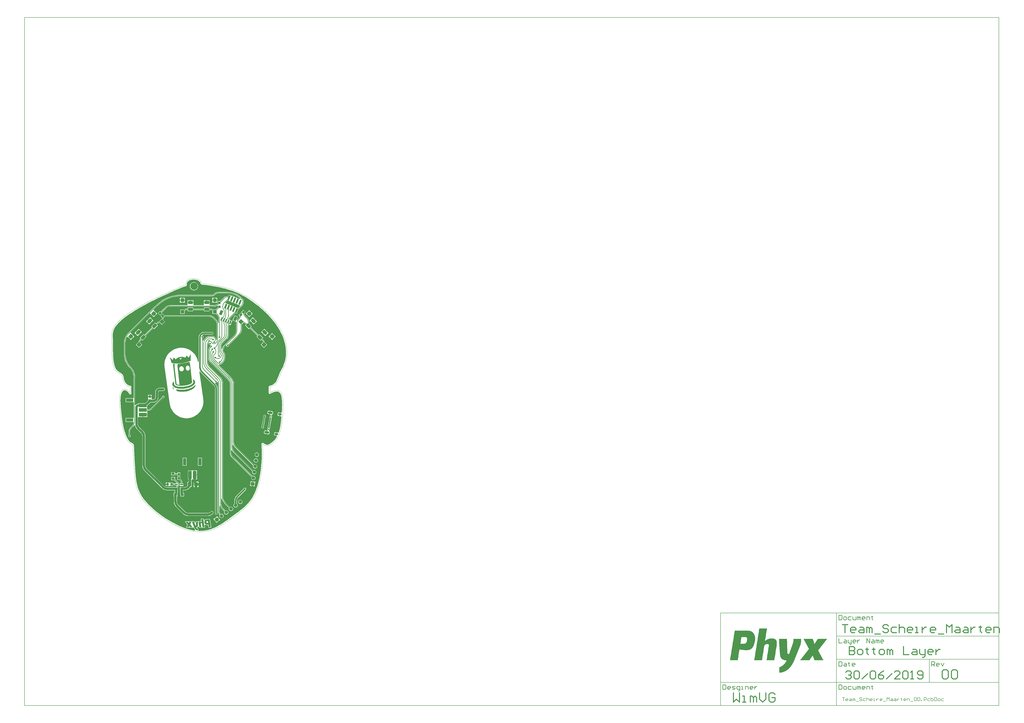
<source format=gbl>
G04*
G04 #@! TF.GenerationSoftware,Altium Limited,Altium Designer,18.1.11 (251)*
G04*
G04 Layer_Physical_Order=2*
G04 Layer_Color=3381759*
%FSLAX25Y25*%
%MOIN*%
G70*
G01*
G75*
%ADD10C,0.00394*%
%ADD12C,0.00984*%
%ADD13C,0.00787*%
%ADD15C,0.01575*%
%ADD31C,0.02362*%
G04:AMPARAMS|DCode=37|XSize=39.37mil|YSize=43.31mil|CornerRadius=0mil|HoleSize=0mil|Usage=FLASHONLY|Rotation=315.000|XOffset=0mil|YOffset=0mil|HoleType=Round|Shape=Rectangle|*
%AMROTATEDRECTD37*
4,1,4,-0.02923,-0.00139,0.00139,0.02923,0.02923,0.00139,-0.00139,-0.02923,-0.02923,-0.00139,0.0*
%
%ADD37ROTATEDRECTD37*%

%ADD53C,0.01968*%
%ADD54C,0.02756*%
%ADD55C,0.03937*%
%ADD56C,0.05906*%
%ADD57P,0.08352X4X82.0*%
%ADD58P,0.08352X4X127.0*%
%ADD59C,0.02559*%
G04:AMPARAMS|DCode=60|XSize=39.37mil|YSize=62.99mil|CornerRadius=0mil|HoleSize=0mil|Usage=FLASHONLY|Rotation=80.000|XOffset=0mil|YOffset=0mil|HoleType=Round|Shape=Round|*
%AMOVALD60*
21,1,0.02362,0.03937,0.00000,0.00000,170.0*
1,1,0.03937,0.01163,-0.00205*
1,1,0.03937,-0.01163,0.00205*
%
%ADD60OVALD60*%

G04:AMPARAMS|DCode=61|XSize=39.37mil|YSize=82.68mil|CornerRadius=0mil|HoleSize=0mil|Usage=FLASHONLY|Rotation=80.000|XOffset=0mil|YOffset=0mil|HoleType=Round|Shape=Round|*
%AMOVALD61*
21,1,0.04331,0.03937,0.00000,0.00000,170.0*
1,1,0.03937,0.02133,-0.00376*
1,1,0.03937,-0.02133,0.00376*
%
%ADD61OVALD61*%

%ADD62C,0.12598*%
%ADD63C,0.02756*%
%ADD64C,0.00984*%
G04:AMPARAMS|DCode=65|XSize=39.37mil|YSize=43.31mil|CornerRadius=0mil|HoleSize=0mil|Usage=FLASHONLY|Rotation=225.000|XOffset=0mil|YOffset=0mil|HoleType=Round|Shape=Rectangle|*
%AMROTATEDRECTD65*
4,1,4,-0.00139,0.02923,0.02923,-0.00139,0.00139,-0.02923,-0.02923,0.00139,-0.00139,0.02923,0.0*
%
%ADD65ROTATEDRECTD65*%

G04:AMPARAMS|DCode=66|XSize=47.24mil|YSize=78.74mil|CornerRadius=0mil|HoleSize=0mil|Usage=FLASHONLY|Rotation=337.500|XOffset=0mil|YOffset=0mil|HoleType=Round|Shape=Rectangle|*
%AMROTATEDRECTD66*
4,1,4,-0.03689,-0.02733,-0.00676,0.04541,0.03689,0.02733,0.00676,-0.04541,-0.03689,-0.02733,0.0*
%
%ADD66ROTATEDRECTD66*%

G04:AMPARAMS|DCode=67|XSize=23.62mil|YSize=61.02mil|CornerRadius=0mil|HoleSize=0mil|Usage=FLASHONLY|Rotation=157.500|XOffset=0mil|YOffset=0mil|HoleType=Round|Shape=Rectangle|*
%AMROTATEDRECTD67*
4,1,4,0.02259,0.02367,-0.00076,-0.03271,-0.02259,-0.02367,0.00076,0.03271,0.02259,0.02367,0.0*
%
%ADD67ROTATEDRECTD67*%

%ADD68R,0.03937X0.04331*%
G04:AMPARAMS|DCode=69|XSize=29.53mil|YSize=82.68mil|CornerRadius=0mil|HoleSize=0mil|Usage=FLASHONLY|Rotation=337.500|XOffset=0mil|YOffset=0mil|HoleType=Round|Shape=Rectangle|*
%AMROTATEDRECTD69*
4,1,4,-0.02946,-0.03254,0.00218,0.04384,0.02946,0.03254,-0.00218,-0.04384,-0.02946,-0.03254,0.0*
%
%ADD69ROTATEDRECTD69*%

G04:AMPARAMS|DCode=70|XSize=78.74mil|YSize=55.12mil|CornerRadius=0mil|HoleSize=0mil|Usage=FLASHONLY|Rotation=315.000|XOffset=0mil|YOffset=0mil|HoleType=Round|Shape=Rectangle|*
%AMROTATEDRECTD70*
4,1,4,-0.04733,0.00835,-0.00835,0.04733,0.04733,-0.00835,0.00835,-0.04733,-0.04733,0.00835,0.0*
%
%ADD70ROTATEDRECTD70*%

G04:AMPARAMS|DCode=71|XSize=78.74mil|YSize=55.12mil|CornerRadius=0mil|HoleSize=0mil|Usage=FLASHONLY|Rotation=45.000|XOffset=0mil|YOffset=0mil|HoleType=Round|Shape=Rectangle|*
%AMROTATEDRECTD71*
4,1,4,-0.00835,-0.04733,-0.04733,-0.00835,0.00835,0.04733,0.04733,0.00835,-0.00835,-0.04733,0.0*
%
%ADD71ROTATEDRECTD71*%

%ADD72R,0.12205X0.05512*%
%ADD73R,0.13386X0.05906*%
%ADD74R,0.04921X0.04803*%
%ADD75R,0.04528X0.02362*%
%ADD76R,0.04331X0.03937*%
%ADD77R,0.05118X0.03937*%
%ADD78R,0.05512X0.12205*%
%ADD79R,0.05906X0.13386*%
%ADD80R,0.06299X0.07087*%
%ADD81R,0.07874X0.05512*%
%ADD82R,0.06299X0.06299*%
%ADD83P,0.08908X4X180.0*%
%ADD84P,0.08908X4X270.0*%
G36*
X-7783Y428587D02*
X-7772Y428589D01*
X-7761Y428586D01*
X-7277Y428573D01*
X-6313Y428493D01*
X-5355Y428362D01*
X-4405Y428180D01*
X-3936Y428064D01*
X-3932Y428064D01*
X-3929Y428062D01*
X-3495Y427956D01*
X-2644Y427688D01*
X-1811Y427364D01*
X-1002Y426986D01*
X-611Y426771D01*
X-569Y426757D01*
X-533Y426730D01*
X-196Y426563D01*
X439Y426161D01*
X1029Y425694D01*
X1566Y425167D01*
X2045Y424586D01*
X2460Y423959D01*
X2806Y423291D01*
X3081Y422591D01*
X3180Y422228D01*
X3264Y422060D01*
X3312Y421879D01*
X3438Y421713D01*
X3531Y421528D01*
X3672Y421405D01*
X3786Y421255D01*
X4077Y420998D01*
X4203Y420925D01*
X4308Y420822D01*
X4956Y420398D01*
X5136Y420325D01*
X5299Y420218D01*
X6017Y419926D01*
X6208Y419890D01*
X6388Y419816D01*
X7148Y419667D01*
X7295Y419668D01*
X7437Y419632D01*
X7824Y419614D01*
X7872Y419621D01*
X7920Y419611D01*
X9904Y419610D01*
X10480Y419553D01*
X11829Y419407D01*
X13176Y419249D01*
X14521Y419080D01*
X15193Y418990D01*
X15860Y418901D01*
X17194Y418714D01*
X18526Y418518D01*
X19857Y418313D01*
X20518Y418207D01*
X21812Y417997D01*
X24397Y417559D01*
X26978Y417101D01*
X29555Y416624D01*
X30842Y416375D01*
X30845Y416376D01*
X30847Y416374D01*
X31632Y416225D01*
X33197Y415916D01*
X34762Y415595D01*
X36322Y415264D01*
X37104Y415092D01*
X37862Y414925D01*
X39376Y414578D01*
X40887Y414220D01*
X42395Y413848D01*
X43148Y413657D01*
X43156Y413656D01*
X43165Y413652D01*
X46106Y412930D01*
X51918Y411227D01*
X57649Y409267D01*
X63288Y407057D01*
X68824Y404598D01*
X74245Y401897D01*
X79542Y398959D01*
X84703Y395790D01*
X87210Y394092D01*
X87214Y394091D01*
X87218Y394087D01*
X87984Y393574D01*
X89506Y392534D01*
X91020Y391480D01*
X92522Y390414D01*
X93270Y389874D01*
X93270Y389873D01*
X93271Y389873D01*
X94775Y388787D01*
X97740Y386559D01*
X100662Y384274D01*
X103539Y381933D01*
X104955Y380735D01*
X104955Y380735D01*
X104955Y380735D01*
X106374Y379536D01*
X109158Y377076D01*
X111888Y374556D01*
X114563Y371977D01*
X115872Y370659D01*
X115872Y370659D01*
X115872Y370659D01*
X117177Y369345D01*
X119721Y366655D01*
X122197Y363903D01*
X124604Y361090D01*
X125774Y359654D01*
X125775Y359653D01*
X125776Y359652D01*
X127522Y357514D01*
X130825Y353090D01*
X133933Y348526D01*
X136839Y343832D01*
X138189Y341424D01*
X139065Y339859D01*
X140686Y336654D01*
X142171Y333384D01*
X143519Y330056D01*
X144124Y328365D01*
X144124Y328365D01*
X144124Y328364D01*
X144714Y326715D01*
X145737Y323366D01*
X146603Y319972D01*
X147308Y316542D01*
X147579Y314812D01*
X147583Y314801D01*
X147583Y314789D01*
X147789Y313567D01*
X148099Y311107D01*
X148306Y308636D01*
X148409Y306159D01*
Y302925D01*
X148142Y298947D01*
X147608Y294996D01*
X146810Y291090D01*
X145752Y287245D01*
X144438Y283481D01*
X142875Y279813D01*
X141068Y276259D01*
X140048Y274545D01*
X140044Y274536D01*
X140038Y274529D01*
X139811Y274139D01*
X139804Y274120D01*
X139792Y274106D01*
X139352Y273318D01*
X139344Y273293D01*
X139328Y273273D01*
X138909Y272474D01*
X138901Y272449D01*
X138886Y272428D01*
X138487Y271619D01*
X138482Y271600D01*
X138470Y271585D01*
X138277Y271173D01*
X138275Y271163D01*
X138268Y271154D01*
X138080Y270743D01*
X138078Y270732D01*
X138071Y270723D01*
X137704Y269896D01*
X137701Y269881D01*
X137693Y269869D01*
X137338Y269037D01*
X137335Y269022D01*
X137326Y269009D01*
X136984Y268172D01*
X136982Y268161D01*
X136976Y268151D01*
X136809Y267730D01*
X136806Y267718D01*
X136800Y267707D01*
X135507Y264328D01*
X135506Y264320D01*
X135501Y264313D01*
X135347Y263900D01*
X135034Y263077D01*
X134716Y262256D01*
X134392Y261437D01*
X134228Y261029D01*
X134227Y261029D01*
X134227Y261028D01*
X134071Y260639D01*
X133743Y259866D01*
X133401Y259099D01*
X133046Y258339D01*
X132860Y257960D01*
X132860Y257960D01*
X132860Y257959D01*
X132686Y257603D01*
X132315Y256901D01*
X131923Y256211D01*
X131511Y255533D01*
X131294Y255201D01*
X131290Y255192D01*
X131284Y255185D01*
X130876Y254547D01*
X129939Y253356D01*
X128891Y252262D01*
X127741Y251276D01*
X127136Y250851D01*
X126426Y250377D01*
X124875Y249565D01*
X123247Y248922D01*
X121524Y248445D01*
X120604Y248258D01*
X120581Y248249D01*
X120557Y248248D01*
X120221Y248098D01*
X119882Y247956D01*
X119865Y247938D01*
X119842Y247928D01*
X119589Y247661D01*
X119330Y247400D01*
X119321Y247377D01*
X119304Y247359D01*
X119194Y247072D01*
X119137Y246985D01*
X119114Y246872D01*
X119034Y246675D01*
X119034Y246651D01*
X119025Y246628D01*
X119012Y246554D01*
X119017Y246384D01*
X118984Y246217D01*
Y236411D01*
X119014Y236259D01*
X119008Y236105D01*
X119090Y235879D01*
X119137Y235643D01*
X119223Y235514D01*
X119276Y235369D01*
X119438Y235192D01*
X119572Y234992D01*
X119701Y234906D01*
X119805Y234792D01*
X120023Y234690D01*
X120223Y234557D01*
X120375Y234527D01*
X120515Y234461D01*
X120755Y234451D01*
X120991Y234404D01*
X121143Y234434D01*
X121298Y234428D01*
X121523Y234510D01*
X121759Y234557D01*
X121888Y234643D01*
X122033Y234696D01*
X122569Y235021D01*
X123665Y235629D01*
X124785Y236192D01*
X125927Y236711D01*
X126505Y236945D01*
X126798Y237064D01*
X127394Y237285D01*
X127996Y237489D01*
X128603Y237677D01*
X128909Y237762D01*
X128910Y237762D01*
X128911Y237762D01*
X129195Y237842D01*
X129769Y237981D01*
X130348Y238099D01*
X130930Y238197D01*
X131225Y238236D01*
X131226Y238236D01*
X131227Y238236D01*
X131491Y238271D01*
X132024Y238317D01*
X132558Y238339D01*
X133092Y238336D01*
X133359Y238322D01*
X133359Y238322D01*
X133359Y238322D01*
X133598Y238310D01*
X134074Y238257D01*
X134546Y238176D01*
X135012Y238068D01*
X135243Y238000D01*
X135453Y237937D01*
X135870Y237780D01*
X136274Y237594D01*
X136665Y237380D01*
X136849Y237261D01*
X137040Y237137D01*
X137409Y236855D01*
X137757Y236547D01*
X138081Y236213D01*
X138228Y236038D01*
X138403Y235827D01*
X138728Y235378D01*
X139023Y234908D01*
X139285Y234419D01*
X139400Y234167D01*
X139546Y233846D01*
X139804Y233187D01*
X140026Y232517D01*
X140213Y231835D01*
X140288Y231488D01*
X140290Y231484D01*
X140290Y231479D01*
X140471Y230662D01*
X140787Y229017D01*
X141053Y227364D01*
X141271Y225704D01*
X141356Y224871D01*
X141356Y224869D01*
X141356Y224866D01*
X141401Y224439D01*
X141480Y223585D01*
X141549Y222728D01*
X141608Y221871D01*
X141632Y221443D01*
X141632Y221443D01*
X141632Y221443D01*
X141657Y221010D01*
X141699Y220140D01*
X141732Y219272D01*
X141756Y218401D01*
X141769Y217711D01*
X141776Y217201D01*
X141781Y216691D01*
X141783Y216180D01*
Y215741D01*
X141782Y215375D01*
X141780Y215005D01*
X141776Y214640D01*
X141773Y214456D01*
X141773Y214456D01*
X141773Y214456D01*
X141768Y214016D01*
X141750Y213133D01*
X141727Y212252D01*
X141698Y211371D01*
X141681Y210930D01*
X141681Y210930D01*
X141681Y210930D01*
X141664Y210488D01*
X141625Y209611D01*
X141582Y208728D01*
X141535Y207848D01*
X141509Y207415D01*
X141279Y203906D01*
X141206Y202958D01*
X140864Y202655D01*
X139966Y202244D01*
X139541Y202378D01*
X138871Y202496D01*
X138351Y199548D01*
X137831Y196599D01*
X138502Y196481D01*
X139282Y196447D01*
X139504Y196496D01*
X139747Y196423D01*
X140496Y195794D01*
X140613Y195580D01*
X140507Y194341D01*
X140344Y192537D01*
X140172Y190734D01*
X140082Y189835D01*
X140035Y189378D01*
X139937Y188460D01*
X139834Y187542D01*
X139726Y186625D01*
X139670Y186167D01*
Y186167D01*
X139613Y185706D01*
X139494Y184787D01*
X139369Y183867D01*
X139237Y182950D01*
X139168Y182491D01*
X139168Y182491D01*
X139099Y182033D01*
X138954Y181118D01*
X138800Y180204D01*
X138639Y179292D01*
X138554Y178837D01*
Y178837D01*
X138554Y178836D01*
X138470Y178385D01*
X138292Y177480D01*
X138105Y176579D01*
X137908Y175679D01*
X137805Y175231D01*
X137805Y175231D01*
X137702Y174786D01*
X137487Y173901D01*
X137260Y173019D01*
X137022Y172139D01*
X136898Y171701D01*
X136897Y171701D01*
X136897Y171700D01*
X136774Y171268D01*
X136516Y170407D01*
X136244Y169550D01*
X136026Y168896D01*
X135633Y168629D01*
X134799Y168453D01*
X134633Y168483D01*
X134380Y168644D01*
X133635Y168879D01*
X132964Y168997D01*
X132444Y166049D01*
X131924Y163100D01*
X132308Y163032D01*
X132608Y162764D01*
X132776Y162489D01*
X133017Y161835D01*
X132819Y161464D01*
X132395Y160735D01*
X131945Y160023D01*
X131470Y159327D01*
X131219Y158988D01*
X131219Y158986D01*
X131217Y158985D01*
X131090Y158811D01*
X130829Y158468D01*
X130564Y158130D01*
X130292Y157794D01*
X130155Y157629D01*
X130155Y157629D01*
X130155Y157629D01*
X130015Y157462D01*
X129730Y157131D01*
X129441Y156804D01*
X129148Y156481D01*
X128849Y156160D01*
X128543Y155841D01*
X128234Y155527D01*
X127921Y155216D01*
X127763Y155062D01*
X127763Y155062D01*
X127763Y155062D01*
X127603Y154908D01*
X127280Y154602D01*
X126955Y154300D01*
X126625Y154001D01*
X126459Y153854D01*
X126459Y153853D01*
X126459Y153853D01*
X126292Y153706D01*
X125955Y153413D01*
X125616Y153124D01*
X125274Y152839D01*
X125100Y152697D01*
X125100Y152697D01*
X124928Y152556D01*
X124580Y152276D01*
X124230Y152000D01*
X123877Y151727D01*
X123699Y151592D01*
X123349Y151326D01*
X122640Y150804D01*
X121923Y150293D01*
X121199Y149792D01*
X120833Y149547D01*
X120820Y149535D01*
X120804Y149528D01*
X120507Y149321D01*
X119887Y148946D01*
X119245Y148610D01*
X118584Y148315D01*
X118255Y148192D01*
X118146Y148153D01*
X117897Y148077D01*
X117645Y148011D01*
X117390Y147957D01*
X117270Y147936D01*
X116942Y147885D01*
X116256Y147870D01*
X115575Y147949D01*
X114911Y148119D01*
X114594Y148248D01*
X114573Y148252D01*
X114556Y148263D01*
X114422Y148314D01*
X114157Y148424D01*
X113895Y148541D01*
X113637Y148665D01*
X113509Y148730D01*
X113509Y148730D01*
X113508Y148730D01*
X113359Y148807D01*
X113063Y148964D01*
X112769Y149127D01*
X112478Y149294D01*
X112334Y149381D01*
X112334Y149381D01*
X112333Y149381D01*
X112167Y149481D01*
X111838Y149681D01*
X111508Y149886D01*
X111181Y150093D01*
X111022Y150196D01*
X109872Y150944D01*
X109639Y151037D01*
X109420Y151163D01*
X109278Y151181D01*
X109145Y151234D01*
X108893Y151231D01*
X108644Y151264D01*
X108505Y151226D01*
X108362Y151225D01*
X108131Y151126D01*
X107888Y151060D01*
X107774Y150973D01*
X107642Y150916D01*
X107466Y150736D01*
X107267Y150582D01*
X107195Y150458D01*
X107095Y150356D01*
X107002Y150122D01*
X106876Y149904D01*
X106858Y149761D01*
X106805Y149628D01*
X106808Y149377D01*
X106775Y149127D01*
X106908Y147143D01*
X107108Y143168D01*
X107241Y139191D01*
X107307Y135212D01*
Y131378D01*
X107250Y127687D01*
X107136Y123999D01*
X106964Y120311D01*
X106850Y118470D01*
X106726Y116519D01*
X106401Y112619D01*
X106001Y108725D01*
X105525Y104841D01*
X105248Y102903D01*
X105248Y102903D01*
X105248Y102903D01*
X104974Y100979D01*
X104341Y97144D01*
X103621Y93323D01*
X102816Y89521D01*
X102371Y87629D01*
X102371Y87629D01*
X102371Y87628D01*
X101932Y85760D01*
X100957Y82047D01*
X99886Y78361D01*
X98720Y74704D01*
X98090Y72891D01*
X98089Y72886D01*
X98086Y72882D01*
X97362Y70764D01*
X95655Y66627D01*
X93694Y62604D01*
X91489Y58710D01*
X90271Y56839D01*
X89520Y55700D01*
X87925Y53476D01*
X86244Y51315D01*
X84479Y49223D01*
X83555Y48210D01*
X83555Y48209D01*
X83553Y48208D01*
X83092Y47701D01*
X82152Y46702D01*
X81196Y45718D01*
X80224Y44750D01*
X79730Y44274D01*
X79226Y43788D01*
X78204Y42828D01*
X77169Y41883D01*
X76123Y40952D01*
X75593Y40493D01*
X75046Y40019D01*
X73942Y39083D01*
X72829Y38158D01*
X71706Y37244D01*
X71140Y36793D01*
X71140Y36793D01*
X71140Y36793D01*
X70550Y36323D01*
X69365Y35392D01*
X68173Y34469D01*
X66973Y33553D01*
X66376Y33104D01*
X61276Y29336D01*
X51320Y22032D01*
X50696Y21577D01*
X49438Y20670D01*
X48173Y19767D01*
X46906Y18872D01*
X46269Y18426D01*
X45635Y17982D01*
X44360Y17106D01*
X43077Y16240D01*
X41787Y15384D01*
X41139Y14962D01*
X41139Y14961D01*
X41139Y14961D01*
X40495Y14542D01*
X39199Y13717D01*
X37893Y12908D01*
X36577Y12113D01*
X35914Y11724D01*
X35914Y11724D01*
X35914Y11724D01*
X35258Y11338D01*
X33935Y10587D01*
X32601Y9855D01*
X31256Y9143D01*
X29905Y8455D01*
X28550Y7795D01*
X27182Y7162D01*
X25803Y6553D01*
X25108Y6262D01*
X24418Y5973D01*
X23024Y5426D01*
X21619Y4910D01*
X20203Y4426D01*
X19489Y4200D01*
X18776Y3973D01*
X17338Y3558D01*
X15890Y3179D01*
X14432Y2838D01*
X13698Y2686D01*
X12956Y2533D01*
X11466Y2269D01*
X9968Y2048D01*
X8466Y1869D01*
X7715Y1802D01*
X5600Y1619D01*
X1348Y1526D01*
X654Y1556D01*
X62Y1897D01*
X-57Y2020D01*
X-139Y2140D01*
X-378Y2556D01*
X-378Y2624D01*
X-378Y2691D01*
Y3165D01*
X-378Y3165D01*
X-378Y3165D01*
X-378Y3233D01*
X-378Y3300D01*
X-378Y3300D01*
X-378Y3300D01*
Y3639D01*
X-378Y3639D01*
X-378Y3639D01*
X-378Y3706D01*
X-378Y3774D01*
X-378Y3774D01*
X-378Y3774D01*
Y4112D01*
X-378Y4112D01*
X-378Y4112D01*
X-378Y4112D01*
X-378Y4180D01*
Y4315D01*
X-378Y4450D01*
X-378Y4450D01*
X-378Y4450D01*
X-378Y4451D01*
Y4518D01*
X-565Y4970D01*
X-565Y4970D01*
X-612Y4989D01*
X-633Y5038D01*
X-759Y5090D01*
X-768Y5105D01*
X-768Y5105D01*
X-768Y5105D01*
X-891Y5156D01*
X-903Y5173D01*
X-1024Y5223D01*
X-1039Y5241D01*
X-1086Y5260D01*
X-1106Y5308D01*
X-1236Y5362D01*
X-1242Y5376D01*
X-1242Y5376D01*
X-1242Y5376D01*
X-1371Y5430D01*
X-1377Y5444D01*
X-1377Y5444D01*
X-1377Y5444D01*
X-1506Y5497D01*
X-1512Y5511D01*
X-1560Y5531D01*
X-1580Y5579D01*
X-1580Y5579D01*
X-1580Y5579D01*
X-1709Y5633D01*
X-1715Y5647D01*
X-1763Y5666D01*
X-1783Y5714D01*
X-1783Y5714D01*
X-1783Y5714D01*
X-1912Y5768D01*
X-1918Y5782D01*
X-1918Y5782D01*
X-1918Y5782D01*
X-1966Y5802D01*
X-1986Y5850D01*
X-2034Y5869D01*
X-2053Y5917D01*
X-2183Y5971D01*
X-2189Y5985D01*
X-2236Y6005D01*
X-2256Y6052D01*
X-2256Y6052D01*
X-2256Y6053D01*
X-2304Y6072D01*
X-2324Y6120D01*
X-2324Y6120D01*
X-2324Y6120D01*
X-2337Y6125D01*
X-2420Y6347D01*
X-2451Y6522D01*
X-2446Y6704D01*
X-2410Y6875D01*
X-2212Y7393D01*
X-2170Y7480D01*
X-2121Y7516D01*
X-2121Y7516D01*
X-2116Y7529D01*
X-2093Y7540D01*
X-1986Y7584D01*
X-1986Y7584D01*
X-1986Y7584D01*
X-1980Y7598D01*
X-1850Y7651D01*
X-1850Y7651D01*
X-1850Y7652D01*
X-1830Y7699D01*
X-1783Y7719D01*
X-1763Y7767D01*
X-1715Y7787D01*
X-1715Y7787D01*
X-1715Y7787D01*
X-1709Y7801D01*
X-1580Y7854D01*
X-1580Y7854D01*
X-1580Y7854D01*
X-1526Y7984D01*
X-1512Y7990D01*
X-1512Y7990D01*
X-1512Y7990D01*
X-1492Y8038D01*
X-1444Y8057D01*
X-1425Y8105D01*
X-1377Y8125D01*
X-1377Y8125D01*
X-1377Y8125D01*
X-1357Y8173D01*
X-1309Y8193D01*
X-1309Y8193D01*
X-1309Y8193D01*
X-1256Y8322D01*
X-1242Y8328D01*
X-1242Y8328D01*
X-1241Y8328D01*
X-1222Y8376D01*
X-1174Y8396D01*
X-1174Y8396D01*
X-507Y8648D01*
X222Y8622D01*
X440Y8443D01*
X441Y8442D01*
X509Y8278D01*
Y7968D01*
X509Y7968D01*
X509Y7968D01*
X576Y7805D01*
X576Y7698D01*
X576Y7698D01*
X764Y7246D01*
X1215Y7058D01*
X1216Y7058D01*
X1493Y7058D01*
X4666Y7058D01*
X5118Y7246D01*
X6243Y7246D01*
X6695Y7058D01*
X10145Y7058D01*
X10145Y7058D01*
X10361Y7147D01*
X10361Y7147D01*
X10597Y7246D01*
X10597Y7246D01*
X10597Y7246D01*
X10597Y7246D01*
X10695Y7482D01*
X10785Y7698D01*
X10785Y7765D01*
X10785Y7765D01*
X10785Y7765D01*
X10785Y7765D01*
X10785Y7833D01*
X10785Y7833D01*
X10785Y7833D01*
X10785Y7833D01*
X10785Y7901D01*
X10785Y7968D01*
X10785Y7968D01*
X10785Y7968D01*
X10785Y7968D01*
X10785Y7975D01*
Y8036D01*
X10785Y8036D01*
X10717Y8199D01*
Y8442D01*
X10717Y8442D01*
X10717Y8442D01*
X10649Y8605D01*
Y8848D01*
X10649Y8848D01*
X10649Y8848D01*
X10649Y8916D01*
X10582Y9079D01*
Y9254D01*
X10514Y9417D01*
X10514Y9456D01*
X10514Y9456D01*
X10514Y9456D01*
Y9727D01*
X10446Y9890D01*
Y9930D01*
X10446Y9930D01*
X10446Y9930D01*
X10446Y9998D01*
X10446Y10065D01*
X10446Y10065D01*
X10446Y10065D01*
Y10133D01*
X10446Y10133D01*
X10446Y10133D01*
X10379Y10296D01*
X10379Y10404D01*
X10379Y10539D01*
X10379Y10539D01*
X10379Y10539D01*
X10311Y10702D01*
Y10945D01*
X10631Y11597D01*
X10735Y11789D01*
X10808Y11844D01*
X11520Y11981D01*
X11521Y11981D01*
X11972Y11794D01*
X12001D01*
X12175Y11726D01*
X12175Y11726D01*
X12213D01*
X12228Y11721D01*
X12378Y11659D01*
X12397D01*
X12581Y11591D01*
X12581Y11591D01*
X12581Y11591D01*
X12823D01*
X12987Y11523D01*
X12987Y11523D01*
X12987Y11523D01*
X14678D01*
X14841Y11591D01*
X15180D01*
X15607Y11418D01*
X16339Y10606D01*
X16406Y10443D01*
Y10201D01*
X16406Y10201D01*
X16406Y10201D01*
X16474Y10037D01*
Y9795D01*
X16542Y9631D01*
Y9524D01*
X16542Y9524D01*
X16542Y9524D01*
X16542Y9456D01*
X16542Y9389D01*
X16542Y9389D01*
X16542Y9389D01*
Y9321D01*
X16609Y9158D01*
Y8915D01*
X16677Y8752D01*
Y8442D01*
X16677Y8442D01*
X16677Y8442D01*
X16745Y8278D01*
Y8036D01*
X16812Y7873D01*
X16812Y7833D01*
X16812Y7833D01*
X16812Y7698D01*
X16812Y7698D01*
X16999Y7246D01*
X17451Y7058D01*
X17451Y7058D01*
X17729Y7058D01*
X20902Y7058D01*
X20902Y7058D01*
X20902Y7058D01*
X21354Y7246D01*
X21354Y7246D01*
X21354Y7246D01*
X21502Y7605D01*
X21541Y7698D01*
X21541Y7698D01*
X21541Y7698D01*
X21541Y7765D01*
X21541Y7833D01*
X21541Y7833D01*
X21541Y7833D01*
X21541Y7833D01*
X21541Y7901D01*
X21541Y7901D01*
X21541Y7901D01*
X21541Y7901D01*
X21541Y7968D01*
X21541Y7968D01*
X21541Y7971D01*
X21541Y7971D01*
X21541Y7986D01*
X21541Y8036D01*
X21541Y8036D01*
X21473Y8199D01*
X21473Y8306D01*
X21473Y8306D01*
X21473Y8307D01*
Y8442D01*
X21473Y8442D01*
X21473Y8442D01*
X21473Y8510D01*
X21406Y8673D01*
X21406Y8712D01*
X21406Y8712D01*
X21406Y8712D01*
Y8780D01*
X21406Y8780D01*
X21406Y8780D01*
X21406Y8848D01*
X21406Y8915D01*
X21406Y8915D01*
X21406Y8915D01*
X21338Y9079D01*
Y9321D01*
X21270Y9485D01*
X21270Y9592D01*
X21270Y9592D01*
X21270Y9592D01*
Y9659D01*
X21270Y9659D01*
X21270Y9660D01*
X21270Y9727D01*
X21270Y9795D01*
X21203Y9958D01*
Y10201D01*
X21135Y10364D01*
Y10607D01*
X21067Y10770D01*
X21067Y10877D01*
X21067Y10945D01*
X21067Y10945D01*
X21067Y10945D01*
X21067Y11080D01*
X21000Y11243D01*
Y11486D01*
X20932Y11649D01*
Y11892D01*
X20864Y12055D01*
Y12298D01*
X20864Y12365D01*
X20864Y12365D01*
X20864Y12366D01*
X20797Y12529D01*
Y12771D01*
X20729Y12935D01*
Y13177D01*
X20661Y13341D01*
Y13651D01*
X20594Y13814D01*
X20594Y13921D01*
X20594Y13921D01*
X20594Y13922D01*
X20594Y13989D01*
X20594Y14057D01*
X20594Y14057D01*
X20594Y14057D01*
X20526Y14220D01*
X20526Y14327D01*
X20526Y14327D01*
X20526Y14327D01*
Y14463D01*
X20459Y14626D01*
Y14733D01*
X20458Y14733D01*
X20459Y14733D01*
X20459Y14801D01*
X20459Y14868D01*
X20458Y14868D01*
X20459Y14868D01*
Y14936D01*
X20391Y15100D01*
Y15342D01*
X20323Y15505D01*
X20323Y15613D01*
X20323Y15613D01*
X20323Y15613D01*
Y15680D01*
X20323Y15680D01*
X20323Y15680D01*
X20323Y15748D01*
X20256Y15911D01*
X20256Y16018D01*
X20256Y16019D01*
X20256Y16019D01*
X20256Y16154D01*
X20188Y16317D01*
X20188Y16357D01*
X20188Y16424D01*
X20188Y16424D01*
X20188Y16424D01*
Y16560D01*
X20188Y16560D01*
X20188Y16560D01*
X20188Y16627D01*
X20120Y16791D01*
X20120Y16830D01*
X20120Y16898D01*
X20120Y16898D01*
X20120Y16898D01*
Y17033D01*
X20053Y17197D01*
Y17439D01*
X19985Y17603D01*
Y17710D01*
X19985Y17710D01*
X19985Y17710D01*
X19985Y17777D01*
X19985Y17845D01*
X19985Y17845D01*
X19985Y17845D01*
Y17913D01*
X19985Y17913D01*
X19985Y17913D01*
X19917Y18076D01*
X19917Y18116D01*
X19917Y18183D01*
X19917Y18183D01*
X19917Y18183D01*
Y18251D01*
X19917Y18318D01*
X19917Y18319D01*
X19917Y18319D01*
X19850Y18482D01*
Y18725D01*
X19782Y18888D01*
Y19198D01*
X19714Y19362D01*
X19714Y19469D01*
X19714Y19469D01*
X19714Y19469D01*
X19714Y19536D01*
X19647Y19700D01*
X19647Y19739D01*
X19647Y19739D01*
X19647Y19739D01*
X19647Y19807D01*
X19647Y19942D01*
X19647Y19942D01*
X19647Y19942D01*
Y20010D01*
X19579Y20173D01*
X19579Y20213D01*
X19579Y20213D01*
X19579Y20213D01*
Y20348D01*
X19579Y20348D01*
X19579Y20348D01*
X19579Y20348D01*
X19579Y20416D01*
X19534Y20526D01*
X19511Y20612D01*
X19511Y20686D01*
X19511Y20686D01*
X19511Y20686D01*
X19511Y20687D01*
X19511Y20754D01*
X19511Y20754D01*
X19511Y20822D01*
X19511Y20822D01*
X19511Y20822D01*
X19511Y20822D01*
X19511Y20889D01*
X19422Y21105D01*
X19324Y21341D01*
X19324Y21341D01*
X19324Y21341D01*
X19324Y21341D01*
X19277Y21361D01*
X19256Y21409D01*
X18804Y21596D01*
X18804Y21596D01*
X18651Y21596D01*
X12987D01*
X12823Y21529D01*
X12445D01*
X12282Y21461D01*
X12107D01*
X11944Y21393D01*
X11904D01*
X11904Y21393D01*
X11904Y21393D01*
X11741Y21326D01*
X11701D01*
X11701Y21326D01*
X11701Y21326D01*
X11494Y21240D01*
X11249Y21138D01*
X11249Y21138D01*
X11249Y21138D01*
X11243Y21124D01*
X11114Y21071D01*
X11114Y21071D01*
X11114Y21071D01*
X11108Y21057D01*
X10979Y21003D01*
X10979Y21003D01*
X10979Y21003D01*
X10973Y20989D01*
X10843Y20935D01*
X10843Y20935D01*
X10843Y20935D01*
X10837Y20922D01*
X10708Y20868D01*
X10688Y20820D01*
X10640Y20800D01*
X10635Y20786D01*
X10505Y20732D01*
X10505Y20732D01*
X10505Y20732D01*
X10485Y20685D01*
X10437Y20665D01*
X10418Y20617D01*
X10370Y20597D01*
X10370Y20597D01*
X10370Y20597D01*
X10350Y20549D01*
X10302Y20530D01*
X10282Y20482D01*
X10234Y20462D01*
X10228Y20461D01*
X9899Y20421D01*
X9453Y20551D01*
X8890Y21009D01*
X8687Y21228D01*
X8620Y21391D01*
Y21634D01*
X8552Y21797D01*
Y21836D01*
X8365Y22288D01*
X7913Y22476D01*
X4463Y22476D01*
X4463Y22476D01*
X4011Y22288D01*
X4011Y22288D01*
X3824Y21836D01*
X3823Y21836D01*
X3823Y21701D01*
X3823Y21701D01*
X3891Y21538D01*
X3891Y21531D01*
Y21296D01*
X3891Y21295D01*
X3959Y21132D01*
Y21025D01*
X3959Y21025D01*
X3959Y21025D01*
X3959Y20957D01*
X3959Y20889D01*
X3959Y20889D01*
X3959Y20889D01*
X4026Y20726D01*
Y20483D01*
X4026Y20483D01*
X4026Y20483D01*
X4094Y20320D01*
Y20010D01*
X4162Y19847D01*
Y19604D01*
X4229Y19441D01*
Y19401D01*
X4229Y19401D01*
X4229Y19401D01*
X4229Y19333D01*
X4229Y19266D01*
X4229Y19266D01*
X4229Y19266D01*
X4229Y19198D01*
X4229Y19131D01*
X4229Y19131D01*
X4229Y19130D01*
X4297Y18967D01*
Y18928D01*
X4226Y18759D01*
X4086Y18560D01*
X3497Y18102D01*
X3275Y18012D01*
X3267Y18011D01*
X3070D01*
X2907Y18079D01*
X1960D01*
X1960Y18078D01*
X1960Y18079D01*
X1796Y18011D01*
X1486Y18011D01*
X1486Y18011D01*
X1486Y18011D01*
X1323Y17943D01*
X1283D01*
X1120Y17876D01*
X1080D01*
X695Y17716D01*
X628Y17688D01*
X60D01*
X-558Y17785D01*
X-814Y17876D01*
X-4400Y17876D01*
X-4400Y17876D01*
X-4851Y17688D01*
X-4852Y17688D01*
X-5039Y17236D01*
X-5039Y17236D01*
X-5039Y17101D01*
X-5039Y17101D01*
X-5039Y17101D01*
X-5039Y17101D01*
X-5039Y17033D01*
X-5039Y17033D01*
X-5039Y16966D01*
X-5039Y16898D01*
X-5039Y16898D01*
X-5039Y16898D01*
X-5039Y16830D01*
Y16628D01*
X-5039Y16560D01*
X-5039Y16560D01*
X-5039Y16560D01*
X-5039Y16492D01*
Y16179D01*
X-5201Y16016D01*
X-6200Y15788D01*
X-6308Y15848D01*
X-6534Y16086D01*
X-6534Y16154D01*
X-6602Y16317D01*
X-6602Y16424D01*
X-6602Y16424D01*
X-6602Y16424D01*
Y16492D01*
X-6602Y16492D01*
X-6602Y16492D01*
X-6602Y16560D01*
Y16695D01*
X-6669Y16858D01*
Y16898D01*
X-6669Y16898D01*
X-6669Y16898D01*
X-6669Y16966D01*
X-6669Y17027D01*
X-6669Y17033D01*
X-6669Y17033D01*
X-6669Y17101D01*
X-6669Y17101D01*
X-6669Y17101D01*
X-6669Y17101D01*
X-6669Y17304D01*
X-6669Y17304D01*
X-6856Y17756D01*
X-6856Y17756D01*
X-7308Y17943D01*
X-7308Y17943D01*
X-7487Y17943D01*
X-7487Y17943D01*
X-7586Y17943D01*
X-10623D01*
X-10623Y17943D01*
X-10623Y17943D01*
X-11083Y17757D01*
X-11706Y17876D01*
X-15900Y17876D01*
X-15900Y17876D01*
X-16267Y17724D01*
X-16352Y17688D01*
X-16786Y17590D01*
X-16795Y17589D01*
X-17384Y17614D01*
X-17613Y17688D01*
X-18065Y17876D01*
X-21540Y17876D01*
X-22192Y17876D01*
X-22192Y17876D01*
X-22644Y17688D01*
Y17688D01*
X-22831Y17236D01*
X-22831Y17236D01*
X-22831Y17169D01*
X-22831Y17169D01*
X-22644Y16717D01*
X-22644Y16717D01*
X-22633Y16712D01*
X-22576Y16581D01*
X-22576Y16581D01*
X-22576Y16581D01*
X-22533Y16564D01*
X-22508Y16514D01*
X-22508Y16514D01*
X-22474Y16499D01*
X-22373Y16311D01*
X-22373Y16311D01*
X-22373Y16311D01*
X-22335Y16295D01*
X-22305Y16243D01*
X-22305Y16243D01*
X-22305Y16243D01*
X-22288Y16236D01*
Y16236D01*
X-22257Y16223D01*
X-22238Y16175D01*
X-22224Y16170D01*
X-22170Y16040D01*
X-22122Y16020D01*
X-22102Y15972D01*
X-22054Y15953D01*
X-22035Y15905D01*
X-22035Y15905D01*
X-22035Y15905D01*
X-21987Y15885D01*
X-21967Y15837D01*
X-21953Y15831D01*
X-21899Y15702D01*
X-21851Y15682D01*
X-21832Y15634D01*
X-21784Y15615D01*
X-21764Y15567D01*
X-21764Y15567D01*
X-21764Y15567D01*
X-21750Y15561D01*
X-21696Y15431D01*
X-21696Y15431D01*
X-21696Y15431D01*
X-21648Y15411D01*
X-21629Y15364D01*
X-21581Y15344D01*
X-21561Y15296D01*
X-21561Y15296D01*
X-21561Y15296D01*
X-21547Y15290D01*
X-21493Y15161D01*
X-21493Y15161D01*
X-21493Y15161D01*
X-21446Y15141D01*
X-21426Y15093D01*
X-21426Y15093D01*
X-21426Y15093D01*
X-21378Y15073D01*
X-21358Y15025D01*
X-21310Y15006D01*
X-21290Y14958D01*
X-21290Y14958D01*
X-21290Y14958D01*
X-21276Y14952D01*
X-21223Y14822D01*
X-21175Y14803D01*
X-21155Y14755D01*
X-21107Y14735D01*
X-21088Y14687D01*
X-21088Y14687D01*
X-21087Y14687D01*
X-21073Y14681D01*
X-21020Y14552D01*
X-20972Y14532D01*
X-20952Y14484D01*
X-20904Y14464D01*
X-20885Y14417D01*
X-20870Y14411D01*
X-20817Y14281D01*
X-20769Y14261D01*
X-20749Y14214D01*
X-20701Y14194D01*
X-20682Y14146D01*
X-20682Y14146D01*
X-20682Y14146D01*
X-20634Y14126D01*
X-20614Y14078D01*
X-20600Y14073D01*
X-20546Y13943D01*
X-20546Y13943D01*
X-20546Y13943D01*
X-20498Y13923D01*
X-20479Y13875D01*
X-20479Y13875D01*
X-20479Y13875D01*
X-20431Y13856D01*
X-20411Y13808D01*
X-20397Y13802D01*
X-20343Y13672D01*
X-20295Y13653D01*
X-20276Y13605D01*
X-20228Y13585D01*
X-20208Y13537D01*
X-20194Y13531D01*
X-20140Y13402D01*
X-20140Y13402D01*
X-20140Y13402D01*
X-20093Y13382D01*
X-20073Y13334D01*
X-20073Y13334D01*
X-20073Y13334D01*
X-20025Y13314D01*
X-20005Y13266D01*
X-20005Y13266D01*
X-20005Y13266D01*
X-19957Y13247D01*
X-19938Y13199D01*
X-19938Y13199D01*
X-19937Y13199D01*
X-19923Y13193D01*
X-19870Y13064D01*
X-19870Y13064D01*
X-19870Y13064D01*
X-19822Y13044D01*
X-19802Y12996D01*
X-19802Y12996D01*
X-19802Y12996D01*
X-19754Y12976D01*
X-19735Y12928D01*
X-19734Y12928D01*
X-19734Y12928D01*
X-19721Y12922D01*
X-19667Y12793D01*
X-19530Y12543D01*
X-19430Y12283D01*
X-19367Y12005D01*
X-19355Y11806D01*
X-19366Y11560D01*
X-19370Y11533D01*
X-19405Y11382D01*
X-19473Y11121D01*
X-19532Y10991D01*
X-19585Y10862D01*
X-19599Y10856D01*
X-19599Y10856D01*
X-19599Y10856D01*
X-19619Y10808D01*
X-19667Y10788D01*
X-19721Y10659D01*
X-19735Y10653D01*
X-19735Y10653D01*
X-19735Y10653D01*
X-19788Y10523D01*
X-19802Y10517D01*
X-19802Y10517D01*
X-19802Y10517D01*
X-19856Y10388D01*
X-19870Y10382D01*
X-19923Y10253D01*
X-19937Y10247D01*
X-19937Y10247D01*
X-19937Y10247D01*
X-19991Y10117D01*
X-20005Y10112D01*
X-20005Y10111D01*
X-20005Y10111D01*
X-20059Y9982D01*
X-20073Y9976D01*
X-20073Y9976D01*
X-20073Y9976D01*
X-20126Y9847D01*
X-20140Y9841D01*
X-20160Y9793D01*
X-20208Y9773D01*
X-20262Y9644D01*
X-20276Y9638D01*
X-20329Y9508D01*
X-20343Y9503D01*
X-20397Y9373D01*
X-20411Y9367D01*
X-20411Y9367D01*
X-20411Y9367D01*
X-20465Y9238D01*
X-20479Y9232D01*
X-20479Y9232D01*
X-20479Y9232D01*
X-20532Y9103D01*
X-20546Y9097D01*
X-20546Y9097D01*
X-20546Y9097D01*
X-20600Y8967D01*
X-20614Y8962D01*
X-20614Y8962D01*
X-20614Y8961D01*
X-20668Y8832D01*
X-20682Y8826D01*
X-20682Y8826D01*
X-20682Y8826D01*
X-20701Y8778D01*
X-20749Y8759D01*
X-20749Y8759D01*
X-20749D01*
X-20806Y8628D01*
X-20817Y8623D01*
X-20817Y8623D01*
X-20817Y8623D01*
X-20872Y8493D01*
X-20885Y8488D01*
X-20885Y8488D01*
X-20885Y8488D01*
X-20886Y8484D01*
X-20938Y8359D01*
X-20952Y8353D01*
X-20953Y8352D01*
X-21006Y8223D01*
X-21020Y8217D01*
X-21020Y8217D01*
X-21020Y8217D01*
X-21020Y8217D01*
X-21117Y7984D01*
X-21207Y7765D01*
X-21207Y7698D01*
X-21207Y7698D01*
X-21207Y7698D01*
X-21118Y7482D01*
X-21118Y7482D01*
X-21020Y7246D01*
X-21020Y7246D01*
X-21020Y7246D01*
X-21020Y7246D01*
X-20842Y7172D01*
X-20568Y7058D01*
X-20568Y7058D01*
X-20568Y7058D01*
X-20291Y7058D01*
X-20291Y7058D01*
X-20102Y7058D01*
X-16577D01*
X-16576Y7058D01*
X-16576Y7058D01*
X-16347Y7154D01*
X-16227Y7203D01*
X-16120Y7247D01*
X-15828Y7340D01*
X-15637Y7381D01*
X-15179D01*
X-14938Y7329D01*
X-14809Y7278D01*
X-14796Y7246D01*
X-14344Y7058D01*
X-10217Y7058D01*
Y7058D01*
X-10002Y7147D01*
X-9765Y7246D01*
X-9764Y7246D01*
X-8708Y7450D01*
X-8499Y7443D01*
X-8167Y7302D01*
X-8129Y7212D01*
X-8031Y6975D01*
X-8031Y6975D01*
X-8031Y6975D01*
X-8017Y6969D01*
X-7964Y6840D01*
X-7963Y6840D01*
X-7963Y6840D01*
X-7949Y6834D01*
X-7896Y6705D01*
X-7896Y6705D01*
X-7896Y6704D01*
X-7882Y6699D01*
X-7828Y6569D01*
X-7828Y6569D01*
X-7828Y6569D01*
X-7814Y6563D01*
X-7760Y6434D01*
X-7746Y6428D01*
X-7693Y6299D01*
X-7693Y6299D01*
X-7693Y6299D01*
X-7679Y6293D01*
X-7625Y6163D01*
X-7625Y6163D01*
X-7625Y6163D01*
X-7611Y6157D01*
X-7558Y6028D01*
X-7558Y6028D01*
X-7558Y6028D01*
X-7543Y6022D01*
X-7490Y5893D01*
X-7476Y5887D01*
X-7422Y5757D01*
X-7422Y5757D01*
X-7422Y5757D01*
X-7374Y5737D01*
X-7355Y5690D01*
X-7340Y5684D01*
X-7287Y5554D01*
X-7273Y5549D01*
X-7219Y5419D01*
X-7219Y5419D01*
X-7219Y5419D01*
X-7171Y5399D01*
X-7152Y5351D01*
X-7138Y5346D01*
X-7084Y5216D01*
X-7070Y5210D01*
X-7016Y5081D01*
X-6968Y5061D01*
X-6949Y5013D01*
X-6949Y5013D01*
X-6949Y5013D01*
X-6935Y5007D01*
X-6881Y4878D01*
X-6833Y4858D01*
X-6813Y4810D01*
X-6765Y4790D01*
X-6746Y4743D01*
X-6732Y4737D01*
X-6678Y4607D01*
X-6630Y4588D01*
X-6610Y4540D01*
X-6562Y4520D01*
X-6543Y4472D01*
X-6529Y4466D01*
X-6475Y4337D01*
X-6475Y4337D01*
X-6475Y4337D01*
X-6427Y4317D01*
X-6408Y4269D01*
X-6408Y4269D01*
X-6407Y4269D01*
X-6360Y4249D01*
X-6340Y4201D01*
X-6292Y4182D01*
X-6272Y4134D01*
X-6272Y4134D01*
X-6272Y4134D01*
X-6224Y4114D01*
X-6205Y4066D01*
X-6204Y4066D01*
X-6204Y4066D01*
X-6190Y4060D01*
X-6137Y3931D01*
X-6137Y3931D01*
X-6137Y3931D01*
X-6089Y3911D01*
X-6069Y3863D01*
X-6069Y3863D01*
X-6069Y3863D01*
X-6021Y3843D01*
X-6002Y3796D01*
X-5906Y3670D01*
X-5743Y3333D01*
X-5692Y3195D01*
X-5877Y2757D01*
X-6031Y2506D01*
X-6131Y2393D01*
X-6717Y2117D01*
X-7130Y2161D01*
X-9225Y2524D01*
X-9227Y2524D01*
X-9228Y2524D01*
X-10618Y2763D01*
X-13377Y3334D01*
X-16116Y4000D01*
X-18830Y4761D01*
X-20173Y5187D01*
X-20175Y5187D01*
X-20176Y5189D01*
X-20854Y5402D01*
X-22200Y5849D01*
X-23542Y6315D01*
X-24876Y6801D01*
X-26208Y7307D01*
X-27536Y7831D01*
X-28857Y8372D01*
X-30172Y8930D01*
X-30827Y9217D01*
X-30827Y9217D01*
X-31484Y9506D01*
X-32792Y10097D01*
X-34094Y10703D01*
X-35390Y11323D01*
X-36034Y11640D01*
X-36034Y11640D01*
X-36034Y11640D01*
X-36680Y11958D01*
X-37969Y12606D01*
X-39250Y13266D01*
X-40524Y13937D01*
X-41159Y14278D01*
X-41159Y14278D01*
X-41794Y14620D01*
X-43060Y15314D01*
X-44319Y16017D01*
X-45574Y16729D01*
X-46199Y17090D01*
X-46200Y17091D01*
X-46202Y17092D01*
X-48242Y18267D01*
X-52268Y20707D01*
X-56240Y23235D01*
X-60154Y25851D01*
X-62081Y27202D01*
X-63377Y28111D01*
X-65935Y29976D01*
X-68459Y31887D01*
X-70948Y33842D01*
X-72175Y34842D01*
X-72175Y34842D01*
X-72176Y34842D01*
X-73399Y35838D01*
X-75802Y37882D01*
X-78162Y39976D01*
X-80477Y42118D01*
X-81612Y43214D01*
X-81612Y43214D01*
X-81612Y43214D01*
X-82737Y44300D01*
X-84932Y46525D01*
X-87071Y48805D01*
X-89154Y51136D01*
X-90166Y52326D01*
X-90667Y52917D01*
X-91653Y54113D01*
X-92623Y55322D01*
X-93575Y56545D01*
X-94041Y57160D01*
X-95369Y58932D01*
X-97739Y62685D01*
X-99801Y66616D01*
X-101542Y70700D01*
X-102246Y72803D01*
X-102249Y72809D01*
X-102250Y72816D01*
X-102487Y73508D01*
X-102931Y74901D01*
X-103348Y76303D01*
X-103736Y77714D01*
X-103915Y78423D01*
X-104096Y79138D01*
X-104435Y80575D01*
X-104750Y82016D01*
X-105041Y83462D01*
X-105175Y84190D01*
X-105175Y84190D01*
X-105310Y84924D01*
X-105561Y86395D01*
X-105794Y87869D01*
X-106007Y89346D01*
X-106105Y90085D01*
X-106105Y90085D01*
Y90085D01*
X-106203Y90833D01*
X-106387Y92332D01*
X-106556Y93832D01*
X-106713Y95333D01*
X-106784Y96085D01*
X-106784Y96085D01*
X-106784Y96086D01*
X-106856Y96844D01*
X-106991Y98364D01*
X-107118Y99882D01*
X-107236Y101401D01*
X-107291Y102156D01*
X-107707Y108291D01*
X-108112Y114418D01*
X-108114Y114423D01*
X-108113Y114427D01*
X-108365Y117993D01*
X-108794Y125130D01*
X-109149Y132271D01*
X-109429Y139416D01*
X-109532Y142990D01*
X-109583Y144778D01*
X-109584Y144784D01*
X-109583Y144791D01*
X-109586Y144878D01*
X-109587Y144883D01*
X-109587Y144888D01*
X-109593Y145060D01*
X-109595Y145067D01*
X-109594Y145074D01*
X-109602Y145246D01*
X-109604Y145253D01*
X-109603Y145260D01*
X-109612Y145432D01*
X-109613Y145437D01*
X-109613Y145442D01*
X-109618Y145532D01*
X-109619Y145537D01*
X-109619Y145542D01*
X-109623Y145615D01*
X-109626Y145624D01*
X-109625Y145634D01*
X-109635Y145780D01*
X-109639Y145792D01*
X-109637Y145806D01*
X-109650Y145951D01*
X-109654Y145964D01*
X-109652Y145978D01*
X-109667Y146123D01*
X-109670Y146133D01*
X-109669Y146143D01*
X-109678Y146219D01*
X-109680Y146228D01*
X-109680Y146237D01*
X-109687Y146299D01*
X-109692Y146315D01*
X-109691Y146331D01*
X-109708Y146456D01*
X-109715Y146476D01*
X-109714Y146498D01*
X-109734Y146622D01*
X-109741Y146642D01*
X-109741Y146664D01*
X-109763Y146788D01*
X-109769Y146803D01*
X-109769Y146820D01*
X-109781Y146883D01*
X-109786Y146896D01*
X-109786Y146910D01*
X-109798Y146965D01*
X-109807Y146985D01*
X-109807Y147007D01*
X-109833Y147117D01*
X-109845Y147144D01*
X-109846Y147173D01*
X-109875Y147282D01*
X-109888Y147308D01*
X-109890Y147337D01*
X-109922Y147446D01*
X-109932Y147465D01*
X-109935Y147487D01*
X-109951Y147540D01*
X-109965Y147564D01*
X-109969Y147592D01*
X-110005Y147696D01*
X-110030Y147738D01*
X-110038Y147786D01*
X-110121Y147991D01*
X-110156Y148045D01*
X-110172Y148108D01*
X-110267Y148307D01*
X-110306Y148359D01*
X-110326Y148421D01*
X-110433Y148614D01*
X-110465Y148651D01*
X-110482Y148697D01*
X-110542Y148793D01*
X-110555Y148806D01*
X-110562Y148823D01*
X-110596Y148876D01*
X-110608Y148889D01*
X-110615Y148905D01*
X-110685Y149009D01*
X-110702Y149026D01*
X-110712Y149047D01*
X-110784Y149149D01*
X-110801Y149166D01*
X-110811Y149187D01*
X-110886Y149287D01*
X-110899Y149300D01*
X-110907Y149316D01*
X-110947Y149367D01*
X-110954Y149373D01*
X-110958Y149382D01*
X-111003Y149439D01*
X-111012Y149447D01*
X-111018Y149458D01*
X-111109Y149571D01*
X-111121Y149581D01*
X-111129Y149595D01*
X-111222Y149707D01*
X-111235Y149717D01*
X-111242Y149731D01*
X-111337Y149841D01*
X-111346Y149849D01*
X-111353Y149859D01*
X-111400Y149914D01*
X-111448Y149950D01*
X-111481Y150000D01*
X-111550Y150070D01*
X-111595Y150100D01*
X-111627Y150144D01*
X-111773Y150277D01*
X-111835Y150314D01*
X-111882Y150369D01*
X-112037Y150491D01*
X-112101Y150524D01*
X-112152Y150575D01*
X-112315Y150686D01*
X-112365Y150707D01*
X-112405Y150743D01*
X-112495Y150798D01*
X-112546Y150829D01*
X-112557Y150833D01*
X-112566Y150841D01*
X-112671Y150903D01*
X-112687Y150908D01*
X-112700Y150919D01*
X-112806Y150979D01*
X-112822Y150984D01*
X-112834Y150995D01*
X-112941Y151054D01*
X-112953Y151057D01*
X-112963Y151065D01*
X-113019Y151095D01*
X-113024Y151096D01*
X-113029Y151100D01*
X-113088Y151131D01*
X-113095Y151133D01*
X-113100Y151137D01*
X-113219Y151198D01*
X-113228Y151201D01*
X-113235Y151207D01*
X-113354Y151266D01*
X-113363Y151269D01*
X-113371Y151275D01*
X-113490Y151333D01*
X-113497Y151335D01*
X-113503Y151339D01*
X-113564Y151369D01*
X-113574Y151371D01*
X-113582Y151377D01*
X-114092Y151617D01*
X-114098Y151619D01*
X-114103Y151622D01*
X-114623Y151863D01*
X-114680Y151889D01*
X-114800Y151946D01*
X-114919Y152003D01*
X-115036Y152059D01*
X-115096Y152089D01*
X-115096Y152089D01*
X-115097Y152089D01*
X-115148Y152114D01*
X-115253Y152167D01*
X-115355Y152220D01*
X-115457Y152274D01*
X-115508Y152302D01*
X-115509Y152302D01*
X-115509Y152303D01*
X-115550Y152324D01*
X-115630Y152370D01*
X-115710Y152418D01*
X-115789Y152466D01*
X-115827Y152491D01*
X-115829Y152492D01*
X-115831Y152493D01*
X-115856Y152509D01*
X-115905Y152543D01*
X-115944Y152572D01*
X-116031Y152640D01*
X-116199Y152782D01*
X-116571Y153121D01*
X-116929Y153473D01*
X-117274Y153839D01*
X-117439Y154027D01*
X-117441Y154029D01*
X-117442Y154031D01*
X-117528Y154129D01*
X-117698Y154328D01*
X-117863Y154528D01*
X-118026Y154732D01*
X-118106Y154835D01*
X-118106Y154835D01*
X-118187Y154940D01*
X-118348Y155152D01*
X-118506Y155368D01*
X-118660Y155585D01*
X-118736Y155694D01*
X-118736Y155694D01*
X-118736Y155694D01*
X-118814Y155806D01*
X-118966Y156031D01*
X-119116Y156257D01*
X-119263Y156486D01*
X-119335Y156601D01*
X-119409Y156717D01*
X-119553Y156952D01*
X-119696Y157188D01*
X-119836Y157425D01*
X-119906Y157547D01*
X-119906Y157547D01*
X-119975Y157667D01*
X-120113Y157909D01*
X-120249Y158153D01*
X-120382Y158397D01*
X-120515Y158642D01*
X-120645Y158888D01*
X-120774Y159136D01*
X-120902Y159384D01*
X-120966Y159511D01*
X-120966Y159511D01*
X-120966Y159511D01*
X-121030Y159637D01*
X-121155Y159885D01*
X-121279Y160136D01*
X-121402Y160385D01*
X-121462Y160510D01*
X-121942Y161513D01*
X-122403Y162514D01*
X-123275Y164571D01*
X-124084Y166654D01*
X-124830Y168760D01*
X-125171Y169823D01*
X-125172Y169825D01*
X-125172Y169827D01*
X-125346Y170367D01*
X-125681Y171452D01*
X-126003Y172540D01*
X-126311Y173633D01*
X-126458Y174181D01*
X-126458Y174181D01*
Y174181D01*
X-126607Y174735D01*
X-126892Y175843D01*
X-127165Y176955D01*
X-127427Y178070D01*
X-127552Y178630D01*
X-127552Y178630D01*
Y178630D01*
X-127678Y179193D01*
X-127918Y180320D01*
X-128149Y181450D01*
X-128369Y182581D01*
X-128475Y183151D01*
X-128475Y183151D01*
X-128580Y183719D01*
X-128783Y184859D01*
X-128976Y186000D01*
X-129161Y187141D01*
X-129249Y187714D01*
X-129249Y187714D01*
Y187714D01*
X-129338Y188286D01*
X-129507Y189432D01*
X-129669Y190577D01*
X-129824Y191725D01*
X-129972Y192870D01*
X-130114Y194015D01*
X-130250Y195162D01*
X-130381Y196307D01*
X-130443Y196876D01*
X-130909Y201436D01*
X-131316Y205939D01*
X-131319Y205946D01*
X-131318Y205954D01*
X-131931Y212178D01*
X-131973Y212611D01*
X-132054Y213477D01*
X-132131Y214344D01*
X-132204Y215213D01*
X-132239Y215645D01*
X-132239Y215645D01*
X-132239Y215645D01*
X-132275Y216094D01*
X-132340Y216991D01*
X-132398Y217888D01*
X-132450Y218786D01*
X-132472Y219235D01*
X-132472Y219235D01*
X-132472Y219235D01*
X-132495Y219688D01*
X-132530Y220593D01*
X-132556Y221499D01*
X-132572Y222405D01*
X-132575Y222859D01*
X-132575Y222859D01*
X-132575Y222860D01*
X-132578Y223305D01*
X-132570Y224198D01*
X-132549Y225089D01*
X-132515Y225981D01*
X-132491Y226426D01*
X-132492Y226427D01*
X-132491Y226427D01*
X-132469Y226856D01*
X-132406Y227712D01*
X-132326Y228566D01*
X-132228Y229420D01*
X-132171Y229845D01*
X-132171Y229845D01*
X-132171Y229846D01*
X-132117Y230246D01*
X-131988Y231044D01*
X-131837Y231837D01*
X-131664Y232626D01*
X-131567Y233018D01*
X-131567Y233019D01*
X-131567Y233020D01*
X-131478Y233382D01*
X-131273Y234099D01*
X-131042Y234807D01*
X-130785Y235507D01*
X-130644Y235852D01*
X-130644Y235852D01*
X-130644Y235853D01*
X-130515Y236168D01*
X-130228Y236785D01*
X-129911Y237387D01*
X-129566Y237974D01*
X-129380Y238259D01*
X-129370Y238283D01*
X-129352Y238302D01*
X-129152Y238625D01*
X-128664Y239206D01*
X-128096Y239710D01*
X-127462Y240128D01*
X-127142Y240277D01*
X-126886Y240387D01*
X-126288Y240546D01*
X-125674Y240616D01*
X-125056Y240597D01*
X-124751Y240542D01*
X-124741Y240542D01*
X-124731Y240539D01*
X-124555Y240509D01*
X-124208Y240430D01*
X-123865Y240333D01*
X-123529Y240216D01*
X-123364Y240149D01*
X-123363Y240148D01*
X-123362Y240148D01*
X-123179Y240073D01*
X-122820Y239907D01*
X-122469Y239724D01*
X-122126Y239526D01*
X-121960Y239419D01*
X-121959Y239419D01*
X-121958Y239418D01*
X-121779Y239303D01*
X-121431Y239060D01*
X-121092Y238803D01*
X-120763Y238533D01*
X-120605Y238392D01*
X-120602Y238390D01*
X-120599Y238387D01*
X-120159Y237998D01*
X-119360Y237134D01*
X-118652Y236194D01*
X-118042Y235187D01*
X-117790Y234656D01*
X-117586Y234383D01*
X-117396Y234100D01*
X-117353Y234070D01*
X-117322Y234028D01*
X-117029Y233854D01*
X-116745Y233664D01*
X-116694Y233654D01*
X-116649Y233627D01*
X-116312Y233578D01*
X-115977Y233512D01*
X-115926Y233522D01*
X-115874Y233514D01*
X-115543Y233598D01*
X-115209Y233664D01*
X-115166Y233694D01*
X-115115Y233706D01*
X-114841Y233910D01*
X-114558Y234100D01*
X-114529Y234143D01*
X-114487Y234174D01*
X-114312Y234467D01*
X-114123Y234751D01*
X-114113Y234802D01*
X-114086Y234847D01*
X-114037Y235184D01*
X-113970Y235519D01*
Y236199D01*
X-114032Y236512D01*
X-114071Y236828D01*
X-114104Y236929D01*
X-114163Y237132D01*
X-114215Y237338D01*
X-114258Y237546D01*
X-114276Y237652D01*
X-114277Y237653D01*
X-114277Y237655D01*
X-114299Y237787D01*
X-114339Y238053D01*
X-114371Y238319D01*
X-114397Y238586D01*
X-114406Y238720D01*
X-114406Y238721D01*
X-114406Y238722D01*
X-114417Y238874D01*
X-114434Y239179D01*
X-114446Y239483D01*
X-114452Y239789D01*
X-114453Y239941D01*
X-114453Y239942D01*
X-114453Y239942D01*
X-114454Y240107D01*
X-114453Y240433D01*
X-114448Y240762D01*
X-114440Y241089D01*
X-114435Y241253D01*
X-114435Y241254D01*
X-114435Y241254D01*
X-114429Y241424D01*
X-114416Y241761D01*
X-114400Y242098D01*
X-114383Y242437D01*
X-114374Y242604D01*
X-114297Y243955D01*
X-114297Y243955D01*
X-114288Y244112D01*
X-114288Y244116D01*
X-114288Y244119D01*
X-114271Y244434D01*
X-114271Y244439D01*
X-114270Y244443D01*
X-114254Y244759D01*
X-114255Y244763D01*
X-114254Y244768D01*
X-114240Y245083D01*
X-114240Y245086D01*
X-114240Y245090D01*
X-114233Y245252D01*
X-114233Y245254D01*
X-114233Y245257D01*
X-114228Y245375D01*
X-114229Y245382D01*
X-114227Y245390D01*
X-114220Y245626D01*
X-114222Y245636D01*
X-114220Y245645D01*
X-114214Y245881D01*
X-114216Y245891D01*
X-114214Y245901D01*
X-114211Y246137D01*
X-114213Y246145D01*
X-114211Y246152D01*
X-114211Y246270D01*
X-114264Y246546D01*
X-114286Y246826D01*
X-114338Y246927D01*
X-114360Y247039D01*
X-114515Y247273D01*
X-114643Y247523D01*
X-114729Y247597D01*
X-114792Y247692D01*
X-115025Y247849D01*
X-115238Y248031D01*
X-115347Y248066D01*
X-115441Y248130D01*
X-115716Y248186D01*
X-115983Y248272D01*
X-116312Y248311D01*
X-116963Y248431D01*
X-117604Y248592D01*
X-118234Y248795D01*
X-118540Y248916D01*
X-118840Y249036D01*
X-119427Y249313D01*
X-119996Y249626D01*
X-120544Y249974D01*
X-120806Y250164D01*
X-120808Y250165D01*
X-120809Y250166D01*
X-120942Y250262D01*
X-121203Y250461D01*
X-121458Y250668D01*
X-121708Y250882D01*
X-121830Y250992D01*
X-121955Y251105D01*
X-122198Y251336D01*
X-122435Y251573D01*
X-122667Y251816D01*
X-122780Y251941D01*
X-122780Y251941D01*
X-122780Y251941D01*
X-122896Y252068D01*
X-123121Y252328D01*
X-123340Y252593D01*
X-123554Y252862D01*
X-123658Y252999D01*
X-123658Y253000D01*
X-123658Y253000D01*
X-123765Y253140D01*
X-123971Y253425D01*
X-124172Y253714D01*
X-124368Y254007D01*
X-124461Y254152D01*
X-124655Y254457D01*
X-125023Y255080D01*
X-125371Y255716D01*
X-125696Y256362D01*
X-125848Y256690D01*
X-125884Y256770D01*
X-125956Y256938D01*
X-126023Y257108D01*
X-126086Y257281D01*
X-126114Y257367D01*
X-126115Y257368D01*
X-126115Y257368D01*
X-126148Y257470D01*
X-126211Y257672D01*
X-126271Y257877D01*
X-126326Y258081D01*
X-126352Y258185D01*
X-126352Y258185D01*
X-126352Y258186D01*
X-126381Y258300D01*
X-126435Y258530D01*
X-126487Y258761D01*
X-126536Y258991D01*
X-126559Y259107D01*
X-126560Y259107D01*
Y259108D01*
X-126585Y259232D01*
X-126633Y259481D01*
X-126680Y259730D01*
X-126725Y259980D01*
X-126747Y260102D01*
X-126930Y261153D01*
X-126933Y261160D01*
X-126932Y261167D01*
X-127121Y262205D01*
X-127125Y262216D01*
X-127125Y262227D01*
X-127149Y262352D01*
X-127152Y262359D01*
X-127152Y262367D01*
X-127202Y262618D01*
X-127206Y262627D01*
X-127206Y262637D01*
X-127259Y262888D01*
X-127263Y262897D01*
X-127263Y262907D01*
X-127318Y263157D01*
X-127321Y263164D01*
X-127321Y263172D01*
X-127351Y263299D01*
X-127353Y263305D01*
X-127354Y263312D01*
X-127381Y263429D01*
X-127386Y263441D01*
X-127387Y263454D01*
X-127446Y263688D01*
X-127453Y263704D01*
X-127454Y263721D01*
X-127516Y263955D01*
X-127524Y263970D01*
X-127525Y263987D01*
X-127591Y264220D01*
X-127597Y264231D01*
X-127599Y264244D01*
X-127635Y264365D01*
X-127638Y264371D01*
X-127638Y264377D01*
X-127702Y264586D01*
X-127724Y264628D01*
X-127731Y264674D01*
X-127878Y265086D01*
X-127910Y265140D01*
X-127923Y265201D01*
X-128095Y265603D01*
X-128130Y265655D01*
X-128147Y265716D01*
X-128343Y266106D01*
X-128372Y266143D01*
X-128387Y266188D01*
X-128494Y266379D01*
X-128528Y266418D01*
X-128546Y266466D01*
X-128620Y266583D01*
X-128645Y266609D01*
X-128659Y266642D01*
X-128815Y266871D01*
X-128849Y266905D01*
X-128870Y266948D01*
X-129036Y267169D01*
X-129072Y267201D01*
X-129094Y267243D01*
X-129271Y267456D01*
X-129299Y267479D01*
X-129317Y267510D01*
X-129411Y267616D01*
X-129427Y267628D01*
X-129437Y267644D01*
X-129539Y267755D01*
X-129559Y267769D01*
X-129571Y267789D01*
X-129781Y268005D01*
X-129808Y268024D01*
X-129826Y268050D01*
X-130042Y268260D01*
X-130069Y268277D01*
X-130088Y268303D01*
X-130311Y268506D01*
X-130332Y268519D01*
X-130347Y268538D01*
X-130463Y268638D01*
X-130474Y268644D01*
X-130481Y268654D01*
X-130606Y268759D01*
X-130619Y268767D01*
X-130629Y268779D01*
X-130882Y268986D01*
X-130899Y268995D01*
X-130913Y269011D01*
X-131169Y269213D01*
X-131187Y269222D01*
X-131201Y269238D01*
X-131461Y269435D01*
X-131475Y269441D01*
X-131485Y269453D01*
X-131619Y269550D01*
X-131625Y269553D01*
X-131630Y269559D01*
X-131771Y269660D01*
X-131779Y269664D01*
X-131784Y269670D01*
X-132068Y269871D01*
X-132078Y269876D01*
X-132086Y269884D01*
X-132371Y270082D01*
X-132381Y270086D01*
X-132389Y270094D01*
X-132677Y270289D01*
X-132685Y270292D01*
X-132691Y270298D01*
X-132836Y270395D01*
X-132845Y270399D01*
X-132852Y270405D01*
X-134063Y271196D01*
X-134064Y271196D01*
X-134065Y271196D01*
X-135294Y271997D01*
X-135435Y272090D01*
X-135726Y272286D01*
X-136014Y272484D01*
X-136300Y272685D01*
X-136442Y272787D01*
X-136442Y272787D01*
X-136442Y272787D01*
X-136576Y272883D01*
X-136840Y273079D01*
X-137101Y273280D01*
X-137359Y273486D01*
X-137486Y273591D01*
X-137496Y273596D01*
X-137504Y273605D01*
X-137727Y273785D01*
X-138151Y274173D01*
X-138550Y274585D01*
X-138922Y275022D01*
X-139090Y275244D01*
X-139182Y275369D01*
X-139375Y275642D01*
X-139564Y275919D01*
X-139748Y276199D01*
X-139838Y276340D01*
X-140016Y276622D01*
X-140358Y277202D01*
X-140681Y277791D01*
X-140986Y278390D01*
X-141129Y278694D01*
X-141130Y278695D01*
X-141130Y278696D01*
X-141203Y278850D01*
X-141344Y279159D01*
X-141481Y279470D01*
X-141613Y279783D01*
X-141677Y279940D01*
X-141677Y279940D01*
X-141677Y279940D01*
X-141742Y280099D01*
X-141867Y280417D01*
X-141989Y280739D01*
X-142107Y281060D01*
X-142163Y281222D01*
X-142164Y281222D01*
X-142164Y281222D01*
X-142221Y281385D01*
X-142332Y281712D01*
X-142440Y282042D01*
X-142544Y282371D01*
X-142645Y282705D01*
X-142743Y283039D01*
X-142838Y283376D01*
X-142929Y283711D01*
X-142973Y283880D01*
X-143017Y284050D01*
X-143103Y284390D01*
X-143186Y284733D01*
X-143267Y285075D01*
X-143305Y285247D01*
X-143382Y285591D01*
X-143528Y286285D01*
X-143664Y286980D01*
X-143790Y287677D01*
X-143848Y288027D01*
X-143849Y288029D01*
X-143849Y288031D01*
X-143931Y288519D01*
X-144085Y289498D01*
X-144225Y290478D01*
X-144354Y291460D01*
X-144412Y291953D01*
X-144470Y292448D01*
X-144577Y293438D01*
X-144674Y294429D01*
X-144760Y295421D01*
X-144836Y296418D01*
X-144905Y297417D01*
X-144965Y298420D01*
X-145018Y299422D01*
X-145040Y299922D01*
X-145040Y299922D01*
X-145062Y300426D01*
X-145101Y301435D01*
X-145134Y302446D01*
X-145160Y303453D01*
X-145171Y303954D01*
X-145224Y308030D01*
X-145227Y308534D01*
X-145231Y309552D01*
X-145233Y310571D01*
X-145234Y311592D01*
X-145233Y312104D01*
X-145234Y312105D01*
X-145233Y312106D01*
X-145233Y316196D01*
X-145235Y316202D01*
X-145233Y316208D01*
X-145258Y320292D01*
X-145259Y320298D01*
X-145258Y320304D01*
X-145271Y321317D01*
X-145272Y321326D01*
X-145271Y321335D01*
X-145313Y323361D01*
X-145315Y323373D01*
X-145313Y323384D01*
X-145379Y325410D01*
X-145382Y325421D01*
X-145380Y325433D01*
X-145469Y327458D01*
X-145471Y327467D01*
X-145470Y327475D01*
X-145524Y328487D01*
X-145525Y328491D01*
X-145524Y328495D01*
X-145541Y328800D01*
X-145573Y329411D01*
X-145602Y330026D01*
X-145629Y330635D01*
X-145641Y330944D01*
X-145641Y330944D01*
X-145641Y330944D01*
X-145652Y331228D01*
X-145669Y331796D01*
X-145682Y332365D01*
X-145691Y332933D01*
X-145693Y333217D01*
X-145693Y333217D01*
X-145693Y333217D01*
X-145694Y333482D01*
X-145692Y334011D01*
X-145683Y334542D01*
X-145667Y335072D01*
X-145656Y335338D01*
X-145646Y335588D01*
X-145618Y336086D01*
X-145581Y336584D01*
X-145537Y337081D01*
X-145511Y337330D01*
X-145512Y337336D01*
X-145510Y337342D01*
X-145440Y338053D01*
X-145205Y339464D01*
X-144878Y340856D01*
X-144460Y342223D01*
X-144207Y342889D01*
X-144118Y343119D01*
X-143928Y343583D01*
X-143726Y344044D01*
X-143513Y344499D01*
X-143404Y344721D01*
X-143152Y345224D01*
X-142603Y346218D01*
X-142014Y347189D01*
X-141387Y348135D01*
X-141054Y348594D01*
X-141052Y348599D01*
X-141048Y348603D01*
X-140713Y349072D01*
X-140024Y349996D01*
X-139316Y350905D01*
X-138591Y351801D01*
X-137843Y352686D01*
X-137077Y353562D01*
X-136295Y354425D01*
X-135498Y355273D01*
X-135092Y355691D01*
X-135092Y355691D01*
X-135092Y355691D01*
X-134681Y356113D01*
X-133847Y356944D01*
X-133001Y357763D01*
X-132142Y358569D01*
X-131707Y358966D01*
X-131706Y358966D01*
X-131706Y358966D01*
X-131266Y359366D01*
X-130375Y360157D01*
X-129475Y360934D01*
X-128564Y361701D01*
X-128103Y362078D01*
X-128103Y362078D01*
X-128103Y362078D01*
X-127639Y362459D01*
X-126702Y363210D01*
X-125757Y363951D01*
X-124804Y364682D01*
X-124324Y365042D01*
X-124324Y365042D01*
X-124324Y365042D01*
X-123841Y365404D01*
X-122869Y366120D01*
X-121891Y366827D01*
X-120906Y367525D01*
X-120411Y367869D01*
X-120411Y367869D01*
X-120411Y367869D01*
X-119915Y368215D01*
X-118918Y368898D01*
X-117917Y369574D01*
X-116911Y370244D01*
X-115902Y370905D01*
X-114892Y371560D01*
X-113879Y372209D01*
X-112862Y372853D01*
X-112355Y373171D01*
X-111351Y373797D01*
X-109335Y375040D01*
X-107315Y376271D01*
X-105288Y377493D01*
X-104274Y378097D01*
X-99419Y380952D01*
X-98209Y381650D01*
X-95766Y383036D01*
X-93313Y384404D01*
X-90851Y385754D01*
X-88376Y387088D01*
X-85893Y388405D01*
X-83400Y389708D01*
X-80900Y390994D01*
X-78391Y392265D01*
X-75874Y393523D01*
X-73348Y394768D01*
X-70818Y395999D01*
X-69551Y396606D01*
X-64458Y399021D01*
X-54200Y403724D01*
X-50990Y405181D01*
X-50986Y405183D01*
X-50983Y405184D01*
X-47751Y406666D01*
X-47751Y406666D01*
X-47751Y406666D01*
X-44504Y408156D01*
X-41252Y409633D01*
X-37987Y411087D01*
X-34716Y412500D01*
X-31429Y413861D01*
X-31028Y414023D01*
X-30207Y414350D01*
X-29386Y414672D01*
X-28562Y414990D01*
X-28149Y415147D01*
X-28148Y415148D01*
X-28147Y415148D01*
X-27337Y415457D01*
X-25708Y416053D01*
X-24071Y416627D01*
X-22414Y417183D01*
X-22408Y417187D01*
X-22400Y417188D01*
X-21542Y417484D01*
X-21247Y417655D01*
X-20944Y417812D01*
X-20910Y417852D01*
X-20865Y417878D01*
X-20734Y418050D01*
X-20667Y418101D01*
X-20591Y418229D01*
X-20438Y418410D01*
X-20407Y418467D01*
X-20400Y418490D01*
X-20391Y418501D01*
X-20368Y418590D01*
X-20355Y418629D01*
X-20269Y418775D01*
X-20248Y418837D01*
X-20218Y419046D01*
X-20151Y419247D01*
X-20139Y419344D01*
X-20147Y419472D01*
X-20122Y419597D01*
Y420289D01*
X-20135Y420351D01*
X-20126Y420414D01*
X-20149Y420782D01*
X-20108Y421517D01*
X-19980Y422242D01*
X-19768Y422947D01*
X-19625Y423275D01*
X-19485Y423586D01*
X-19125Y424197D01*
X-18703Y424767D01*
X-18222Y425289D01*
X-17955Y425523D01*
X-17648Y425792D01*
X-16993Y426279D01*
X-16303Y426713D01*
X-15580Y427092D01*
X-15211Y427250D01*
X-14339Y427615D01*
X-12512Y428155D01*
X-10636Y428493D01*
X-8735Y428625D01*
X-7783Y428587D01*
D02*
G37*
G36*
X18804Y20889D02*
X18872D01*
X18872Y20822D01*
X18872Y20754D01*
X18872Y20686D01*
X18872Y20619D01*
Y20551D01*
Y20483D01*
X18872Y20416D01*
X18940Y20416D01*
X18940Y20348D01*
Y20281D01*
Y20213D01*
X18940Y20145D01*
Y20078D01*
X18940Y20010D01*
X19007D01*
Y19942D01*
X19007Y19875D01*
Y19807D01*
X19007Y19739D01*
X19007Y19672D01*
Y19604D01*
Y19536D01*
X19075D01*
X19075Y19469D01*
X19075Y19401D01*
Y19333D01*
Y19266D01*
X19075Y19198D01*
X19143D01*
Y19130D01*
Y19063D01*
Y18995D01*
Y18927D01*
Y18860D01*
Y18792D01*
Y18725D01*
X19210D01*
Y18657D01*
Y18589D01*
Y18522D01*
Y18454D01*
Y18386D01*
Y18319D01*
X19278Y18319D01*
X19278Y18251D01*
Y18183D01*
X19278Y18116D01*
X19278Y18048D01*
Y17980D01*
Y17913D01*
X19346Y17913D01*
Y17845D01*
X19346Y17777D01*
X19346Y17710D01*
Y17642D01*
Y17574D01*
Y17507D01*
Y17439D01*
X19413D01*
Y17372D01*
Y17304D01*
Y17236D01*
Y17169D01*
Y17101D01*
Y17033D01*
X19481D01*
Y16966D01*
Y16898D01*
X19481Y16830D01*
X19481Y16763D01*
Y16695D01*
Y16627D01*
X19549Y16627D01*
X19549Y16560D01*
Y16492D01*
Y16424D01*
X19549Y16357D01*
X19549Y16289D01*
Y16221D01*
Y16154D01*
X19616Y16154D01*
X19616Y16086D01*
X19616Y16019D01*
X19616Y15951D01*
X19616Y15883D01*
X19616Y15816D01*
Y15748D01*
X19684Y15748D01*
X19684Y15680D01*
Y15613D01*
X19684Y15545D01*
Y15477D01*
X19684Y15410D01*
Y15342D01*
X19752D01*
Y15274D01*
Y15207D01*
Y15139D01*
Y15071D01*
Y15004D01*
Y14936D01*
X19819D01*
Y14868D01*
X19819Y14801D01*
X19819Y14733D01*
Y14666D01*
Y14598D01*
X19819Y14530D01*
X19819Y14463D01*
X19887D01*
Y14395D01*
Y14327D01*
X19887Y14260D01*
Y14192D01*
X19887Y14124D01*
Y14057D01*
X19955Y14057D01*
X19954Y13989D01*
X19955Y13921D01*
X19954Y13854D01*
Y13786D01*
X19955Y13719D01*
X19954Y13651D01*
X20022D01*
Y13583D01*
Y13516D01*
Y13448D01*
Y13380D01*
Y13313D01*
Y13245D01*
Y13177D01*
X20090D01*
Y13110D01*
Y13042D01*
Y12974D01*
Y12907D01*
Y12839D01*
Y12771D01*
X20157D01*
Y12704D01*
Y12636D01*
Y12568D01*
Y12501D01*
Y12433D01*
Y12365D01*
X20225Y12365D01*
X20225Y12298D01*
Y12230D01*
Y12162D01*
Y12095D01*
Y12027D01*
Y11960D01*
X20225Y11892D01*
X20293D01*
Y11824D01*
Y11757D01*
Y11689D01*
Y11621D01*
Y11554D01*
X20293Y11486D01*
X20360Y11486D01*
Y11418D01*
Y11351D01*
Y11283D01*
Y11215D01*
Y11148D01*
Y11080D01*
X20428D01*
Y11012D01*
X20428Y10945D01*
X20428Y10877D01*
X20428Y10809D01*
X20428Y10742D01*
X20428Y10674D01*
Y10607D01*
X20496Y10607D01*
Y10539D01*
Y10471D01*
Y10404D01*
Y10336D01*
Y10268D01*
Y10201D01*
X20563Y10201D01*
Y10133D01*
Y10065D01*
Y9998D01*
Y9930D01*
X20563Y9862D01*
X20563Y9795D01*
X20631Y9795D01*
X20631Y9727D01*
X20631Y9659D01*
Y9592D01*
X20631Y9524D01*
Y9456D01*
X20631Y9389D01*
Y9321D01*
X20699D01*
Y9254D01*
Y9186D01*
Y9118D01*
Y9051D01*
X20699Y8983D01*
X20699Y8915D01*
X20766D01*
X20766Y8848D01*
X20766Y8780D01*
Y8712D01*
X20766Y8645D01*
X20766Y8577D01*
Y8509D01*
X20834Y8509D01*
X20834Y8442D01*
Y8374D01*
Y8307D01*
X20834Y8239D01*
Y8171D01*
X20834Y8104D01*
Y8036D01*
X20902D01*
X20902Y7968D01*
X20902Y7901D01*
Y7833D01*
X20902Y7765D01*
X20902Y7698D01*
X17451Y7698D01*
Y7765D01*
Y7833D01*
Y7901D01*
Y7968D01*
Y8036D01*
X17384D01*
Y8104D01*
Y8171D01*
Y8239D01*
Y8307D01*
Y8374D01*
Y8442D01*
X17316Y8442D01*
Y8509D01*
Y8577D01*
Y8645D01*
Y8712D01*
Y8780D01*
Y8848D01*
Y8915D01*
X17248D01*
Y8983D01*
Y9051D01*
Y9118D01*
Y9186D01*
Y9254D01*
X17248Y9321D01*
X17181D01*
Y9389D01*
X17181Y9456D01*
X17181Y9524D01*
Y9592D01*
Y9659D01*
Y9727D01*
Y9795D01*
X17113D01*
Y9862D01*
Y9930D01*
Y9998D01*
Y10065D01*
Y10133D01*
Y10201D01*
X17046Y10201D01*
Y10268D01*
Y10336D01*
Y10404D01*
Y10471D01*
Y10539D01*
Y10607D01*
X16978Y10607D01*
Y10674D01*
X16978Y10742D01*
X16978Y10809D01*
X16978Y10877D01*
Y10945D01*
X16978Y11012D01*
Y11080D01*
X16910Y11080D01*
X16910Y11148D01*
Y11215D01*
Y11283D01*
X16910Y11351D01*
Y11418D01*
Y11486D01*
X16843D01*
Y11554D01*
Y11621D01*
Y11689D01*
Y11757D01*
Y11824D01*
Y11892D01*
X16775D01*
X16775Y11960D01*
X16775Y12027D01*
X16775Y12095D01*
Y12162D01*
X16775Y12230D01*
Y12298D01*
Y12365D01*
X16707Y12365D01*
X16707Y12433D01*
Y12501D01*
Y12568D01*
X16572Y12568D01*
Y12501D01*
X16369Y12501D01*
Y12433D01*
X16031D01*
X16031Y12365D01*
X15693Y12365D01*
Y12298D01*
X15287D01*
Y12230D01*
X14678D01*
Y12162D01*
X12987D01*
X12987Y12230D01*
X12581D01*
X12581Y12298D01*
X12378D01*
Y12365D01*
X12175Y12365D01*
X12175Y12433D01*
X11972D01*
Y12501D01*
X11836Y12501D01*
Y12568D01*
X11769D01*
X11769Y12636D01*
X11634D01*
X11634Y12704D01*
X11566Y12704D01*
X11566Y12771D01*
X11431D01*
X11431Y12839D01*
X11363Y12839D01*
Y12907D01*
X11295D01*
Y12974D01*
X11228D01*
Y13042D01*
X11160D01*
Y13110D01*
X11092D01*
Y13177D01*
X11025D01*
Y13245D01*
X10957D01*
Y13313D01*
X10889D01*
Y13380D01*
Y13448D01*
X10822D01*
Y13516D01*
X10754D01*
Y13583D01*
Y13651D01*
X10687Y13651D01*
Y13719D01*
X10619D01*
Y13786D01*
Y13854D01*
X10551Y13854D01*
X10551Y13921D01*
X10551Y13989D01*
X10484D01*
X10484Y14057D01*
Y14124D01*
X10416D01*
X10416Y14192D01*
X10416Y14260D01*
X10348D01*
Y14327D01*
Y14395D01*
Y14463D01*
X10281D01*
X10281Y14530D01*
X10281Y14598D01*
Y14666D01*
X10213D01*
X10213Y14733D01*
X10213Y14801D01*
X10213Y14868D01*
X10145D01*
Y14936D01*
X10145Y15004D01*
Y15071D01*
X10078D01*
Y15139D01*
Y15207D01*
Y15274D01*
X10078Y15342D01*
X10010D01*
X10010Y15410D01*
Y15477D01*
Y15545D01*
Y15613D01*
X9942Y15613D01*
X9942Y15680D01*
X9942Y15748D01*
Y15816D01*
Y15883D01*
Y15951D01*
X9875D01*
X9875Y16019D01*
Y16086D01*
X9875Y16154D01*
X9875Y16221D01*
Y16289D01*
Y16357D01*
X9875Y16424D01*
X9875Y16492D01*
X9807D01*
Y16560D01*
Y16627D01*
Y16695D01*
Y16763D01*
Y16830D01*
Y16898D01*
X9807Y16966D01*
Y17033D01*
X9807Y17101D01*
Y17169D01*
Y17236D01*
Y17304D01*
Y17372D01*
Y17439D01*
Y17507D01*
Y17574D01*
Y17642D01*
Y17710D01*
X9807Y17777D01*
X9807Y17845D01*
Y17913D01*
Y17980D01*
Y18048D01*
Y18116D01*
Y18183D01*
X9875D01*
Y18251D01*
Y18319D01*
X9875Y18386D01*
X9875Y18454D01*
X9875Y18522D01*
X9942Y18522D01*
Y18589D01*
X9942Y18657D01*
Y18725D01*
X9942Y18792D01*
X10010Y18792D01*
Y18860D01*
Y18928D01*
Y18995D01*
X10078Y18995D01*
Y19063D01*
X10078Y19130D01*
X10145D01*
X10145Y19198D01*
X10145Y19266D01*
X10213Y19266D01*
Y19333D01*
X10213Y19401D01*
X10281D01*
Y19469D01*
Y19536D01*
X10348D01*
Y19604D01*
X10416Y19604D01*
Y19672D01*
X10416Y19739D01*
X10484D01*
X10484Y19807D01*
X10551D01*
X10551Y19875D01*
X10619Y19875D01*
Y19942D01*
X10687D01*
Y20010D01*
X10754Y20010D01*
Y20078D01*
X10822D01*
Y20145D01*
X10889Y20145D01*
Y20213D01*
X10957D01*
Y20280D01*
X11092Y20281D01*
Y20348D01*
X11160D01*
Y20416D01*
X11295D01*
X11295Y20483D01*
X11431D01*
X11431Y20551D01*
X11566Y20551D01*
X11566Y20619D01*
X11701Y20619D01*
X11701Y20686D01*
X11904Y20686D01*
X11904Y20754D01*
X12107D01*
Y20822D01*
X12445D01*
Y20889D01*
X12987D01*
X12987Y20957D01*
X18804D01*
Y20889D01*
D02*
G37*
G36*
X-7308Y17236D02*
Y17169D01*
Y17101D01*
X-7308Y17033D01*
Y16966D01*
X-7308Y16898D01*
Y16830D01*
X-7308Y16763D01*
Y16695D01*
X-7241D01*
Y16627D01*
Y16560D01*
X-7241Y16492D01*
Y16424D01*
X-7241Y16357D01*
Y16289D01*
X-7241Y16221D01*
Y16154D01*
X-7173D01*
X-7173Y16086D01*
X-7173Y16019D01*
X-7173Y15951D01*
Y15883D01*
X-7173Y15816D01*
X-7106D01*
Y15748D01*
Y15680D01*
X-7106Y15613D01*
Y15545D01*
X-7038D01*
Y15477D01*
Y15410D01*
X-7038Y15342D01*
Y15274D01*
X-6970D01*
X-6970Y15207D01*
X-6970Y15139D01*
Y15071D01*
Y15004D01*
X-6903Y15004D01*
Y14936D01*
Y14869D01*
Y14801D01*
X-6835Y14801D01*
X-6835Y14733D01*
Y14666D01*
X-6835Y14598D01*
X-6767Y14598D01*
X-6767Y14530D01*
X-6767Y14463D01*
X-6700D01*
X-6700Y14395D01*
X-6700Y14327D01*
Y14260D01*
X-6632D01*
Y14192D01*
Y14124D01*
Y14057D01*
X-6564Y14057D01*
Y13989D01*
Y13921D01*
Y13854D01*
X-6497D01*
Y13786D01*
Y13719D01*
X-6429D01*
Y13651D01*
Y13583D01*
Y13516D01*
X-6361D01*
X-6361Y13448D01*
Y13380D01*
Y13313D01*
X-6294D01*
X-6294Y13245D01*
Y13177D01*
Y13110D01*
X-6226D01*
X-6226Y13042D01*
Y12974D01*
X-6158Y12974D01*
Y12907D01*
Y12839D01*
Y12771D01*
X-6091D01*
X-6091Y12704D01*
X-6091Y12636D01*
Y12568D01*
X-6023D01*
Y12501D01*
Y12433D01*
Y12365D01*
X-5955Y12365D01*
Y12298D01*
Y12230D01*
X-5955Y12162D01*
X-5888D01*
Y12095D01*
Y12027D01*
X-5820D01*
Y11960D01*
Y11892D01*
Y11824D01*
X-5753Y11824D01*
Y11757D01*
Y11689D01*
Y11621D01*
X-5685D01*
X-5685Y11554D01*
Y11486D01*
X-5685Y11418D01*
X-5617D01*
Y11351D01*
X-5617Y11283D01*
X-5550Y11283D01*
Y11215D01*
Y11148D01*
Y11080D01*
X-5482D01*
X-5482Y11012D01*
Y10945D01*
Y10877D01*
X-5414D01*
Y10809D01*
Y10742D01*
Y10674D01*
X-5347Y10674D01*
X-5347Y10607D01*
Y10539D01*
X-5279D01*
Y10471D01*
Y10404D01*
X-5076D01*
Y10471D01*
X-4873D01*
Y10539D01*
X-4805D01*
X-4805Y10607D01*
X-4738Y10607D01*
Y10674D01*
X-4670Y10674D01*
Y10742D01*
X-4602Y10742D01*
Y10809D01*
Y10877D01*
Y10945D01*
X-4535D01*
X-4535Y11012D01*
Y11080D01*
Y11148D01*
Y11215D01*
Y11283D01*
Y11351D01*
Y11418D01*
Y11486D01*
Y11554D01*
Y11621D01*
Y11689D01*
Y11757D01*
Y11824D01*
Y11892D01*
Y11960D01*
Y12027D01*
X-4535Y12095D01*
X-4535Y12162D01*
Y12230D01*
Y12298D01*
X-4535Y12365D01*
X-4535Y12433D01*
Y12501D01*
Y12568D01*
X-4467Y12568D01*
Y12636D01*
X-4467Y12704D01*
X-4467Y12771D01*
X-4467Y12839D01*
X-4467Y12907D01*
X-4467Y12974D01*
X-4467Y13042D01*
X-4467Y13110D01*
Y13177D01*
Y13245D01*
Y13313D01*
Y13380D01*
Y13448D01*
X-4467Y13516D01*
X-4467Y13583D01*
Y13651D01*
Y13719D01*
Y13786D01*
X-4467Y13854D01*
X-4467Y13921D01*
Y13989D01*
Y14057D01*
Y14124D01*
Y14192D01*
Y14260D01*
Y14327D01*
Y14395D01*
X-4467Y14463D01*
X-4467Y14530D01*
X-4467Y14598D01*
X-4467Y14666D01*
Y14733D01*
Y14801D01*
X-4467Y14869D01*
X-4467Y14936D01*
Y15004D01*
Y15071D01*
Y15139D01*
X-4467Y15207D01*
X-4467Y15274D01*
X-4400D01*
Y15342D01*
Y15410D01*
X-4400Y15477D01*
Y15545D01*
X-4400Y15613D01*
Y15680D01*
X-4400Y15748D01*
Y15816D01*
X-4400Y15883D01*
Y15951D01*
Y16019D01*
X-4400Y16086D01*
X-4400Y16154D01*
Y16221D01*
Y16289D01*
Y16357D01*
Y16424D01*
Y16492D01*
X-4400Y16560D01*
X-4400Y16627D01*
Y16695D01*
Y16763D01*
Y16830D01*
X-4400Y16898D01*
X-4400Y16966D01*
Y17033D01*
X-4400Y17101D01*
Y17169D01*
Y17236D01*
X-814D01*
Y17169D01*
Y17101D01*
Y17033D01*
Y16966D01*
Y16898D01*
Y16830D01*
Y16763D01*
Y16695D01*
Y16627D01*
X-882D01*
Y16560D01*
X-882Y16492D01*
X-882Y16424D01*
Y16357D01*
X-882Y16289D01*
Y16222D01*
Y16154D01*
X-882Y16086D01*
Y16019D01*
Y15951D01*
X-882Y15883D01*
X-882Y15816D01*
Y15748D01*
X-882Y15680D01*
Y15613D01*
X-882Y15545D01*
X-949D01*
Y15477D01*
Y15410D01*
Y15342D01*
Y15274D01*
Y15207D01*
Y15139D01*
Y15071D01*
Y15004D01*
Y14936D01*
Y14868D01*
Y14801D01*
Y14733D01*
Y14666D01*
Y14598D01*
Y14530D01*
X-1017D01*
Y14463D01*
Y14395D01*
Y14327D01*
X-1017Y14260D01*
X-1017Y14192D01*
Y14124D01*
X-1017Y14057D01*
X-1017Y13989D01*
Y13921D01*
Y13854D01*
Y13786D01*
Y13719D01*
Y13651D01*
X-1017Y13583D01*
X-1017Y13516D01*
Y13448D01*
X-1085D01*
Y13380D01*
Y13313D01*
Y13245D01*
Y13177D01*
Y13110D01*
Y13042D01*
Y12974D01*
Y12907D01*
X-1085Y12839D01*
X-1085Y12771D01*
Y12704D01*
Y12636D01*
Y12568D01*
Y12501D01*
Y12433D01*
Y12365D01*
X-1152D01*
Y12298D01*
Y12230D01*
X-1152Y12162D01*
Y12095D01*
Y12027D01*
Y11960D01*
X-1152Y11892D01*
X-1152Y11824D01*
X-1152Y11757D01*
Y11689D01*
X-1152Y11621D01*
X-1152Y11554D01*
Y11486D01*
Y11418D01*
X-1220Y11418D01*
Y11351D01*
Y11283D01*
Y11215D01*
Y11148D01*
Y11080D01*
Y11012D01*
Y10945D01*
X-1220Y10877D01*
X-1220Y10809D01*
Y10742D01*
Y10674D01*
Y10607D01*
Y10539D01*
Y10471D01*
Y10404D01*
X-1220Y10336D01*
X-1288D01*
Y10268D01*
Y10201D01*
X-1288Y10133D01*
X-1288Y10065D01*
Y9998D01*
X-1288Y9930D01*
X-1288Y9862D01*
Y9795D01*
X-1355Y9795D01*
X-1355Y9727D01*
X-1355Y9659D01*
Y9592D01*
Y9524D01*
X-1423Y9524D01*
X-1423Y9456D01*
X-1423Y9389D01*
Y9321D01*
X-1491D01*
Y9254D01*
Y9186D01*
Y9118D01*
X-1558D01*
X-1558Y9051D01*
X-1558Y8983D01*
X-1626Y8983D01*
Y8915D01*
X-1626Y8848D01*
X-1694D01*
X-1694Y8780D01*
X-1761D01*
Y8712D01*
X-1761Y8645D01*
X-1829D01*
X-1829Y8577D01*
X-1896D01*
Y8509D01*
X-1964D01*
X-1964Y8442D01*
X-2032Y8442D01*
Y8374D01*
X-2032Y8307D01*
X-2167Y8307D01*
X-2167Y8239D01*
X-2235D01*
Y8171D01*
X-2302D01*
X-2302Y8104D01*
X-2438D01*
Y8036D01*
X-2573Y8036D01*
Y7968D01*
X-2708Y7968D01*
Y7901D01*
X-2843D01*
Y7833D01*
X-3046D01*
X-3046Y7765D01*
X-3317D01*
Y7698D01*
X-3858Y7698D01*
Y7630D01*
X-4197D01*
Y7562D01*
X-4197Y7495D01*
X-4129D01*
X-4129Y7427D01*
Y7359D01*
X-4061D01*
Y7292D01*
Y7224D01*
X-3994Y7224D01*
X-3994Y7156D01*
Y7089D01*
X-3926D01*
Y7021D01*
Y6954D01*
X-3858D01*
Y6886D01*
X-3791D01*
X-3791Y6818D01*
Y6751D01*
X-3723D01*
X-3723Y6683D01*
X-3655D01*
X-3655Y6615D01*
Y6548D01*
X-3588D01*
X-3588Y6480D01*
X-3520D01*
X-3520Y6412D01*
X-3452D01*
Y6345D01*
X-3452Y6277D01*
X-3385D01*
Y6209D01*
X-3317Y6209D01*
Y6142D01*
X-3249D01*
X-3249Y6074D01*
X-3182D01*
X-3182Y6006D01*
X-3114Y6006D01*
Y5939D01*
X-3046D01*
Y5871D01*
X-2979D01*
X-2979Y5804D01*
X-2911Y5803D01*
Y5736D01*
X-2843D01*
X-2843Y5668D01*
X-2776D01*
X-2776Y5601D01*
X-2708Y5601D01*
Y5533D01*
X-2641D01*
Y5465D01*
X-2505D01*
Y5398D01*
X-2438D01*
Y5330D01*
X-2370D01*
X-2370Y5262D01*
X-2235Y5262D01*
Y5195D01*
X-2167D01*
Y5127D01*
X-2032D01*
X-2032Y5059D01*
X-1964D01*
Y4992D01*
X-1829D01*
X-1829Y4924D01*
X-1694D01*
X-1694Y4856D01*
X-1558D01*
Y4789D01*
X-1491D01*
Y4721D01*
X-1355Y4721D01*
Y4653D01*
X-1220Y4653D01*
Y4586D01*
X-1085D01*
Y4518D01*
X-1017D01*
Y4450D01*
X-1017Y4383D01*
Y4315D01*
Y4248D01*
Y4180D01*
X-1017Y4112D01*
Y4045D01*
Y3977D01*
Y3909D01*
Y3842D01*
Y3774D01*
X-1017Y3706D01*
X-1017Y3639D01*
Y3571D01*
Y3503D01*
Y3436D01*
Y3368D01*
Y3300D01*
X-1017Y3233D01*
X-1017Y3165D01*
Y3097D01*
Y3030D01*
Y2962D01*
Y2895D01*
Y2827D01*
Y2759D01*
Y2692D01*
X-1017Y2624D01*
X-1017Y2556D01*
Y2489D01*
X-1017Y2421D01*
X-1017Y2353D01*
X-1017Y2286D01*
X-1017Y2218D01*
X-1017Y2150D01*
X-1491Y2150D01*
Y2218D01*
X-1964D01*
X-1964Y2286D01*
X-2235Y2286D01*
X-2235Y2353D01*
X-2505D01*
X-2505Y2421D01*
X-2708Y2421D01*
Y2489D01*
X-2911Y2489D01*
X-2911Y2556D01*
X-3114D01*
X-3114Y2624D01*
X-3249D01*
X-3249Y2692D01*
X-3385Y2692D01*
Y2759D01*
X-3588D01*
Y2827D01*
X-3723Y2827D01*
X-3723Y2895D01*
X-3791Y2895D01*
X-3791Y2962D01*
X-3926D01*
Y3030D01*
X-4061D01*
Y3097D01*
X-4129Y3097D01*
Y3165D01*
X-4264D01*
Y3233D01*
X-4332Y3233D01*
X-4332Y3300D01*
X-4467D01*
Y3368D01*
X-4535D01*
X-4535Y3436D01*
X-4670Y3436D01*
Y3503D01*
X-4738Y3503D01*
Y3571D01*
X-4805D01*
X-4805Y3639D01*
X-4873D01*
Y3706D01*
X-4941D01*
X-4941Y3774D01*
X-5076D01*
Y3842D01*
X-5144D01*
X-5144Y3909D01*
X-5211Y3909D01*
Y3977D01*
X-5279D01*
Y4044D01*
X-5347D01*
Y4112D01*
X-5414D01*
X-5414Y4180D01*
X-5482Y4180D01*
Y4248D01*
X-5550Y4248D01*
X-5550Y4315D01*
X-5617D01*
X-5617Y4383D01*
X-5685D01*
X-5685Y4450D01*
X-5685Y4518D01*
X-5753D01*
X-5753Y4586D01*
X-5820Y4586D01*
Y4653D01*
X-5888D01*
Y4721D01*
X-5955D01*
X-5955Y4789D01*
X-6023Y4789D01*
Y4856D01*
Y4924D01*
X-6091D01*
Y4992D01*
X-6158D01*
Y5059D01*
X-6226D01*
Y5127D01*
Y5195D01*
X-6294D01*
Y5262D01*
X-6361D01*
Y5330D01*
X-6429D01*
Y5398D01*
Y5465D01*
X-6497D01*
X-6497Y5533D01*
X-6564D01*
Y5601D01*
X-6564Y5668D01*
X-6632D01*
Y5736D01*
X-6632Y5804D01*
X-6700D01*
Y5871D01*
X-6767Y5871D01*
Y5939D01*
Y6006D01*
X-6835D01*
Y6074D01*
X-6835Y6142D01*
X-6903D01*
Y6209D01*
X-6970Y6209D01*
X-6970Y6277D01*
X-6970Y6345D01*
X-7038D01*
Y6412D01*
Y6480D01*
X-7106D01*
X-7106Y6548D01*
X-7106Y6615D01*
X-7173D01*
X-7173Y6683D01*
Y6751D01*
X-7241D01*
X-7241Y6818D01*
X-7241Y6886D01*
X-7308D01*
Y6954D01*
Y7021D01*
X-7376Y7021D01*
X-7376Y7089D01*
Y7156D01*
X-7444D01*
X-7444Y7224D01*
X-7444Y7292D01*
X-7511Y7292D01*
Y7359D01*
Y7427D01*
X-7579Y7427D01*
Y7495D01*
X-7579Y7562D01*
X-7579Y7630D01*
X-7647D01*
X-7647Y7698D01*
X-7647Y7765D01*
X-7714D01*
Y7833D01*
X-7714Y7901D01*
X-7714Y7968D01*
X-7782Y7968D01*
Y8036D01*
Y8104D01*
X-7850D01*
X-7850Y8171D01*
Y8239D01*
X-7850Y8307D01*
X-7917D01*
Y8374D01*
Y8442D01*
X-7985D01*
Y8509D01*
X-7985Y8577D01*
X-8053Y8577D01*
X-8053Y8645D01*
X-8053Y8712D01*
Y8780D01*
X-8120Y8780D01*
Y8848D01*
X-8120Y8915D01*
X-8120Y8983D01*
X-8188D01*
Y9051D01*
Y9118D01*
X-8256D01*
X-8256Y9186D01*
X-8256Y9254D01*
X-8256Y9321D01*
X-8323D01*
Y9389D01*
Y9456D01*
X-8391D01*
Y9524D01*
X-8391Y9592D01*
X-8459D01*
Y9659D01*
Y9727D01*
Y9795D01*
X-8526D01*
Y9862D01*
Y9930D01*
X-8594Y9930D01*
Y9998D01*
X-8594Y10065D01*
X-8594Y10133D01*
X-8661D01*
Y10201D01*
Y10268D01*
X-8729Y10268D01*
Y10336D01*
Y10404D01*
Y10471D01*
X-8797D01*
X-8797Y10539D01*
X-8797Y10607D01*
X-8864Y10607D01*
Y10674D01*
Y10742D01*
Y10809D01*
X-8932D01*
Y10877D01*
Y10945D01*
X-9000Y10945D01*
Y11012D01*
Y11080D01*
Y11148D01*
X-9067D01*
Y11215D01*
X-9067Y11283D01*
X-9135Y11283D01*
Y11351D01*
Y11418D01*
Y11486D01*
X-9203Y11486D01*
X-9203Y11554D01*
Y11621D01*
X-9270D01*
Y11689D01*
Y11757D01*
Y11824D01*
X-9338D01*
Y11892D01*
X-9338Y11960D01*
X-9406D01*
Y12027D01*
X-9406Y12095D01*
X-9406Y12162D01*
X-9473D01*
Y12230D01*
Y12298D01*
X-9541Y12298D01*
Y12365D01*
Y12433D01*
Y12501D01*
X-9608Y12501D01*
X-9608Y12568D01*
Y12636D01*
X-9676D01*
Y12704D01*
Y12771D01*
X-9676Y12839D01*
X-9744D01*
X-9744Y12907D01*
Y12974D01*
X-9811Y12974D01*
Y13042D01*
X-9811Y13110D01*
X-9811Y13177D01*
X-9879Y13177D01*
Y13245D01*
Y13313D01*
X-9947D01*
Y13380D01*
Y13448D01*
Y13516D01*
X-10014D01*
Y13583D01*
X-10014Y13651D01*
X-10082Y13651D01*
Y13719D01*
Y13786D01*
Y13854D01*
X-10150Y13854D01*
X-10150Y13921D01*
X-10150Y13989D01*
X-10217D01*
X-10217Y14057D01*
Y14124D01*
X-10217Y14192D01*
X-10285Y14192D01*
X-10285Y14260D01*
Y14327D01*
Y14395D01*
X-10353D01*
X-10353Y14463D01*
X-10353Y14530D01*
X-10353Y14598D01*
X-10420D01*
Y14666D01*
X-10420Y14733D01*
X-10420Y14801D01*
Y14869D01*
X-10488D01*
Y14936D01*
Y15004D01*
Y15071D01*
X-10556Y15071D01*
Y15139D01*
Y15207D01*
Y15274D01*
Y15342D01*
Y15410D01*
X-10623D01*
X-10623Y15477D01*
Y15545D01*
Y15613D01*
X-10623Y15680D01*
X-10623Y15748D01*
Y15816D01*
X-10691D01*
Y15883D01*
Y15951D01*
X-10691Y16019D01*
X-10691Y16086D01*
Y16154D01*
Y16221D01*
X-10691Y16289D01*
Y16357D01*
X-10691Y16424D01*
Y16492D01*
X-10691Y16560D01*
Y16627D01*
X-10691Y16695D01*
Y16763D01*
Y16830D01*
Y16898D01*
Y16966D01*
Y17033D01*
Y17101D01*
Y17169D01*
Y17236D01*
X-10623Y17236D01*
X-10623Y17304D01*
X-7308D01*
Y17236D01*
D02*
G37*
G36*
X7913Y21769D02*
X7913Y21701D01*
X7913Y21634D01*
X7981D01*
Y21566D01*
Y21498D01*
Y21431D01*
Y21363D01*
Y21295D01*
X7981Y21228D01*
X8048D01*
Y21160D01*
Y21092D01*
Y21025D01*
Y20957D01*
Y20889D01*
X8048Y20822D01*
X8048Y20754D01*
X8116D01*
Y20686D01*
Y20619D01*
Y20551D01*
Y20483D01*
Y20416D01*
Y20348D01*
X8183D01*
Y20280D01*
Y20213D01*
Y20145D01*
Y20078D01*
Y20010D01*
Y19942D01*
X8251Y19942D01*
X8251Y19875D01*
Y19807D01*
X8251Y19739D01*
Y19672D01*
X8251Y19604D01*
Y19536D01*
X8319Y19536D01*
X8319Y19469D01*
Y19401D01*
Y19333D01*
X8319Y19266D01*
Y19198D01*
X8319Y19130D01*
X8319Y19063D01*
X8386D01*
X8386Y18995D01*
X8386Y18928D01*
X8386Y18860D01*
Y18792D01*
X8386Y18725D01*
Y18657D01*
X8454D01*
Y18589D01*
Y18522D01*
Y18454D01*
Y18386D01*
Y18319D01*
Y18251D01*
X8522Y18251D01*
Y18183D01*
X8522Y18116D01*
X8522Y18048D01*
X8522Y17980D01*
Y17913D01*
Y17845D01*
X8522Y17777D01*
X8589D01*
Y17710D01*
Y17642D01*
Y17574D01*
Y17507D01*
Y17439D01*
Y17372D01*
X8657Y17372D01*
Y17304D01*
Y17236D01*
Y17169D01*
Y17101D01*
Y17033D01*
Y16966D01*
X8725Y16966D01*
Y16898D01*
X8725Y16830D01*
Y16763D01*
X8725Y16695D01*
X8725Y16627D01*
Y16560D01*
Y16492D01*
X8792Y16492D01*
X8792Y16424D01*
Y16357D01*
Y16289D01*
Y16221D01*
X8792Y16154D01*
X8792Y16086D01*
X8860D01*
Y16019D01*
Y15951D01*
Y15883D01*
Y15816D01*
Y15748D01*
Y15680D01*
X8928D01*
Y15613D01*
X8928Y15545D01*
Y15477D01*
X8928Y15410D01*
X8928Y15342D01*
X8928Y15274D01*
X8995D01*
Y15207D01*
Y15139D01*
Y15071D01*
Y15004D01*
Y14936D01*
Y14869D01*
Y14801D01*
X9063Y14801D01*
Y14733D01*
Y14666D01*
Y14598D01*
Y14530D01*
Y14463D01*
X9063Y14395D01*
X9131Y14395D01*
Y14327D01*
Y14260D01*
Y14192D01*
Y14124D01*
Y14057D01*
Y13989D01*
X9198Y13989D01*
Y13921D01*
Y13854D01*
Y13786D01*
Y13719D01*
Y13651D01*
Y13583D01*
Y13516D01*
X9266D01*
X9266Y13448D01*
Y13380D01*
Y13313D01*
X9266Y13245D01*
Y13177D01*
Y13110D01*
X9334D01*
Y13042D01*
X9334Y12974D01*
X9334Y12907D01*
X9334Y12839D01*
X9334Y12771D01*
X9334Y12704D01*
X9401Y12704D01*
Y12636D01*
Y12568D01*
Y12501D01*
Y12433D01*
Y12365D01*
Y12298D01*
Y12230D01*
X9469D01*
X9469Y12162D01*
X9469Y12095D01*
X9469Y12027D01*
X9469Y11960D01*
Y11892D01*
X9469Y11824D01*
X9536D01*
Y11757D01*
Y11689D01*
Y11621D01*
Y11554D01*
Y11486D01*
Y11418D01*
X9604Y11418D01*
Y11351D01*
X9604Y11283D01*
Y11215D01*
Y11148D01*
Y11080D01*
Y11012D01*
Y10945D01*
X9672Y10945D01*
Y10877D01*
Y10809D01*
Y10742D01*
Y10674D01*
Y10607D01*
Y10539D01*
X9739D01*
X9739Y10471D01*
Y10404D01*
Y10336D01*
X9739Y10268D01*
Y10201D01*
Y10133D01*
X9807Y10133D01*
Y10065D01*
X9807Y9998D01*
X9807Y9930D01*
Y9862D01*
Y9795D01*
Y9727D01*
X9875D01*
Y9659D01*
Y9592D01*
Y9524D01*
Y9456D01*
X9875Y9389D01*
X9875Y9321D01*
Y9254D01*
X9942D01*
Y9186D01*
Y9118D01*
Y9051D01*
Y8983D01*
Y8915D01*
X10010D01*
X10010Y8848D01*
Y8780D01*
Y8712D01*
Y8645D01*
Y8577D01*
Y8509D01*
Y8442D01*
X10078Y8442D01*
Y8374D01*
Y8307D01*
Y8239D01*
Y8171D01*
X10078Y8104D01*
X10078Y8036D01*
X10145D01*
Y7968D01*
X10145Y7901D01*
X10145Y7833D01*
Y7765D01*
X10145Y7698D01*
X6695D01*
Y7765D01*
Y7833D01*
Y7901D01*
Y7968D01*
X6628D01*
Y8036D01*
Y8104D01*
Y8171D01*
Y8239D01*
Y8307D01*
X6628Y8374D01*
X6628Y8442D01*
X6560Y8442D01*
Y8509D01*
Y8577D01*
X6560Y8645D01*
X6560Y8712D01*
Y8780D01*
X6560Y8848D01*
X6492D01*
Y8915D01*
Y8983D01*
X6492Y9051D01*
X6492Y9118D01*
Y9186D01*
X6492Y9254D01*
X6425D01*
Y9321D01*
Y9389D01*
X6425Y9456D01*
Y9524D01*
Y9592D01*
X6425Y9659D01*
X6357D01*
X6357Y9727D01*
X6357Y9795D01*
Y9862D01*
Y9930D01*
X6357Y9998D01*
Y10065D01*
X6289Y10065D01*
X6289Y10133D01*
Y10201D01*
Y10268D01*
X6289Y10336D01*
Y10404D01*
Y10471D01*
X6289Y10539D01*
X6222D01*
Y10607D01*
Y10674D01*
X6222Y10742D01*
X6222Y10809D01*
Y10877D01*
X6222Y10945D01*
X6154D01*
Y11012D01*
X6154Y11080D01*
X6154Y11148D01*
Y11215D01*
Y11283D01*
Y11351D01*
X6086D01*
Y11418D01*
Y11486D01*
Y11554D01*
Y11621D01*
X6086Y11689D01*
X6086Y11757D01*
Y11824D01*
X6019D01*
Y11892D01*
Y11960D01*
Y12027D01*
X6019Y12095D01*
X6019Y12162D01*
Y12230D01*
X5951Y12230D01*
Y12298D01*
Y12365D01*
Y12433D01*
Y12501D01*
Y12568D01*
Y12636D01*
X5883D01*
Y12704D01*
Y12771D01*
X5883Y12839D01*
X5883Y12907D01*
X5883Y12974D01*
X5883Y13042D01*
X5883Y13110D01*
X5816D01*
Y13177D01*
Y13245D01*
Y13313D01*
Y13380D01*
X5816Y13448D01*
X5816Y13516D01*
X5748D01*
Y13583D01*
Y13651D01*
Y13719D01*
Y13786D01*
Y13854D01*
Y13921D01*
X5680D01*
Y13989D01*
Y14057D01*
Y14124D01*
Y14192D01*
Y14260D01*
X5613Y14260D01*
Y14327D01*
X5545D01*
Y14395D01*
X5477Y14395D01*
Y14463D01*
X5410D01*
X5410Y14530D01*
X5342Y14530D01*
Y14598D01*
X5274Y14598D01*
Y14666D01*
X5139D01*
Y14733D01*
X5004D01*
X5004Y14801D01*
X4733D01*
X4733Y14869D01*
X3921Y14868D01*
Y14801D01*
X3786D01*
Y14733D01*
X3786Y14666D01*
X3718D01*
Y14598D01*
X3718Y14530D01*
X3651D01*
Y14463D01*
X3651Y14395D01*
X3651Y14327D01*
Y14260D01*
Y14192D01*
X3651Y14124D01*
Y14057D01*
X3718D01*
X3718Y13989D01*
Y13921D01*
X3718Y13854D01*
Y13786D01*
X3718Y13719D01*
Y13651D01*
X3786Y13651D01*
X3786Y13583D01*
X3786Y13516D01*
Y13448D01*
Y13380D01*
Y13313D01*
Y13245D01*
X3854D01*
Y13177D01*
X3854Y13110D01*
X3854Y13042D01*
Y12974D01*
Y12907D01*
Y12839D01*
Y12771D01*
X3921D01*
Y12704D01*
Y12636D01*
Y12568D01*
Y12501D01*
Y12433D01*
Y12365D01*
X3989D01*
Y12298D01*
Y12230D01*
Y12162D01*
X3989Y12095D01*
X3989Y12027D01*
Y11960D01*
X4057D01*
Y11892D01*
X4057Y11824D01*
X4057Y11757D01*
Y11689D01*
X4057Y11621D01*
Y11554D01*
X4057Y11486D01*
X4124Y11486D01*
Y11418D01*
Y11351D01*
Y11283D01*
Y11215D01*
Y11148D01*
Y11080D01*
X4192D01*
Y11012D01*
Y10945D01*
Y10877D01*
Y10809D01*
Y10742D01*
Y10674D01*
X4260D01*
Y10607D01*
Y10539D01*
Y10471D01*
Y10404D01*
Y10336D01*
Y10268D01*
Y10201D01*
X4327Y10201D01*
Y10133D01*
X4327Y10065D01*
Y9998D01*
X4327Y9930D01*
Y9862D01*
Y9795D01*
X4395D01*
X4395Y9727D01*
Y9659D01*
X4395Y9592D01*
X4395Y9524D01*
Y9456D01*
X4395Y9389D01*
X4463D01*
X4463Y9321D01*
X4463Y9254D01*
X4463Y9186D01*
X4463Y9118D01*
X4463Y9051D01*
Y8983D01*
Y8915D01*
X4530D01*
Y8848D01*
Y8780D01*
Y8712D01*
Y8645D01*
Y8577D01*
Y8509D01*
X4598D01*
Y8442D01*
Y8374D01*
X4598Y8307D01*
X4598Y8239D01*
X4598Y8171D01*
X4598Y8104D01*
X4666Y8104D01*
Y8036D01*
Y7968D01*
Y7901D01*
Y7833D01*
Y7765D01*
Y7698D01*
X1216Y7698D01*
Y7765D01*
Y7833D01*
Y7901D01*
Y7968D01*
X1148Y7968D01*
Y8036D01*
Y8104D01*
Y8171D01*
Y8239D01*
Y8307D01*
X1148Y8374D01*
Y8442D01*
X1080Y8442D01*
X1080Y8509D01*
Y8577D01*
X1080Y8645D01*
X1080Y8712D01*
Y8780D01*
X1080Y8848D01*
X1013D01*
Y8915D01*
Y8983D01*
Y9051D01*
Y9118D01*
Y9186D01*
Y9254D01*
X945D01*
X945Y9321D01*
Y9389D01*
X945Y9456D01*
X945Y9524D01*
X945Y9592D01*
Y9659D01*
X945Y9727D01*
X877D01*
X877Y9795D01*
Y9862D01*
Y9930D01*
Y9998D01*
Y10065D01*
Y10133D01*
X810Y10133D01*
Y10201D01*
Y10268D01*
Y10336D01*
Y10404D01*
Y10471D01*
Y10539D01*
X742D01*
Y10607D01*
Y10674D01*
Y10742D01*
Y10809D01*
Y10877D01*
Y10945D01*
X742Y11012D01*
X674D01*
Y11080D01*
Y11148D01*
Y11215D01*
Y11283D01*
Y11351D01*
Y11418D01*
X607Y11418D01*
Y11486D01*
Y11554D01*
Y11621D01*
X607Y11689D01*
Y11757D01*
X607Y11824D01*
X539D01*
Y11892D01*
X539Y11960D01*
X539Y12027D01*
X539Y12095D01*
X539Y12162D01*
Y12230D01*
Y12298D01*
X471D01*
X471Y12365D01*
X471Y12433D01*
Y12501D01*
Y12568D01*
Y12636D01*
Y12704D01*
X404D01*
Y12771D01*
Y12839D01*
Y12907D01*
Y12974D01*
Y13042D01*
Y13110D01*
X336D01*
X336Y13177D01*
Y13245D01*
X336Y13313D01*
Y13380D01*
Y13448D01*
Y13516D01*
X268D01*
Y13583D01*
Y13651D01*
Y13719D01*
Y13786D01*
Y13854D01*
Y13921D01*
Y13989D01*
X201D01*
X201Y14057D01*
Y14124D01*
X201Y14192D01*
X201Y14260D01*
X201Y14327D01*
Y14395D01*
Y14463D01*
X133D01*
Y14530D01*
Y14598D01*
X133Y14666D01*
X133Y14733D01*
Y14801D01*
X133Y14869D01*
Y14936D01*
X133Y15004D01*
X133Y15071D01*
Y15139D01*
Y15207D01*
Y15274D01*
X133Y15342D01*
Y15410D01*
X133Y15477D01*
Y15545D01*
X133Y15613D01*
Y15680D01*
X133Y15748D01*
Y15816D01*
Y15883D01*
X133Y15951D01*
X201D01*
X201Y16019D01*
X201Y16086D01*
X201Y16154D01*
Y16221D01*
X268Y16222D01*
Y16289D01*
Y16357D01*
Y16424D01*
X336D01*
Y16492D01*
X336Y16560D01*
X404Y16560D01*
Y16627D01*
Y16695D01*
X471D01*
Y16763D01*
X539D01*
Y16830D01*
X607Y16830D01*
Y16898D01*
X674D01*
Y16966D01*
X742D01*
Y17033D01*
X877D01*
Y17101D01*
X945D01*
Y17169D01*
X1080D01*
Y17236D01*
X1283D01*
X1283Y17304D01*
X1486D01*
X1486Y17372D01*
X1960Y17372D01*
X1960Y17439D01*
X2907D01*
Y17372D01*
X3380D01*
Y17304D01*
X3651D01*
Y17236D01*
X3854D01*
Y17169D01*
X4057D01*
Y17101D01*
X4192D01*
Y17033D01*
X4327D01*
Y16966D01*
X4463D01*
X4463Y16898D01*
X4598D01*
X4598Y16830D01*
X4666D01*
Y16763D01*
X4801D01*
Y16695D01*
X4869Y16695D01*
Y16627D01*
X4936Y16627D01*
Y16560D01*
X5071D01*
Y16492D01*
X5139D01*
Y16424D01*
X5207D01*
X5207Y16357D01*
X5342D01*
X5342Y16424D01*
X5342Y16492D01*
X5342Y16560D01*
Y16627D01*
X5274Y16627D01*
Y16695D01*
Y16763D01*
Y16830D01*
Y16898D01*
Y16966D01*
Y17033D01*
X5207D01*
Y17101D01*
Y17169D01*
Y17236D01*
Y17304D01*
Y17372D01*
X5207Y17439D01*
X5139D01*
Y17507D01*
Y17574D01*
Y17642D01*
Y17710D01*
Y17777D01*
Y17845D01*
Y17913D01*
X5071D01*
Y17980D01*
Y18048D01*
X5071Y18116D01*
X5071Y18183D01*
Y18251D01*
X5071Y18319D01*
X5004D01*
X5004Y18386D01*
X5004Y18454D01*
X5004Y18522D01*
Y18589D01*
Y18657D01*
Y18725D01*
X4936Y18725D01*
Y18792D01*
Y18860D01*
Y18927D01*
Y18995D01*
Y19063D01*
Y19130D01*
X4869D01*
X4869Y19198D01*
X4869Y19266D01*
X4869Y19333D01*
X4869Y19401D01*
Y19469D01*
Y19536D01*
X4869Y19604D01*
X4801D01*
Y19672D01*
Y19739D01*
Y19807D01*
Y19875D01*
X4801Y19942D01*
Y20010D01*
X4733D01*
Y20078D01*
Y20145D01*
Y20213D01*
Y20280D01*
Y20348D01*
Y20416D01*
Y20483D01*
X4666Y20483D01*
Y20551D01*
Y20619D01*
Y20686D01*
Y20754D01*
Y20822D01*
Y20889D01*
X4598D01*
X4598Y20957D01*
X4598Y21025D01*
Y21092D01*
Y21160D01*
X4598Y21228D01*
Y21295D01*
X4530Y21295D01*
Y21363D01*
Y21431D01*
Y21498D01*
Y21566D01*
Y21634D01*
Y21701D01*
X4463D01*
Y21769D01*
Y21836D01*
X7913D01*
Y21769D01*
D02*
G37*
G36*
X-11706Y17236D02*
Y17169D01*
X-11773Y17169D01*
Y17101D01*
X-11841D01*
X-11841Y17033D01*
Y16966D01*
X-11909D01*
X-11909Y16898D01*
Y16830D01*
X-11976Y16830D01*
Y16763D01*
Y16695D01*
X-12044Y16695D01*
Y16627D01*
Y16560D01*
X-12112Y16560D01*
X-12112Y16492D01*
Y16424D01*
X-12179D01*
X-12179Y16357D01*
X-12247D01*
Y16289D01*
X-12247Y16221D01*
X-12314D01*
X-12314Y16154D01*
X-12314Y16086D01*
X-12382D01*
X-12382Y16019D01*
X-12382Y15951D01*
X-12450D01*
Y15883D01*
Y15816D01*
X-12517D01*
Y15748D01*
Y15680D01*
X-12585D01*
Y15613D01*
X-12585Y15545D01*
X-12653D01*
Y15477D01*
X-12720D01*
Y15410D01*
Y15342D01*
X-12788D01*
Y15274D01*
Y15207D01*
X-12856D01*
Y15139D01*
Y15071D01*
X-12923Y15071D01*
Y15004D01*
X-12923Y14936D01*
X-12991D01*
Y14868D01*
Y14801D01*
X-13059Y14801D01*
Y14733D01*
Y14666D01*
X-13126D01*
Y14598D01*
Y14530D01*
X-13194D01*
Y14463D01*
X-13262D01*
Y14395D01*
Y14327D01*
X-13329D01*
X-13329Y14260D01*
Y14192D01*
X-13397Y14192D01*
Y14124D01*
Y14057D01*
X-13465Y14057D01*
X-13465Y13989D01*
X-13465Y13921D01*
X-13532D01*
X-13532Y13854D01*
Y13786D01*
X-13600D01*
Y13719D01*
Y13651D01*
X-13668D01*
Y13583D01*
Y13516D01*
X-13735D01*
Y13448D01*
X-13803D01*
Y13380D01*
X-13803Y13313D01*
X-13871D01*
Y13245D01*
Y13177D01*
X-13938D01*
X-13938Y13110D01*
X-13938Y13042D01*
X-14006D01*
Y12974D01*
Y12907D01*
X-14073D01*
Y12839D01*
X-14141D01*
X-14141Y12771D01*
Y12704D01*
Y12636D01*
X-14073Y12636D01*
Y12568D01*
X-14006Y12568D01*
X-14006Y12501D01*
X-13938Y12501D01*
X-13938Y12433D01*
X-13871D01*
Y12365D01*
X-13803D01*
X-13803Y12298D01*
Y12230D01*
X-13735Y12230D01*
Y12162D01*
X-13668D01*
X-13668Y12095D01*
X-13600D01*
Y12027D01*
X-13532D01*
X-13532Y11960D01*
X-13532Y11892D01*
X-13465Y11892D01*
X-13465Y11824D01*
X-13397Y11824D01*
Y11757D01*
X-13329Y11757D01*
Y11689D01*
X-13329Y11621D01*
X-13262D01*
Y11554D01*
X-13194D01*
Y11486D01*
X-13126D01*
Y11418D01*
X-13059D01*
Y11351D01*
Y11283D01*
X-12991D01*
Y11215D01*
X-12923Y11215D01*
Y11148D01*
X-12856D01*
Y11080D01*
X-12856Y11012D01*
X-12788D01*
X-12788Y10945D01*
X-12720D01*
Y10877D01*
X-12653D01*
X-12653Y10809D01*
X-12585D01*
X-12585Y10742D01*
X-12585Y10674D01*
X-12517Y10674D01*
X-12517Y10607D01*
X-12450D01*
Y10539D01*
X-12382D01*
X-12382Y10471D01*
X-12382Y10404D01*
X-12314D01*
Y10336D01*
X-12247D01*
Y10268D01*
X-12179D01*
Y10201D01*
X-12112D01*
X-12112Y10133D01*
X-12112Y10065D01*
X-12044D01*
Y9998D01*
X-11976D01*
X-11976Y9930D01*
X-11909Y9930D01*
Y9862D01*
X-11841D01*
Y9795D01*
Y9727D01*
X-11773D01*
X-11773Y9659D01*
X-11706D01*
Y9592D01*
X-11638D01*
Y9524D01*
Y9456D01*
X-11570D01*
X-11570Y9389D01*
X-11503D01*
Y9321D01*
X-11435Y9321D01*
X-11435Y9254D01*
X-11367D01*
X-11367Y9186D01*
Y9118D01*
X-11300D01*
Y9051D01*
X-11232Y9051D01*
X-11232Y8983D01*
X-11164D01*
X-11164Y8915D01*
X-11164Y8848D01*
X-11097Y8848D01*
X-11097Y8780D01*
X-11029D01*
Y8712D01*
X-10961Y8712D01*
Y8645D01*
X-10894D01*
Y8577D01*
Y8509D01*
X-10826D01*
X-10826Y8442D01*
X-10759Y8442D01*
Y8374D01*
X-10691D01*
Y8307D01*
X-10691Y8239D01*
X-10623D01*
Y8171D01*
X-10556Y8171D01*
Y8104D01*
X-10488Y8104D01*
Y8036D01*
X-10420Y8036D01*
Y7968D01*
Y7901D01*
X-10353D01*
Y7833D01*
X-10285Y7833D01*
Y7765D01*
X-10217D01*
X-10217Y7698D01*
X-14344Y7698D01*
Y7765D01*
X-14412D01*
Y7833D01*
X-14479D01*
Y7901D01*
X-14479Y7968D01*
X-14547Y7968D01*
Y8036D01*
X-14615D01*
X-14615Y8104D01*
X-14682D01*
X-14682Y8171D01*
Y8239D01*
X-14750D01*
Y8307D01*
X-14818Y8307D01*
X-14818Y8374D01*
X-14818Y8442D01*
X-14885D01*
Y8509D01*
X-14953Y8509D01*
X-14953Y8577D01*
Y8645D01*
X-15021D01*
Y8712D01*
X-15088D01*
Y8780D01*
Y8848D01*
X-15156D01*
X-15156Y8915D01*
X-15224D01*
X-15224Y8983D01*
X-15224Y9051D01*
X-15291D01*
X-15291Y9118D01*
X-15359Y9118D01*
Y9186D01*
X-15426D01*
Y9254D01*
X-15426Y9321D01*
X-15494D01*
Y9389D01*
X-15562D01*
Y9456D01*
X-15562Y9524D01*
X-15629Y9524D01*
Y9592D01*
X-15697D01*
Y9659D01*
X-15697Y9727D01*
X-15832Y9727D01*
Y9659D01*
X-15900Y9659D01*
X-15900Y9592D01*
X-15900Y9524D01*
Y9456D01*
X-15968D01*
Y9389D01*
Y9321D01*
X-15968Y9254D01*
X-16035D01*
Y9186D01*
Y9118D01*
X-16103Y9118D01*
Y9051D01*
Y8983D01*
X-16103Y8915D01*
X-16171D01*
X-16171Y8848D01*
Y8780D01*
Y8712D01*
X-16238D01*
Y8645D01*
X-16238Y8577D01*
Y8509D01*
X-16306D01*
X-16306Y8442D01*
Y8374D01*
X-16374Y8374D01*
X-16374Y8307D01*
Y8239D01*
Y8171D01*
X-16441D01*
X-16441Y8104D01*
Y8036D01*
X-16441Y7968D01*
X-16509D01*
X-16509Y7901D01*
X-16509Y7833D01*
X-16577D01*
X-16577Y7765D01*
X-16577Y7698D01*
X-20568D01*
X-20568Y7765D01*
X-20500D01*
Y7833D01*
X-20500Y7901D01*
X-20433Y7901D01*
Y7968D01*
X-20433Y8036D01*
X-20365D01*
Y8104D01*
Y8171D01*
X-20297Y8171D01*
Y8239D01*
Y8307D01*
X-20230Y8307D01*
Y8374D01*
X-20162Y8374D01*
Y8442D01*
X-20162Y8509D01*
X-20094D01*
X-20094Y8577D01*
X-20094Y8645D01*
X-20027D01*
X-20027Y8712D01*
Y8780D01*
X-19959Y8780D01*
X-19959Y8848D01*
X-19959Y8915D01*
X-19891D01*
Y8983D01*
Y9051D01*
X-19824D01*
Y9118D01*
Y9186D01*
X-19756D01*
Y9254D01*
Y9321D01*
X-19688D01*
Y9389D01*
X-19621D01*
Y9456D01*
Y9524D01*
X-19553Y9524D01*
X-19553Y9592D01*
Y9659D01*
X-19485Y9659D01*
X-19485Y9727D01*
X-19485Y9795D01*
X-19418D01*
Y9862D01*
X-19418Y9930D01*
X-19350Y9930D01*
X-19350Y9998D01*
X-19350Y10065D01*
X-19283D01*
Y10133D01*
Y10201D01*
X-19215Y10201D01*
Y10268D01*
Y10336D01*
X-19147D01*
X-19147Y10404D01*
X-19080D01*
Y10471D01*
Y10539D01*
X-19012D01*
Y10607D01*
X-19012Y10674D01*
X-18944Y10674D01*
X-18944Y10742D01*
X-18944Y10809D01*
X-18877D01*
X-18877Y10877D01*
Y10945D01*
X-18809D01*
X-18809Y11012D01*
X-18809Y11080D01*
X-18741Y11080D01*
Y11148D01*
X-18741Y11215D01*
X-18674Y11215D01*
Y11283D01*
Y11351D01*
X-18606D01*
Y11418D01*
X-18538D01*
Y11486D01*
Y11554D01*
X-18471D01*
Y11621D01*
X-18471Y11689D01*
X-18403D01*
X-18403Y11757D01*
X-18403Y11824D01*
X-18335D01*
X-18335Y11892D01*
Y11960D01*
X-18268D01*
Y12027D01*
Y12095D01*
Y12162D01*
X-18335Y12163D01*
Y12230D01*
X-18403D01*
X-18403Y12298D01*
X-18471D01*
Y12365D01*
X-18538Y12365D01*
Y12433D01*
Y12501D01*
X-18606Y12501D01*
Y12568D01*
X-18674D01*
Y12636D01*
X-18741D01*
X-18741Y12704D01*
X-18741Y12771D01*
X-18809D01*
X-18809Y12839D01*
X-18877Y12839D01*
Y12907D01*
X-18944D01*
Y12974D01*
X-19012D01*
Y13042D01*
X-19012Y13110D01*
X-19080D01*
X-19080Y13177D01*
X-19147Y13177D01*
Y13245D01*
X-19215D01*
Y13313D01*
Y13380D01*
X-19283Y13380D01*
Y13448D01*
X-19350D01*
X-19350Y13516D01*
X-19418D01*
X-19418Y13583D01*
X-19418Y13651D01*
X-19485D01*
X-19485Y13719D01*
X-19553D01*
X-19553Y13786D01*
X-19621Y13786D01*
Y13854D01*
X-19688D01*
X-19688Y13921D01*
Y13989D01*
X-19756D01*
Y14057D01*
X-19824D01*
Y14124D01*
X-19891D01*
Y14192D01*
Y14260D01*
X-19959D01*
Y14327D01*
X-20027D01*
X-20027Y14395D01*
X-20094Y14395D01*
Y14463D01*
Y14530D01*
X-20162D01*
Y14598D01*
X-20230Y14598D01*
Y14666D01*
X-20297D01*
Y14733D01*
X-20365D01*
Y14801D01*
Y14868D01*
X-20433D01*
Y14936D01*
X-20500Y14936D01*
X-20500Y15004D01*
X-20568D01*
Y15071D01*
Y15139D01*
X-20636D01*
X-20636Y15207D01*
X-20703D01*
Y15274D01*
X-20771D01*
Y15342D01*
X-20771Y15410D01*
X-20839Y15410D01*
Y15477D01*
X-20906D01*
Y15545D01*
X-20974Y15545D01*
X-20974Y15613D01*
X-21041Y15613D01*
Y15680D01*
X-21041Y15748D01*
X-21109Y15748D01*
Y15816D01*
X-21177D01*
Y15883D01*
X-21244Y15883D01*
Y15951D01*
Y16019D01*
X-21312D01*
X-21312Y16086D01*
X-21380D01*
Y16154D01*
X-21447D01*
Y16221D01*
Y16289D01*
X-21515D01*
Y16357D01*
X-21583D01*
X-21583Y16424D01*
X-21650D01*
Y16492D01*
X-21718Y16492D01*
X-21718Y16560D01*
X-21718Y16627D01*
X-21786Y16627D01*
X-21786Y16695D01*
X-21853D01*
X-21853Y16763D01*
X-21921Y16763D01*
Y16830D01*
X-21921Y16898D01*
X-21989D01*
Y16966D01*
X-22056D01*
Y17033D01*
X-22124D01*
X-22124Y17101D01*
Y17169D01*
X-22192D01*
Y17236D01*
X-18065D01*
Y17169D01*
X-17997D01*
Y17101D01*
X-17997Y17033D01*
X-17930D01*
Y16966D01*
X-17862D01*
Y16898D01*
X-17862Y16830D01*
X-17794D01*
Y16763D01*
X-17727Y16763D01*
X-17727Y16695D01*
Y16627D01*
X-17659D01*
Y16560D01*
X-17659Y16492D01*
X-17591Y16492D01*
Y16424D01*
X-17524D01*
X-17524Y16357D01*
X-17524Y16289D01*
X-17456Y16289D01*
Y16222D01*
X-17388D01*
Y16154D01*
X-17388Y16086D01*
X-17321D01*
X-17321Y16019D01*
X-17253D01*
Y15951D01*
Y15883D01*
X-17185Y15883D01*
Y15816D01*
X-17118Y15816D01*
Y15748D01*
Y15680D01*
X-17050D01*
Y15613D01*
X-16982Y15613D01*
X-16982Y15545D01*
Y15477D01*
X-16915D01*
Y15410D01*
X-16847Y15410D01*
Y15342D01*
Y15274D01*
X-16779D01*
Y15207D01*
X-16712D01*
X-16712Y15139D01*
X-16712Y15071D01*
X-16577Y15071D01*
X-16577Y15139D01*
X-16509D01*
X-16509Y15207D01*
X-16509Y15274D01*
Y15342D01*
X-16441D01*
X-16441Y15410D01*
Y15477D01*
Y15545D01*
X-16374Y15545D01*
Y15613D01*
X-16374Y15680D01*
X-16374Y15748D01*
Y15816D01*
X-16306D01*
X-16306Y15883D01*
Y15951D01*
X-16306Y16019D01*
X-16238D01*
Y16086D01*
X-16238Y16154D01*
X-16171D01*
X-16171Y16221D01*
X-16171Y16289D01*
Y16357D01*
Y16424D01*
X-16103D01*
Y16492D01*
Y16560D01*
Y16627D01*
X-16035D01*
X-16035Y16695D01*
X-16035Y16763D01*
X-16035Y16830D01*
X-15968D01*
Y16898D01*
Y16966D01*
Y17033D01*
X-15900D01*
X-15900Y17101D01*
Y17169D01*
Y17236D01*
X-11706Y17236D01*
D02*
G37*
G36*
X1066746Y-182142D02*
X1066460D01*
Y-182428D01*
X1066174D01*
Y-182714D01*
Y-183001D01*
X1065887D01*
Y-183287D01*
X1065601D01*
Y-183573D01*
X1065315D01*
Y-183860D01*
Y-184146D01*
X1065028D01*
Y-184432D01*
X1064742D01*
Y-184719D01*
X1064456D01*
Y-185005D01*
X1064169D01*
Y-185291D01*
Y-185577D01*
X1063883D01*
Y-185864D01*
X1063597D01*
Y-186150D01*
X1063310D01*
Y-186436D01*
Y-186723D01*
X1063024D01*
Y-187009D01*
X1062738D01*
Y-187295D01*
X1062451D01*
Y-187582D01*
X1062165D01*
Y-187868D01*
Y-188154D01*
X1061879D01*
Y-188441D01*
X1061593D01*
Y-188727D01*
X1061306D01*
Y-189013D01*
Y-189299D01*
X1061020D01*
Y-189586D01*
X1060734D01*
Y-189872D01*
X1060447D01*
Y-190158D01*
Y-190445D01*
X1060161D01*
Y-190731D01*
X1059875D01*
Y-191017D01*
X1059588D01*
Y-191304D01*
X1059302D01*
Y-191590D01*
Y-191876D01*
X1059016D01*
Y-192163D01*
X1058729D01*
Y-192449D01*
X1058443D01*
Y-192735D01*
Y-193022D01*
X1058157D01*
Y-193308D01*
X1057870D01*
Y-193594D01*
X1057584D01*
Y-193880D01*
Y-194167D01*
X1057298D01*
Y-194453D01*
X1057012D01*
Y-194739D01*
X1056725D01*
Y-195026D01*
X1056439D01*
Y-195312D01*
Y-195598D01*
X1056153D01*
Y-195885D01*
X1055866D01*
Y-196171D01*
X1055580D01*
Y-196457D01*
Y-196744D01*
X1055294D01*
Y-197030D01*
X1055007D01*
Y-197316D01*
X1054721D01*
Y-197603D01*
Y-197889D01*
X1054435D01*
Y-198175D01*
X1054148D01*
Y-198461D01*
X1053862D01*
Y-198748D01*
X1053576D01*
Y-199034D01*
Y-199320D01*
X1053290D01*
Y-199607D01*
X1053003D01*
Y-199893D01*
X1052717D01*
Y-200179D01*
Y-200466D01*
X1052431D01*
Y-200752D01*
X1052144D01*
Y-201038D01*
X1051858D01*
Y-201325D01*
X1051572D01*
Y-201611D01*
Y-201897D01*
X1051858D01*
Y-202184D01*
Y-202470D01*
X1052144D01*
Y-202756D01*
Y-203043D01*
X1052431D01*
Y-203329D01*
X1052717D01*
Y-203615D01*
Y-203902D01*
X1053003D01*
Y-204188D01*
Y-204474D01*
X1053290D01*
Y-204760D01*
Y-205047D01*
X1053576D01*
Y-205333D01*
Y-205619D01*
X1053862D01*
Y-205906D01*
Y-206192D01*
X1054148D01*
Y-206478D01*
Y-206765D01*
X1054435D01*
Y-207051D01*
Y-207337D01*
X1054721D01*
Y-207624D01*
Y-207910D01*
X1055007D01*
Y-208196D01*
X1055294D01*
Y-208483D01*
Y-208769D01*
X1055580D01*
Y-209055D01*
Y-209341D01*
X1055866D01*
Y-209628D01*
Y-209914D01*
X1056153D01*
Y-210200D01*
Y-210487D01*
X1056439D01*
Y-210773D01*
Y-211059D01*
X1056725D01*
Y-211346D01*
Y-211632D01*
X1057012D01*
Y-211918D01*
Y-212205D01*
X1057298D01*
Y-212491D01*
X1057584D01*
Y-212777D01*
Y-213064D01*
X1057870D01*
Y-213350D01*
Y-213636D01*
X1058157D01*
Y-213922D01*
Y-214209D01*
X1058443D01*
Y-214495D01*
Y-214781D01*
X1058729D01*
Y-215068D01*
Y-215354D01*
X1059016D01*
Y-215640D01*
Y-215927D01*
X1059302D01*
Y-216213D01*
Y-216499D01*
X1059588D01*
Y-216786D01*
X1059875D01*
Y-217072D01*
Y-217358D01*
X1060161D01*
Y-217645D01*
Y-217931D01*
X1060447D01*
Y-218217D01*
X1045273D01*
Y-217931D01*
X1044986D01*
Y-217645D01*
Y-217358D01*
Y-217072D01*
X1044700D01*
Y-216786D01*
Y-216499D01*
Y-216213D01*
X1044414D01*
Y-215927D01*
Y-215640D01*
X1044127D01*
Y-215354D01*
Y-215068D01*
Y-214781D01*
X1043841D01*
Y-214495D01*
Y-214209D01*
Y-213922D01*
X1043555D01*
Y-213636D01*
Y-213350D01*
X1043268D01*
Y-213064D01*
Y-212777D01*
Y-212491D01*
X1042982D01*
Y-212205D01*
Y-211918D01*
Y-211632D01*
X1042696D01*
Y-211346D01*
Y-211059D01*
Y-210773D01*
X1042410D01*
Y-210487D01*
X1041837D01*
Y-210773D01*
Y-211059D01*
X1041551D01*
Y-211346D01*
X1041264D01*
Y-211632D01*
Y-211918D01*
X1040978D01*
Y-212205D01*
X1040692D01*
Y-212491D01*
Y-212777D01*
X1040405D01*
Y-213064D01*
X1040119D01*
Y-213350D01*
Y-213636D01*
X1039833D01*
Y-213922D01*
X1039546D01*
Y-214209D01*
X1039260D01*
Y-214495D01*
Y-214781D01*
X1038974D01*
Y-215068D01*
X1038688D01*
Y-215354D01*
Y-215640D01*
X1038401D01*
Y-215927D01*
X1038115D01*
Y-216213D01*
Y-216499D01*
X1037829D01*
Y-216786D01*
X1037542D01*
Y-217072D01*
Y-217358D01*
X1037256D01*
Y-217645D01*
X1036970D01*
Y-217931D01*
Y-218217D01*
X1020936D01*
Y-217931D01*
X1021222D01*
Y-217645D01*
X1021509D01*
Y-217358D01*
X1021795D01*
Y-217072D01*
X1022081D01*
Y-216786D01*
Y-216499D01*
X1022368D01*
Y-216213D01*
X1022654D01*
Y-215927D01*
X1022940D01*
Y-215640D01*
X1023227D01*
Y-215354D01*
Y-215068D01*
X1023513D01*
Y-214781D01*
X1023799D01*
Y-214495D01*
X1024086D01*
Y-214209D01*
Y-213922D01*
X1024372D01*
Y-213636D01*
X1024658D01*
Y-213350D01*
X1024944D01*
Y-213064D01*
X1025231D01*
Y-212777D01*
Y-212491D01*
X1025517D01*
Y-212205D01*
X1025803D01*
Y-211918D01*
X1026090D01*
Y-211632D01*
X1026376D01*
Y-211346D01*
Y-211059D01*
X1026662D01*
Y-210773D01*
X1026949D01*
Y-210487D01*
X1027235D01*
Y-210200D01*
Y-209914D01*
X1027521D01*
Y-209628D01*
X1027808D01*
Y-209341D01*
X1028094D01*
Y-209055D01*
X1028380D01*
Y-208769D01*
Y-208483D01*
X1028667D01*
Y-208196D01*
X1028953D01*
Y-207910D01*
X1029239D01*
Y-207624D01*
Y-207337D01*
X1029525D01*
Y-207051D01*
X1029812D01*
Y-206765D01*
X1030098D01*
Y-206478D01*
X1030385D01*
Y-206192D01*
Y-205906D01*
X1030671D01*
Y-205619D01*
X1030957D01*
Y-205333D01*
X1031243D01*
Y-205047D01*
Y-204760D01*
X1031530D01*
Y-204474D01*
X1031816D01*
Y-204188D01*
X1032102D01*
Y-203902D01*
X1032389D01*
Y-203615D01*
Y-203329D01*
X1032675D01*
Y-203043D01*
X1032961D01*
Y-202756D01*
X1033248D01*
Y-202470D01*
X1033534D01*
Y-202184D01*
Y-201897D01*
X1033820D01*
Y-201611D01*
X1034107D01*
Y-201325D01*
X1034393D01*
Y-201038D01*
Y-200752D01*
X1034679D01*
Y-200466D01*
X1034966D01*
Y-200179D01*
X1035252D01*
Y-199893D01*
X1035538D01*
Y-199607D01*
Y-199320D01*
X1035824D01*
Y-199034D01*
Y-198748D01*
Y-198461D01*
X1035538D01*
Y-198175D01*
X1035252D01*
Y-197889D01*
Y-197603D01*
X1034966D01*
Y-197316D01*
Y-197030D01*
X1034679D01*
Y-196744D01*
Y-196457D01*
X1034393D01*
Y-196171D01*
Y-195885D01*
X1034107D01*
Y-195598D01*
Y-195312D01*
X1033820D01*
Y-195026D01*
Y-194739D01*
X1033534D01*
Y-194453D01*
X1033248D01*
Y-194167D01*
Y-193880D01*
X1032961D01*
Y-193594D01*
Y-193308D01*
X1032675D01*
Y-193022D01*
Y-192735D01*
X1032389D01*
Y-192449D01*
Y-192163D01*
X1032102D01*
Y-191876D01*
Y-191590D01*
X1031816D01*
Y-191304D01*
Y-191017D01*
X1031530D01*
Y-190731D01*
X1031243D01*
Y-190445D01*
Y-190158D01*
X1030957D01*
Y-189872D01*
Y-189586D01*
X1030671D01*
Y-189299D01*
Y-189013D01*
X1030385D01*
Y-188727D01*
Y-188441D01*
X1030098D01*
Y-188154D01*
Y-187868D01*
X1029812D01*
Y-187582D01*
Y-187295D01*
X1029525D01*
Y-187009D01*
Y-186723D01*
X1029239D01*
Y-186436D01*
X1028953D01*
Y-186150D01*
Y-185864D01*
X1028667D01*
Y-185577D01*
Y-185291D01*
X1028380D01*
Y-185005D01*
Y-184719D01*
X1028094D01*
Y-184432D01*
Y-184146D01*
X1027808D01*
Y-183860D01*
Y-183573D01*
X1027521D01*
Y-183287D01*
Y-183001D01*
X1027235D01*
Y-182714D01*
X1026949D01*
Y-182428D01*
Y-182142D01*
X1026662D01*
Y-181855D01*
X1042410D01*
Y-182142D01*
X1042696D01*
Y-182428D01*
Y-182714D01*
Y-183001D01*
X1042982D01*
Y-183287D01*
Y-183573D01*
Y-183860D01*
X1043268D01*
Y-184146D01*
Y-184432D01*
Y-184719D01*
X1043555D01*
Y-185005D01*
Y-185291D01*
Y-185577D01*
X1043841D01*
Y-185864D01*
Y-186150D01*
Y-186436D01*
X1044127D01*
Y-186723D01*
Y-187009D01*
Y-187295D01*
X1044414D01*
Y-187582D01*
Y-187868D01*
Y-188154D01*
X1044700D01*
Y-188441D01*
Y-188727D01*
Y-189013D01*
X1044986D01*
Y-189299D01*
Y-189586D01*
Y-189872D01*
Y-190158D01*
X1045559D01*
Y-189872D01*
X1045845D01*
Y-189586D01*
X1046132D01*
Y-189299D01*
Y-189013D01*
X1046418D01*
Y-188727D01*
X1046704D01*
Y-188441D01*
Y-188154D01*
X1046991D01*
Y-187868D01*
X1047277D01*
Y-187582D01*
Y-187295D01*
X1047563D01*
Y-187009D01*
X1047850D01*
Y-186723D01*
Y-186436D01*
X1048136D01*
Y-186150D01*
X1048422D01*
Y-185864D01*
Y-185577D01*
X1048709D01*
Y-185291D01*
X1048995D01*
Y-185005D01*
Y-184719D01*
X1049281D01*
Y-184432D01*
X1049567D01*
Y-184146D01*
Y-183860D01*
X1049854D01*
Y-183573D01*
X1050140D01*
Y-183287D01*
Y-183001D01*
X1050426D01*
Y-182714D01*
X1050713D01*
Y-182428D01*
Y-182142D01*
X1050999D01*
Y-181855D01*
X1066746D01*
Y-182142D01*
D02*
G37*
G36*
X933611Y-168112D02*
X935329D01*
Y-168399D01*
X936188D01*
Y-168685D01*
X937047D01*
Y-168971D01*
X937905D01*
Y-169258D01*
X938478D01*
Y-169544D01*
X938764D01*
Y-169830D01*
X939337D01*
Y-170117D01*
X939623D01*
Y-170403D01*
X940196D01*
Y-170689D01*
X940482D01*
Y-170975D01*
X940769D01*
Y-171262D01*
X941055D01*
Y-171548D01*
X941341D01*
Y-171834D01*
X941628D01*
Y-172121D01*
X941914D01*
Y-172407D01*
Y-172693D01*
X942200D01*
Y-172980D01*
X942486D01*
Y-173266D01*
Y-173552D01*
X942773D01*
Y-173839D01*
X943059D01*
Y-174125D01*
Y-174411D01*
X943345D01*
Y-174698D01*
Y-174984D01*
Y-175270D01*
X943632D01*
Y-175557D01*
Y-175843D01*
Y-176129D01*
X943918D01*
Y-176415D01*
Y-176702D01*
Y-176988D01*
Y-177274D01*
X944204D01*
Y-177561D01*
Y-177847D01*
Y-178133D01*
Y-178420D01*
Y-178706D01*
X944491D01*
Y-178992D01*
Y-179279D01*
Y-179565D01*
Y-179851D01*
Y-180138D01*
Y-180424D01*
Y-180710D01*
Y-180997D01*
Y-181283D01*
Y-181569D01*
Y-181855D01*
Y-182142D01*
Y-182428D01*
Y-182714D01*
Y-183001D01*
Y-183287D01*
Y-183573D01*
Y-183860D01*
Y-184146D01*
Y-184432D01*
X944204D01*
Y-184719D01*
Y-185005D01*
Y-185291D01*
Y-185577D01*
Y-185864D01*
Y-186150D01*
Y-186436D01*
X943918D01*
Y-186723D01*
Y-187009D01*
Y-187295D01*
Y-187582D01*
Y-187868D01*
X943632D01*
Y-188154D01*
Y-188441D01*
Y-188727D01*
Y-189013D01*
Y-189299D01*
X943345D01*
Y-189586D01*
Y-189872D01*
Y-190158D01*
X943059D01*
Y-190445D01*
Y-190731D01*
Y-191017D01*
Y-191304D01*
X942773D01*
Y-191590D01*
Y-191876D01*
Y-192163D01*
X942486D01*
Y-192449D01*
Y-192735D01*
X942200D01*
Y-193022D01*
Y-193308D01*
Y-193594D01*
X941914D01*
Y-193880D01*
Y-194167D01*
X941628D01*
Y-194453D01*
Y-194739D01*
X941341D01*
Y-195026D01*
Y-195312D01*
X941055D01*
Y-195598D01*
X940769D01*
Y-195885D01*
Y-196171D01*
X940482D01*
Y-196457D01*
X940196D01*
Y-196744D01*
X939910D01*
Y-197030D01*
Y-197316D01*
X939623D01*
Y-197603D01*
X939337D01*
Y-197889D01*
X939051D01*
Y-198175D01*
X938764D01*
Y-198461D01*
X938478D01*
Y-198748D01*
X937905D01*
Y-199034D01*
X937619D01*
Y-199320D01*
X937047D01*
Y-199607D01*
X936760D01*
Y-199893D01*
X936188D01*
Y-200179D01*
X935329D01*
Y-200466D01*
X934470D01*
Y-200752D01*
X933611D01*
Y-201038D01*
X931893D01*
Y-201325D01*
X926739D01*
Y-201038D01*
X924162D01*
Y-200752D01*
X922158D01*
Y-200466D01*
X920727D01*
Y-200179D01*
X919295D01*
Y-199893D01*
X917863D01*
Y-200179D01*
Y-200466D01*
Y-200752D01*
Y-201038D01*
Y-201325D01*
Y-201611D01*
Y-201897D01*
X917577D01*
Y-202184D01*
Y-202470D01*
Y-202756D01*
Y-203043D01*
Y-203329D01*
Y-203615D01*
X917291D01*
Y-203902D01*
Y-204188D01*
Y-204474D01*
Y-204760D01*
Y-205047D01*
Y-205333D01*
X917005D01*
Y-205619D01*
Y-205906D01*
Y-206192D01*
Y-206478D01*
Y-206765D01*
Y-207051D01*
Y-207337D01*
X916718D01*
Y-207624D01*
Y-207910D01*
Y-208196D01*
Y-208483D01*
Y-208769D01*
Y-209055D01*
X916432D01*
Y-209341D01*
Y-209628D01*
Y-209914D01*
Y-210200D01*
Y-210487D01*
Y-210773D01*
X916146D01*
Y-211059D01*
Y-211346D01*
Y-211632D01*
Y-211918D01*
Y-212205D01*
Y-212491D01*
Y-212777D01*
X915859D01*
Y-213064D01*
Y-213350D01*
Y-213636D01*
Y-213922D01*
Y-214209D01*
Y-214495D01*
X915573D01*
Y-214781D01*
Y-215068D01*
Y-215354D01*
Y-215640D01*
Y-215927D01*
Y-216213D01*
X915287D01*
Y-216499D01*
Y-216786D01*
Y-217072D01*
Y-217358D01*
Y-217645D01*
Y-217931D01*
Y-218217D01*
X901830D01*
Y-217931D01*
X902116D01*
Y-217645D01*
Y-217358D01*
Y-217072D01*
Y-216786D01*
Y-216499D01*
X902403D01*
Y-216213D01*
Y-215927D01*
Y-215640D01*
Y-215354D01*
Y-215068D01*
Y-214781D01*
Y-214495D01*
X902689D01*
Y-214209D01*
Y-213922D01*
Y-213636D01*
Y-213350D01*
Y-213064D01*
Y-212777D01*
X902975D01*
Y-212491D01*
Y-212205D01*
Y-211918D01*
Y-211632D01*
Y-211346D01*
Y-211059D01*
X903262D01*
Y-210773D01*
Y-210487D01*
Y-210200D01*
Y-209914D01*
Y-209628D01*
Y-209341D01*
Y-209055D01*
X903548D01*
Y-208769D01*
Y-208483D01*
Y-208196D01*
Y-207910D01*
Y-207624D01*
Y-207337D01*
X903834D01*
Y-207051D01*
Y-206765D01*
Y-206478D01*
Y-206192D01*
Y-205906D01*
Y-205619D01*
X904121D01*
Y-205333D01*
Y-205047D01*
Y-204760D01*
Y-204474D01*
Y-204188D01*
Y-203902D01*
X904407D01*
Y-203615D01*
Y-203329D01*
Y-203043D01*
Y-202756D01*
Y-202470D01*
Y-202184D01*
Y-201897D01*
X904693D01*
Y-201611D01*
Y-201325D01*
Y-201038D01*
Y-200752D01*
Y-200466D01*
Y-200179D01*
X904979D01*
Y-199893D01*
Y-199607D01*
Y-199320D01*
Y-199034D01*
Y-198748D01*
Y-198461D01*
X905266D01*
Y-198175D01*
Y-197889D01*
Y-197603D01*
Y-197316D01*
Y-197030D01*
Y-196744D01*
X905552D01*
Y-196457D01*
Y-196171D01*
Y-195885D01*
Y-195598D01*
Y-195312D01*
Y-195026D01*
Y-194739D01*
X905838D01*
Y-194453D01*
Y-194167D01*
Y-193880D01*
Y-193594D01*
Y-193308D01*
Y-193022D01*
X906125D01*
Y-192735D01*
Y-192449D01*
Y-192163D01*
Y-191876D01*
Y-191590D01*
Y-191304D01*
X906411D01*
Y-191017D01*
Y-190731D01*
Y-190445D01*
Y-190158D01*
Y-189872D01*
Y-189586D01*
Y-189299D01*
X906697D01*
Y-189013D01*
Y-188727D01*
Y-188441D01*
Y-188154D01*
Y-187868D01*
Y-187582D01*
X906984D01*
Y-187295D01*
Y-187009D01*
Y-186723D01*
Y-186436D01*
Y-186150D01*
Y-185864D01*
X907270D01*
Y-185577D01*
Y-185291D01*
Y-185005D01*
Y-184719D01*
Y-184432D01*
Y-184146D01*
X907556D01*
Y-183860D01*
Y-183573D01*
Y-183287D01*
Y-183001D01*
Y-182714D01*
Y-182428D01*
Y-182142D01*
X907843D01*
Y-181855D01*
Y-181569D01*
Y-181283D01*
Y-180997D01*
Y-180710D01*
Y-180424D01*
X908129D01*
Y-180138D01*
Y-179851D01*
Y-179565D01*
Y-179279D01*
Y-178992D01*
Y-178706D01*
X908415D01*
Y-178420D01*
Y-178133D01*
Y-177847D01*
Y-177561D01*
Y-177274D01*
Y-176988D01*
Y-176702D01*
X908702D01*
Y-176415D01*
Y-176129D01*
Y-175843D01*
Y-175557D01*
Y-175270D01*
Y-174984D01*
X908988D01*
Y-174698D01*
Y-174411D01*
Y-174125D01*
Y-173839D01*
Y-173552D01*
Y-173266D01*
X909274D01*
Y-172980D01*
Y-172693D01*
Y-172407D01*
Y-172121D01*
Y-171834D01*
Y-171548D01*
Y-171262D01*
X909560D01*
Y-170975D01*
Y-170689D01*
Y-170403D01*
Y-170117D01*
Y-169830D01*
Y-169544D01*
X909847D01*
Y-169258D01*
Y-168971D01*
Y-168685D01*
Y-168399D01*
Y-168112D01*
Y-167826D01*
X933611D01*
Y-168112D01*
D02*
G37*
G36*
X1022654Y-182142D02*
Y-182428D01*
Y-182714D01*
Y-183001D01*
Y-183287D01*
Y-183573D01*
Y-183860D01*
Y-184146D01*
Y-184432D01*
Y-184719D01*
Y-185005D01*
Y-185291D01*
Y-185577D01*
Y-185864D01*
Y-186150D01*
Y-186436D01*
Y-186723D01*
Y-187009D01*
Y-187295D01*
Y-187582D01*
Y-187868D01*
X1022368D01*
Y-188154D01*
Y-188441D01*
Y-188727D01*
Y-189013D01*
Y-189299D01*
X1022081D01*
Y-189586D01*
Y-189872D01*
Y-190158D01*
Y-190445D01*
X1021795D01*
Y-190731D01*
Y-191017D01*
Y-191304D01*
Y-191590D01*
X1021509D01*
Y-191876D01*
Y-192163D01*
Y-192449D01*
X1021222D01*
Y-192735D01*
Y-193022D01*
Y-193308D01*
X1020936D01*
Y-193594D01*
Y-193880D01*
Y-194167D01*
X1020650D01*
Y-194453D01*
Y-194739D01*
Y-195026D01*
X1020364D01*
Y-195312D01*
Y-195598D01*
X1020077D01*
Y-195885D01*
Y-196171D01*
X1019791D01*
Y-196457D01*
Y-196744D01*
Y-197030D01*
X1019505D01*
Y-197316D01*
Y-197603D01*
X1019218D01*
Y-197889D01*
Y-198175D01*
Y-198461D01*
X1018932D01*
Y-198748D01*
Y-199034D01*
X1018646D01*
Y-199320D01*
Y-199607D01*
Y-199893D01*
X1018359D01*
Y-200179D01*
Y-200466D01*
X1018073D01*
Y-200752D01*
Y-201038D01*
Y-201325D01*
X1017787D01*
Y-201611D01*
Y-201897D01*
X1017500D01*
Y-202184D01*
Y-202470D01*
Y-202756D01*
X1017214D01*
Y-203043D01*
Y-203329D01*
X1016928D01*
Y-203615D01*
Y-203902D01*
Y-204188D01*
X1016642D01*
Y-204474D01*
Y-204760D01*
X1016355D01*
Y-205047D01*
Y-205333D01*
Y-205619D01*
X1016069D01*
Y-205906D01*
Y-206192D01*
X1015783D01*
Y-206478D01*
Y-206765D01*
Y-207051D01*
X1015496D01*
Y-207337D01*
Y-207624D01*
X1015210D01*
Y-207910D01*
Y-208196D01*
Y-208483D01*
X1014924D01*
Y-208769D01*
Y-209055D01*
X1014637D01*
Y-209341D01*
Y-209628D01*
Y-209914D01*
X1014351D01*
Y-210200D01*
Y-210487D01*
X1014065D01*
Y-210773D01*
Y-211059D01*
Y-211346D01*
X1013778D01*
Y-211632D01*
Y-211918D01*
X1013492D01*
Y-212205D01*
Y-212491D01*
Y-212777D01*
X1013206D01*
Y-213064D01*
Y-213350D01*
X1012919D01*
Y-213636D01*
Y-213922D01*
Y-214209D01*
X1012633D01*
Y-214495D01*
Y-214781D01*
X1012347D01*
Y-215068D01*
Y-215354D01*
Y-215640D01*
X1012060D01*
Y-215927D01*
Y-216213D01*
X1011774D01*
Y-216499D01*
Y-216786D01*
Y-217072D01*
X1011488D01*
Y-217358D01*
Y-217645D01*
X1011201D01*
Y-217931D01*
Y-218217D01*
Y-218503D01*
X1010915D01*
Y-218790D01*
Y-219076D01*
X1010629D01*
Y-219362D01*
Y-219649D01*
X1010343D01*
Y-219935D01*
Y-220221D01*
X1010056D01*
Y-220508D01*
Y-220794D01*
Y-221080D01*
X1009770D01*
Y-221367D01*
X1009484D01*
Y-221653D01*
Y-221939D01*
Y-222225D01*
X1009197D01*
Y-222512D01*
X1008911D01*
Y-222798D01*
Y-223084D01*
X1008625D01*
Y-223371D01*
Y-223657D01*
X1008338D01*
Y-223943D01*
Y-224230D01*
X1008052D01*
Y-224516D01*
Y-224802D01*
X1007766D01*
Y-225089D01*
X1007479D01*
Y-225375D01*
Y-225661D01*
X1007193D01*
Y-225948D01*
Y-226234D01*
X1006907D01*
Y-226520D01*
X1006621D01*
Y-226806D01*
X1006334D01*
Y-227093D01*
Y-227379D01*
X1006048D01*
Y-227665D01*
X1005762D01*
Y-227952D01*
Y-228238D01*
X1005475D01*
Y-228524D01*
X1005189D01*
Y-228811D01*
X1004903D01*
Y-229097D01*
Y-229383D01*
X1004616D01*
Y-229670D01*
X1004330D01*
Y-229956D01*
X1004044D01*
Y-230242D01*
X1003757D01*
Y-230529D01*
X1003471D01*
Y-230815D01*
Y-231101D01*
X1003185D01*
Y-231387D01*
X1002898D01*
Y-231674D01*
X1002612D01*
Y-231960D01*
X1002326D01*
Y-232246D01*
X1002040D01*
Y-232533D01*
X1001753D01*
Y-232819D01*
X1001467D01*
Y-233105D01*
X1000894D01*
Y-233392D01*
X1000608D01*
Y-233678D01*
X1000322D01*
Y-233964D01*
X1000035D01*
Y-234251D01*
X999749D01*
Y-234537D01*
X999176D01*
Y-234823D01*
X998890D01*
Y-235110D01*
X998317D01*
Y-235396D01*
X998031D01*
Y-235682D01*
X997458D01*
Y-235968D01*
X997172D01*
Y-236255D01*
X996600D01*
Y-236541D01*
X996027D01*
Y-236827D01*
X995454D01*
Y-237114D01*
X994882D01*
Y-237400D01*
X994309D01*
Y-237686D01*
X993450D01*
Y-237973D01*
X992877D01*
Y-238259D01*
X992019D01*
Y-238545D01*
X990873D01*
Y-238832D01*
X989728D01*
Y-239118D01*
X988010D01*
Y-239404D01*
X986006D01*
Y-239691D01*
X985720D01*
Y-239404D01*
Y-239118D01*
Y-238832D01*
Y-238545D01*
Y-238259D01*
Y-237973D01*
Y-237686D01*
Y-237400D01*
Y-237114D01*
Y-236827D01*
Y-236541D01*
Y-236255D01*
Y-235968D01*
Y-235682D01*
Y-235396D01*
Y-235110D01*
Y-234823D01*
Y-234537D01*
Y-234251D01*
Y-233964D01*
Y-233678D01*
Y-233392D01*
Y-233105D01*
Y-232819D01*
Y-232533D01*
Y-232246D01*
Y-231960D01*
Y-231674D01*
Y-231387D01*
Y-231101D01*
Y-230815D01*
Y-230529D01*
Y-230242D01*
X986292D01*
Y-229956D01*
X986865D01*
Y-229670D01*
X987438D01*
Y-229383D01*
X988010D01*
Y-229097D01*
X988583D01*
Y-228811D01*
X989155D01*
Y-228524D01*
X989442D01*
Y-228238D01*
X990014D01*
Y-227952D01*
X990301D01*
Y-227665D01*
X990873D01*
Y-227379D01*
X991160D01*
Y-227093D01*
X991446D01*
Y-226806D01*
X992019D01*
Y-226520D01*
X992305D01*
Y-226234D01*
X992591D01*
Y-225948D01*
X992877D01*
Y-225661D01*
X993164D01*
Y-225375D01*
X993450D01*
Y-225089D01*
X993736D01*
Y-224802D01*
X994023D01*
Y-224516D01*
X994309D01*
Y-224230D01*
X994595D01*
Y-223943D01*
X994882D01*
Y-223657D01*
X995168D01*
Y-223371D01*
Y-223084D01*
X995454D01*
Y-222798D01*
X995741D01*
Y-222512D01*
X996027D01*
Y-222225D01*
Y-221939D01*
X996313D01*
Y-221653D01*
X996600D01*
Y-221367D01*
Y-221080D01*
X996886D01*
Y-220794D01*
Y-220508D01*
X997172D01*
Y-220221D01*
X997458D01*
Y-219935D01*
Y-219649D01*
X997745D01*
Y-219362D01*
Y-219076D01*
X998031D01*
Y-218790D01*
Y-218503D01*
X996313D01*
Y-218217D01*
X994309D01*
Y-217931D01*
X993164D01*
Y-217645D01*
X992591D01*
Y-217358D01*
X991732D01*
Y-217072D01*
X991160D01*
Y-216786D01*
X990873D01*
Y-216499D01*
X990301D01*
Y-216213D01*
X990014D01*
Y-215927D01*
X989728D01*
Y-215640D01*
X989442D01*
Y-215354D01*
X989155D01*
Y-215068D01*
X988869D01*
Y-214781D01*
Y-214495D01*
X988583D01*
Y-214209D01*
X988297D01*
Y-213922D01*
Y-213636D01*
X988010D01*
Y-213350D01*
Y-213064D01*
X987724D01*
Y-212777D01*
Y-212491D01*
X987438D01*
Y-212205D01*
Y-211918D01*
Y-211632D01*
X987151D01*
Y-211346D01*
Y-211059D01*
Y-210773D01*
Y-210487D01*
X986865D01*
Y-210200D01*
Y-209914D01*
Y-209628D01*
Y-209341D01*
Y-209055D01*
Y-208769D01*
Y-208483D01*
X986579D01*
Y-208196D01*
Y-207910D01*
Y-207624D01*
Y-207337D01*
Y-207051D01*
Y-206765D01*
Y-206478D01*
Y-206192D01*
Y-205906D01*
Y-205619D01*
Y-205333D01*
Y-205047D01*
Y-204760D01*
Y-204474D01*
Y-204188D01*
X986292D01*
Y-203902D01*
Y-203615D01*
Y-203329D01*
Y-203043D01*
Y-202756D01*
Y-202470D01*
Y-202184D01*
Y-201897D01*
Y-201611D01*
Y-201325D01*
Y-201038D01*
Y-200752D01*
Y-200466D01*
Y-200179D01*
Y-199893D01*
X986006D01*
Y-199607D01*
Y-199320D01*
Y-199034D01*
Y-198748D01*
Y-198461D01*
Y-198175D01*
Y-197889D01*
Y-197603D01*
Y-197316D01*
Y-197030D01*
Y-196744D01*
Y-196457D01*
Y-196171D01*
Y-195885D01*
Y-195598D01*
Y-195312D01*
X985720D01*
Y-195026D01*
Y-194739D01*
Y-194453D01*
Y-194167D01*
Y-193880D01*
Y-193594D01*
Y-193308D01*
Y-193022D01*
Y-192735D01*
Y-192449D01*
Y-192163D01*
Y-191876D01*
Y-191590D01*
Y-191304D01*
Y-191017D01*
Y-190731D01*
X985433D01*
Y-190445D01*
Y-190158D01*
Y-189872D01*
Y-189586D01*
Y-189299D01*
Y-189013D01*
Y-188727D01*
Y-188441D01*
Y-188154D01*
Y-187868D01*
Y-187582D01*
Y-187295D01*
Y-187009D01*
Y-186723D01*
X985147D01*
Y-186436D01*
Y-186150D01*
Y-185864D01*
Y-185577D01*
Y-185291D01*
Y-185005D01*
Y-184719D01*
Y-184432D01*
Y-184146D01*
Y-183860D01*
Y-183573D01*
Y-183287D01*
Y-183001D01*
Y-182714D01*
Y-182428D01*
Y-182142D01*
X984861D01*
Y-181855D01*
X998604D01*
Y-182142D01*
Y-182428D01*
Y-182714D01*
Y-183001D01*
Y-183287D01*
Y-183573D01*
Y-183860D01*
Y-184146D01*
Y-184432D01*
Y-184719D01*
Y-185005D01*
Y-185291D01*
Y-185577D01*
Y-185864D01*
X998890D01*
Y-186150D01*
Y-186436D01*
Y-186723D01*
Y-187009D01*
Y-187295D01*
Y-187582D01*
Y-187868D01*
Y-188154D01*
Y-188441D01*
Y-188727D01*
Y-189013D01*
Y-189299D01*
Y-189586D01*
Y-189872D01*
Y-190158D01*
Y-190445D01*
Y-190731D01*
Y-191017D01*
Y-191304D01*
Y-191590D01*
Y-191876D01*
Y-192163D01*
Y-192449D01*
Y-192735D01*
Y-193022D01*
Y-193308D01*
Y-193594D01*
Y-193880D01*
Y-194167D01*
Y-194453D01*
Y-194739D01*
Y-195026D01*
Y-195312D01*
Y-195598D01*
Y-195885D01*
Y-196171D01*
Y-196457D01*
Y-196744D01*
Y-197030D01*
Y-197316D01*
Y-197603D01*
X999176D01*
Y-197889D01*
X998890D01*
Y-198175D01*
Y-198461D01*
X999176D01*
Y-198748D01*
Y-199034D01*
Y-199320D01*
Y-199607D01*
Y-199893D01*
Y-200179D01*
Y-200466D01*
Y-200752D01*
Y-201038D01*
Y-201325D01*
Y-201611D01*
Y-201897D01*
Y-202184D01*
Y-202470D01*
Y-202756D01*
Y-203043D01*
Y-203329D01*
Y-203615D01*
Y-203902D01*
Y-204188D01*
Y-204474D01*
Y-204760D01*
Y-205047D01*
Y-205333D01*
Y-205619D01*
Y-205906D01*
X999463D01*
Y-206192D01*
Y-206478D01*
Y-206765D01*
X999749D01*
Y-207051D01*
X1000035D01*
Y-207337D01*
X1000322D01*
Y-207624D01*
X1001181D01*
Y-207910D01*
X1002040D01*
Y-207624D01*
X1002326D01*
Y-207337D01*
Y-207051D01*
Y-206765D01*
X1002612D01*
Y-206478D01*
Y-206192D01*
X1002898D01*
Y-205906D01*
Y-205619D01*
Y-205333D01*
X1003185D01*
Y-205047D01*
Y-204760D01*
Y-204474D01*
X1003471D01*
Y-204188D01*
Y-203902D01*
Y-203615D01*
X1003757D01*
Y-203329D01*
Y-203043D01*
Y-202756D01*
X1004044D01*
Y-202470D01*
Y-202184D01*
X1004330D01*
Y-201897D01*
Y-201611D01*
Y-201325D01*
X1004616D01*
Y-201038D01*
Y-200752D01*
Y-200466D01*
X1004903D01*
Y-200179D01*
Y-199893D01*
Y-199607D01*
X1005189D01*
Y-199320D01*
Y-199034D01*
X1005475D01*
Y-198748D01*
Y-198461D01*
Y-198175D01*
X1005762D01*
Y-197889D01*
Y-197603D01*
Y-197316D01*
X1006048D01*
Y-197030D01*
Y-196744D01*
Y-196457D01*
X1006334D01*
Y-196171D01*
Y-195885D01*
X1006621D01*
Y-195598D01*
Y-195312D01*
Y-195026D01*
X1006907D01*
Y-194739D01*
Y-194453D01*
Y-194167D01*
X1007193D01*
Y-193880D01*
Y-193594D01*
Y-193308D01*
X1007479D01*
Y-193022D01*
Y-192735D01*
X1007766D01*
Y-192449D01*
Y-192163D01*
Y-191876D01*
X1008052D01*
Y-191590D01*
Y-191304D01*
Y-191017D01*
X1008338D01*
Y-190731D01*
Y-190445D01*
Y-190158D01*
X1008625D01*
Y-189872D01*
Y-189586D01*
Y-189299D01*
Y-189013D01*
X1008911D01*
Y-188727D01*
Y-188441D01*
Y-188154D01*
Y-187868D01*
X1009197D01*
Y-187582D01*
Y-187295D01*
Y-187009D01*
Y-186723D01*
Y-186436D01*
X1009484D01*
Y-186150D01*
Y-185864D01*
Y-185577D01*
Y-185291D01*
Y-185005D01*
Y-184719D01*
X1009770D01*
Y-184432D01*
Y-184146D01*
Y-183860D01*
Y-183573D01*
Y-183287D01*
Y-183001D01*
Y-182714D01*
Y-182428D01*
Y-182142D01*
Y-181855D01*
X1022654D01*
Y-182142D01*
D02*
G37*
G36*
X964819Y-164677D02*
Y-164963D01*
X964532D01*
Y-165249D01*
Y-165535D01*
Y-165822D01*
Y-166108D01*
Y-166394D01*
Y-166681D01*
X964246D01*
Y-166967D01*
Y-167253D01*
Y-167540D01*
Y-167826D01*
Y-168112D01*
Y-168399D01*
X963960D01*
Y-168685D01*
Y-168971D01*
Y-169258D01*
Y-169544D01*
Y-169830D01*
Y-170117D01*
Y-170403D01*
X963674D01*
Y-170689D01*
Y-170975D01*
Y-171262D01*
Y-171548D01*
Y-171834D01*
Y-172121D01*
X963387D01*
Y-172407D01*
Y-172693D01*
Y-172980D01*
Y-173266D01*
Y-173552D01*
Y-173839D01*
X963101D01*
Y-174125D01*
Y-174411D01*
Y-174698D01*
Y-174984D01*
Y-175270D01*
Y-175557D01*
Y-175843D01*
X962815D01*
Y-176129D01*
Y-176415D01*
Y-176702D01*
Y-176988D01*
Y-177274D01*
Y-177561D01*
X962528D01*
Y-177847D01*
Y-178133D01*
Y-178420D01*
Y-178706D01*
Y-178992D01*
Y-179279D01*
X962242D01*
Y-179565D01*
Y-179851D01*
Y-180138D01*
Y-180424D01*
Y-180710D01*
Y-180997D01*
X961956D01*
Y-181283D01*
Y-181569D01*
Y-181855D01*
Y-182142D01*
Y-182428D01*
Y-182714D01*
Y-183001D01*
X961669D01*
Y-183287D01*
Y-183573D01*
Y-183860D01*
Y-184146D01*
Y-184432D01*
Y-184719D01*
X961383D01*
Y-185005D01*
Y-185291D01*
X961956D01*
Y-185005D01*
X962242D01*
Y-184719D01*
X962528D01*
Y-184432D01*
X963101D01*
Y-184146D01*
X963387D01*
Y-183860D01*
X963674D01*
Y-183573D01*
X964246D01*
Y-183287D01*
X964819D01*
Y-183001D01*
X965105D01*
Y-182714D01*
X965678D01*
Y-182428D01*
X966537D01*
Y-182142D01*
X967109D01*
Y-181855D01*
X967968D01*
Y-181569D01*
X969400D01*
Y-181283D01*
X975699D01*
Y-181569D01*
X976844D01*
Y-181855D01*
X977703D01*
Y-182142D01*
X978275D01*
Y-182428D01*
X978562D01*
Y-182714D01*
X979134D01*
Y-183001D01*
X979421D01*
Y-183287D01*
X979707D01*
Y-183573D01*
X979993D01*
Y-183860D01*
X980280D01*
Y-184146D01*
Y-184432D01*
X980566D01*
Y-184719D01*
Y-185005D01*
X980852D01*
Y-185291D01*
Y-185577D01*
Y-185864D01*
X981139D01*
Y-186150D01*
Y-186436D01*
Y-186723D01*
Y-187009D01*
X981425D01*
Y-187295D01*
Y-187582D01*
Y-187868D01*
Y-188154D01*
Y-188441D01*
Y-188727D01*
Y-189013D01*
Y-189299D01*
Y-189586D01*
Y-189872D01*
Y-190158D01*
Y-190445D01*
Y-190731D01*
Y-191017D01*
Y-191304D01*
Y-191590D01*
Y-191876D01*
Y-192163D01*
X981139D01*
Y-192449D01*
Y-192735D01*
Y-193022D01*
Y-193308D01*
Y-193594D01*
Y-193880D01*
Y-194167D01*
X980852D01*
Y-194453D01*
Y-194739D01*
Y-195026D01*
Y-195312D01*
Y-195598D01*
Y-195885D01*
Y-196171D01*
X980566D01*
Y-196457D01*
Y-196744D01*
Y-197030D01*
Y-197316D01*
Y-197603D01*
Y-197889D01*
X980280D01*
Y-198175D01*
Y-198461D01*
Y-198748D01*
Y-199034D01*
Y-199320D01*
Y-199607D01*
X979993D01*
Y-199893D01*
Y-200179D01*
Y-200466D01*
Y-200752D01*
Y-201038D01*
Y-201325D01*
X979707D01*
Y-201611D01*
Y-201897D01*
Y-202184D01*
Y-202470D01*
Y-202756D01*
Y-203043D01*
Y-203329D01*
X979421D01*
Y-203615D01*
Y-203902D01*
Y-204188D01*
Y-204474D01*
Y-204760D01*
Y-205047D01*
X979134D01*
Y-205333D01*
Y-205619D01*
Y-205906D01*
Y-206192D01*
Y-206478D01*
Y-206765D01*
X978848D01*
Y-207051D01*
Y-207337D01*
Y-207624D01*
Y-207910D01*
Y-208196D01*
Y-208483D01*
Y-208769D01*
X978562D01*
Y-209055D01*
Y-209341D01*
Y-209628D01*
Y-209914D01*
Y-210200D01*
Y-210487D01*
X978275D01*
Y-210773D01*
Y-211059D01*
Y-211346D01*
Y-211632D01*
Y-211918D01*
Y-212205D01*
X977989D01*
Y-212491D01*
Y-212777D01*
Y-213064D01*
Y-213350D01*
Y-213636D01*
Y-213922D01*
X977703D01*
Y-214209D01*
Y-214495D01*
Y-214781D01*
Y-215068D01*
Y-215354D01*
Y-215640D01*
Y-215927D01*
X977417D01*
Y-216213D01*
Y-216499D01*
Y-216786D01*
Y-217072D01*
Y-217358D01*
Y-217645D01*
X977130D01*
Y-217931D01*
Y-218217D01*
X963960D01*
Y-217931D01*
Y-217645D01*
X964246D01*
Y-217358D01*
Y-217072D01*
Y-216786D01*
Y-216499D01*
Y-216213D01*
Y-215927D01*
X964532D01*
Y-215640D01*
Y-215354D01*
Y-215068D01*
Y-214781D01*
Y-214495D01*
Y-214209D01*
Y-213922D01*
X964819D01*
Y-213636D01*
Y-213350D01*
Y-213064D01*
Y-212777D01*
Y-212491D01*
Y-212205D01*
X965105D01*
Y-211918D01*
Y-211632D01*
Y-211346D01*
Y-211059D01*
Y-210773D01*
Y-210487D01*
X965392D01*
Y-210200D01*
Y-209914D01*
Y-209628D01*
Y-209341D01*
Y-209055D01*
Y-208769D01*
Y-208483D01*
X965678D01*
Y-208196D01*
Y-207910D01*
Y-207624D01*
Y-207337D01*
Y-207051D01*
Y-206765D01*
X965964D01*
Y-206478D01*
Y-206192D01*
Y-205906D01*
Y-205619D01*
Y-205333D01*
Y-205047D01*
Y-204760D01*
X966250D01*
Y-204474D01*
Y-204188D01*
Y-203902D01*
Y-203615D01*
Y-203329D01*
Y-203043D01*
X966537D01*
Y-202756D01*
Y-202470D01*
Y-202184D01*
Y-201897D01*
Y-201611D01*
Y-201325D01*
X966823D01*
Y-201038D01*
Y-200752D01*
Y-200466D01*
Y-200179D01*
Y-199893D01*
Y-199607D01*
X967109D01*
Y-199320D01*
Y-199034D01*
Y-198748D01*
Y-198461D01*
Y-198175D01*
Y-197889D01*
Y-197603D01*
X967396D01*
Y-197316D01*
Y-197030D01*
Y-196744D01*
Y-196457D01*
Y-196171D01*
Y-195885D01*
X967682D01*
Y-195598D01*
Y-195312D01*
Y-195026D01*
Y-194739D01*
Y-194453D01*
Y-194167D01*
Y-193880D01*
X967968D01*
Y-193594D01*
Y-193308D01*
Y-193022D01*
Y-192735D01*
Y-192449D01*
Y-192163D01*
X967682D01*
Y-191876D01*
Y-191590D01*
X967396D01*
Y-191304D01*
X967109D01*
Y-191017D01*
X966537D01*
Y-190731D01*
X964819D01*
Y-191017D01*
X963387D01*
Y-191304D01*
X962528D01*
Y-191590D01*
X961956D01*
Y-191876D01*
X961669D01*
Y-192163D01*
X961097D01*
Y-192449D01*
X960810D01*
Y-192735D01*
X960524D01*
Y-193022D01*
Y-193308D01*
X960238D01*
Y-193594D01*
Y-193880D01*
Y-194167D01*
X959951D01*
Y-194453D01*
Y-194739D01*
Y-195026D01*
Y-195312D01*
Y-195598D01*
Y-195885D01*
X959665D01*
Y-196171D01*
Y-196457D01*
Y-196744D01*
Y-197030D01*
Y-197316D01*
Y-197603D01*
Y-197889D01*
X959379D01*
Y-198175D01*
Y-198461D01*
Y-198748D01*
Y-199034D01*
Y-199320D01*
Y-199607D01*
X959093D01*
Y-199893D01*
Y-200179D01*
Y-200466D01*
Y-200752D01*
Y-201038D01*
Y-201325D01*
X958806D01*
Y-201611D01*
Y-201897D01*
Y-202184D01*
Y-202470D01*
Y-202756D01*
Y-203043D01*
X958520D01*
Y-203329D01*
Y-203615D01*
Y-203902D01*
Y-204188D01*
Y-204474D01*
Y-204760D01*
Y-205047D01*
X958234D01*
Y-205333D01*
Y-205619D01*
Y-205906D01*
Y-206192D01*
Y-206478D01*
Y-206765D01*
X957947D01*
Y-207051D01*
Y-207337D01*
Y-207624D01*
Y-207910D01*
Y-208196D01*
Y-208483D01*
X957661D01*
Y-208769D01*
Y-209055D01*
Y-209341D01*
Y-209628D01*
Y-209914D01*
Y-210200D01*
Y-210487D01*
X957375D01*
Y-210773D01*
Y-211059D01*
Y-211346D01*
Y-211632D01*
Y-211918D01*
Y-212205D01*
X957088D01*
Y-212491D01*
Y-212777D01*
Y-213064D01*
Y-213350D01*
Y-213636D01*
Y-213922D01*
X956802D01*
Y-214209D01*
Y-214495D01*
Y-214781D01*
Y-215068D01*
Y-215354D01*
Y-215640D01*
X956516D01*
Y-215927D01*
Y-216213D01*
Y-216499D01*
Y-216786D01*
Y-217072D01*
Y-217358D01*
Y-217645D01*
X956229D01*
Y-217931D01*
Y-218217D01*
X943059D01*
Y-217931D01*
Y-217645D01*
X943345D01*
Y-217358D01*
Y-217072D01*
Y-216786D01*
Y-216499D01*
Y-216213D01*
Y-215927D01*
Y-215640D01*
X943632D01*
Y-215354D01*
Y-215068D01*
Y-214781D01*
Y-214495D01*
Y-214209D01*
Y-213922D01*
X943918D01*
Y-213636D01*
Y-213350D01*
Y-213064D01*
Y-212777D01*
Y-212491D01*
Y-212205D01*
X944204D01*
Y-211918D01*
Y-211632D01*
Y-211346D01*
Y-211059D01*
Y-210773D01*
Y-210487D01*
Y-210200D01*
X944491D01*
Y-209914D01*
Y-209628D01*
Y-209341D01*
Y-209055D01*
Y-208769D01*
Y-208483D01*
X944777D01*
Y-208196D01*
Y-207910D01*
Y-207624D01*
Y-207337D01*
Y-207051D01*
Y-206765D01*
X945063D01*
Y-206478D01*
Y-206192D01*
Y-205906D01*
Y-205619D01*
Y-205333D01*
Y-205047D01*
X945350D01*
Y-204760D01*
Y-204474D01*
Y-204188D01*
Y-203902D01*
Y-203615D01*
Y-203329D01*
Y-203043D01*
X945636D01*
Y-202756D01*
Y-202470D01*
Y-202184D01*
Y-201897D01*
Y-201611D01*
Y-201325D01*
X945922D01*
Y-201038D01*
Y-200752D01*
Y-200466D01*
Y-200179D01*
Y-199893D01*
Y-199607D01*
X946208D01*
Y-199320D01*
Y-199034D01*
Y-198748D01*
Y-198461D01*
Y-198175D01*
Y-197889D01*
Y-197603D01*
X946495D01*
Y-197316D01*
Y-197030D01*
Y-196744D01*
Y-196457D01*
Y-196171D01*
Y-195885D01*
X946781D01*
Y-195598D01*
Y-195312D01*
Y-195026D01*
Y-194739D01*
Y-194453D01*
Y-194167D01*
X947067D01*
Y-193880D01*
Y-193594D01*
Y-193308D01*
Y-193022D01*
Y-192735D01*
Y-192449D01*
X947354D01*
Y-192163D01*
Y-191876D01*
Y-191590D01*
Y-191304D01*
Y-191017D01*
Y-190731D01*
Y-190445D01*
X947640D01*
Y-190158D01*
Y-189872D01*
Y-189586D01*
Y-189299D01*
Y-189013D01*
Y-188727D01*
X947926D01*
Y-188441D01*
Y-188154D01*
Y-187868D01*
Y-187582D01*
Y-187295D01*
Y-187009D01*
X948213D01*
Y-186723D01*
Y-186436D01*
Y-186150D01*
Y-185864D01*
Y-185577D01*
Y-185291D01*
X948499D01*
Y-185005D01*
Y-184719D01*
Y-184432D01*
Y-184146D01*
Y-183860D01*
Y-183573D01*
Y-183287D01*
X948785D01*
Y-183001D01*
Y-182714D01*
Y-182428D01*
Y-182142D01*
Y-181855D01*
Y-181569D01*
X949072D01*
Y-181283D01*
Y-180997D01*
Y-180710D01*
Y-180424D01*
Y-180138D01*
Y-179851D01*
X949358D01*
Y-179565D01*
Y-179279D01*
Y-178992D01*
Y-178706D01*
Y-178420D01*
Y-178133D01*
Y-177847D01*
X949644D01*
Y-177561D01*
Y-177274D01*
Y-176988D01*
Y-176702D01*
Y-176415D01*
Y-176129D01*
X949931D01*
Y-175843D01*
Y-175557D01*
Y-175270D01*
Y-174984D01*
Y-174698D01*
Y-174411D01*
X950217D01*
Y-174125D01*
Y-173839D01*
Y-173552D01*
Y-173266D01*
Y-172980D01*
Y-172693D01*
X950503D01*
Y-172407D01*
Y-172121D01*
Y-171834D01*
Y-171548D01*
Y-171262D01*
Y-170975D01*
Y-170689D01*
X950790D01*
Y-170403D01*
Y-170117D01*
Y-169830D01*
Y-169544D01*
Y-169258D01*
Y-168971D01*
X951076D01*
Y-168685D01*
Y-168399D01*
Y-168112D01*
Y-167826D01*
Y-167540D01*
Y-167253D01*
X951362D01*
Y-166967D01*
Y-166681D01*
Y-166394D01*
Y-166108D01*
Y-165822D01*
Y-165535D01*
Y-165249D01*
X951648D01*
Y-164963D01*
Y-164677D01*
Y-164390D01*
X964819D01*
Y-164677D01*
D02*
G37*
%LPC*%
G36*
X-7874Y424246D02*
X-9225Y424113D01*
X-10523Y423719D01*
X-11720Y423079D01*
X-12769Y422218D01*
X-13630Y421169D01*
X-14270Y419972D01*
X-14664Y418674D01*
X-14797Y417323D01*
X-14664Y415972D01*
X-14270Y414674D01*
X-13630Y413477D01*
X-12769Y412428D01*
X-11720Y411566D01*
X-10523Y410927D01*
X-9225Y410533D01*
X-7874Y410400D01*
X-6523Y410533D01*
X-5225Y410927D01*
X-4028Y411566D01*
X-2979Y412428D01*
X-2118Y413477D01*
X-1478Y414674D01*
X-1084Y415972D01*
X-951Y417323D01*
X-1084Y418674D01*
X-1478Y419972D01*
X-2118Y421169D01*
X-2979Y422218D01*
X-4028Y423079D01*
X-5225Y423719D01*
X-6523Y424113D01*
X-7874Y424246D01*
D02*
G37*
G36*
X33163Y407328D02*
X31370Y407151D01*
X29646Y406628D01*
X28057Y405779D01*
X26664Y404635D01*
X26664Y404635D01*
X25792Y403889D01*
X25728Y403836D01*
X24640Y403254D01*
X23460Y402896D01*
X22238Y402776D01*
X22233Y402777D01*
X-28750D01*
Y402804D01*
X-33647Y402612D01*
X-38513Y402036D01*
X-43320Y401080D01*
X-48037Y399749D01*
X-52634Y398053D01*
X-57085Y396001D01*
X-61361Y393607D01*
X-65435Y390884D01*
X-69284Y387850D01*
X-72883Y384524D01*
X-72883Y384524D01*
X-73699Y383669D01*
X-119371Y337997D01*
X-119384Y338009D01*
X-121203Y335973D01*
X-122783Y333746D01*
X-124103Y331357D01*
X-125148Y328834D01*
X-125904Y326210D01*
X-126362Y323519D01*
X-126515Y320793D01*
X-126498D01*
Y302276D01*
X-126498Y302276D01*
X-126517D01*
X-126355Y298972D01*
X-125869Y295700D01*
X-125066Y292492D01*
X-123951Y289377D01*
X-122537Y286387D01*
X-120836Y283550D01*
X-118866Y280893D01*
X-116645Y278442D01*
X-116645Y278442D01*
X-115848Y277591D01*
X-114710Y276294D01*
X-113103Y273889D01*
X-111824Y271294D01*
X-110894Y268555D01*
X-110330Y265718D01*
X-110216Y263988D01*
X-110159Y262831D01*
X-110159Y262831D01*
X-110159Y261650D01*
Y228347D01*
X-110230Y227195D01*
X-111340Y227195D01*
X-123616D01*
Y220502D01*
X-111340D01*
X-110230Y220502D01*
X-110159Y219351D01*
Y194489D01*
X-110230Y193337D01*
X-111340Y193337D01*
X-123616D01*
Y186644D01*
X-111189D01*
X-111117Y186615D01*
X-110220Y185467D01*
X-110316Y184491D01*
X-110823Y182819D01*
X-111646Y181279D01*
X-112724Y179965D01*
X-112765Y179938D01*
X-115216Y177487D01*
X-115225Y177496D01*
X-116358Y176170D01*
X-117269Y174682D01*
X-117937Y173071D01*
X-118344Y171375D01*
X-118481Y169635D01*
X-118468D01*
Y164498D01*
X-118783Y164288D01*
X-119218Y163637D01*
X-119371Y162869D01*
X-119218Y162101D01*
X-118783Y161449D01*
X-118132Y161014D01*
X-117364Y160862D01*
X-116596Y161014D01*
X-115945Y161449D01*
X-115510Y162101D01*
X-115357Y162869D01*
X-115510Y163637D01*
X-115945Y164288D01*
X-116260Y164498D01*
Y169635D01*
X-116270Y169683D01*
X-116103Y171374D01*
X-115596Y173045D01*
X-114773Y174586D01*
X-113695Y175899D01*
X-113655Y175926D01*
X-111204Y178377D01*
X-111194Y178368D01*
X-110061Y179694D01*
X-109150Y181182D01*
X-109133Y181223D01*
X-108444Y181271D01*
X-107905Y181100D01*
X-107493Y179383D01*
X-106737Y177557D01*
X-105704Y175871D01*
X-104420Y174368D01*
X-104408Y174380D01*
X-97667Y167639D01*
X-97640Y167618D01*
X-96738Y166519D01*
X-96052Y165235D01*
X-95629Y163842D01*
X-95490Y162427D01*
X-95495Y162393D01*
Y112804D01*
X-95511D01*
X-95356Y110833D01*
X-94895Y108911D01*
X-94138Y107084D01*
X-93105Y105399D01*
X-91821Y103895D01*
X-91810Y103907D01*
X-62037Y74135D01*
X-62037Y74135D01*
X-62049Y74124D01*
X-60546Y72840D01*
X-58861Y71807D01*
X-57034Y71050D01*
X-55112Y70589D01*
X-53141Y70434D01*
Y70450D01*
X-40672D01*
Y65984D01*
X-42323D01*
Y60000D01*
X-41853D01*
Y51288D01*
X-41870D01*
X-41714Y49317D01*
X-41253Y47395D01*
X-40497Y45568D01*
X-39464Y43883D01*
X-38180Y42380D01*
X-38168Y42392D01*
X-26408Y30631D01*
X-26419Y30619D01*
X-24916Y29336D01*
X-23231Y28303D01*
X-21404Y27546D01*
X-19482Y27085D01*
X-17511Y26930D01*
Y26946D01*
X15543D01*
Y26930D01*
X17514Y27085D01*
X19436Y27546D01*
X21262Y28303D01*
X22948Y29336D01*
X24451Y30619D01*
X24439Y30631D01*
X24849Y31166D01*
X25107Y31788D01*
X25195Y32456D01*
X25107Y33125D01*
X24849Y33747D01*
X24439Y34282D01*
X23904Y34692D01*
X23282Y34950D01*
X22614Y35038D01*
X21946Y34950D01*
X21323Y34692D01*
X20789Y34282D01*
X19910Y33551D01*
X19669Y33353D01*
X18385Y32666D01*
X16992Y32243D01*
X15577Y32104D01*
X15543Y32109D01*
X-17511D01*
X-17546Y32104D01*
X-18960Y32243D01*
X-20354Y32666D01*
X-21637Y33353D01*
X-22736Y34254D01*
X-22757Y34282D01*
X-34518Y46042D01*
X-34545Y46063D01*
X-35447Y47162D01*
X-36133Y48446D01*
X-36556Y49839D01*
X-36695Y51254D01*
X-36691Y51288D01*
Y60000D01*
X-36220D01*
Y62903D01*
X-36004Y63309D01*
X-35627Y64551D01*
X-35500Y65844D01*
X-35509D01*
Y71260D01*
X-35236D01*
Y74803D01*
X-35236Y74803D01*
X-35303Y75966D01*
X-34636Y76762D01*
X-34636Y76762D01*
X-33816Y77831D01*
X-33301Y79075D01*
X-33125Y80410D01*
X-33125D01*
X-33135Y81102D01*
X-33196Y81562D01*
X-33270Y82129D01*
X-33307Y82218D01*
X-33630Y82998D01*
X-33667Y83086D01*
X-34298Y83908D01*
X-35142Y84734D01*
X-40157Y89750D01*
Y92913D01*
X-46457D01*
Y87795D01*
X-41325D01*
X-36994Y83465D01*
X-37483Y82284D01*
X-40945D01*
Y81616D01*
X-43111D01*
Y83268D01*
X-48382Y83268D01*
X-49394Y83678D01*
X-49634Y83678D01*
X-52059D01*
Y80709D01*
Y77741D01*
X-49634D01*
X-49394Y77741D01*
X-48382Y78150D01*
X-48213Y78150D01*
X-43111D01*
Y79408D01*
X-40945D01*
Y78740D01*
X-37474D01*
X-36909Y77559D01*
X-37199Y77181D01*
X-37236Y77093D01*
X-37596Y76224D01*
X-37683Y75559D01*
X-38091Y75613D01*
X-53141D01*
X-53175Y75608D01*
X-54590Y75748D01*
X-55983Y76170D01*
X-57267Y76856D01*
X-58366Y77758D01*
X-58387Y77786D01*
X-88159Y107558D01*
X-88187Y107579D01*
X-89088Y108677D01*
X-89775Y109961D01*
X-90197Y111355D01*
X-90337Y112769D01*
X-90332Y112804D01*
Y162393D01*
X-90316D01*
X-90471Y164364D01*
X-90932Y166286D01*
X-91689Y168113D01*
X-92721Y169798D01*
X-94005Y171301D01*
X-94017Y171290D01*
X-94017Y171290D01*
X-100758Y178030D01*
X-100785Y178051D01*
X-101687Y179150D01*
X-102373Y180434D01*
X-102796Y181827D01*
X-102935Y183242D01*
X-102931Y183276D01*
Y194143D01*
X-102371Y195093D01*
X-101750Y195093D01*
X-95178D01*
Y199046D01*
X-94678D01*
Y199546D01*
X-86986D01*
Y202365D01*
X-86985Y202998D01*
X-87395Y204010D01*
Y205147D01*
X-86485Y205803D01*
X-84746Y205940D01*
X-83050Y206347D01*
X-81438Y207014D01*
X-79951Y207926D01*
X-78625Y209059D01*
X-78634Y209068D01*
X-60411Y227291D01*
X-60039Y227217D01*
X-59271Y227369D01*
X-58620Y227805D01*
X-58185Y228456D01*
X-58032Y229224D01*
X-58185Y229992D01*
X-58620Y230643D01*
X-59271Y231078D01*
X-60039Y231231D01*
X-60807Y231078D01*
X-61459Y230643D01*
X-61894Y229992D01*
X-62046Y229224D01*
X-61972Y228852D01*
X-80195Y210629D01*
X-80222Y210589D01*
X-81535Y209511D01*
X-83076Y208688D01*
X-84747Y208181D01*
X-86214Y208036D01*
X-87395Y208619D01*
X-87395Y211250D01*
X-87395Y211644D01*
Y214398D01*
X-87062Y214602D01*
X-85558Y215886D01*
X-85570Y215898D01*
X-81608Y219860D01*
X-76772D01*
Y219841D01*
X-75112Y220004D01*
X-73517Y220488D01*
X-72046Y221274D01*
X-70757Y222332D01*
X-69700Y223621D01*
X-68914Y225092D01*
X-68430Y226687D01*
X-68266Y228346D01*
X-68285D01*
Y237205D01*
X-68292Y237257D01*
X-68123Y238107D01*
X-67612Y238872D01*
X-66847Y239383D01*
X-65997Y239552D01*
X-65945Y239545D01*
X-60039D01*
X-59371Y239633D01*
X-58749Y239891D01*
X-58214Y240301D01*
X-57804Y240835D01*
X-57546Y241458D01*
X-57458Y242126D01*
X-57546Y242794D01*
X-57804Y243417D01*
X-58214Y243951D01*
X-58749Y244361D01*
X-59371Y244619D01*
X-60039Y244707D01*
X-65945D01*
Y244721D01*
X-67411Y244577D01*
X-68821Y244149D01*
X-70121Y243455D01*
X-71260Y242520D01*
X-72195Y241381D01*
X-72889Y240081D01*
X-73317Y238671D01*
X-73461Y237205D01*
X-73447D01*
Y228346D01*
X-73447Y228344D01*
X-73560Y227486D01*
X-73892Y226684D01*
X-74421Y225995D01*
X-75109Y225467D01*
X-75911Y225135D01*
X-76770Y225022D01*
X-76772Y225022D01*
X-79104D01*
X-79853Y226203D01*
X-79709Y226559D01*
X-79709Y226799D01*
Y229224D01*
X-85646D01*
Y226799D01*
X-85646Y226559D01*
X-85237Y225547D01*
X-85237Y225378D01*
Y223532D01*
X-89221Y219548D01*
X-89241Y219521D01*
X-90340Y218619D01*
X-90867Y218337D01*
X-101962D01*
X-102529Y217401D01*
X-103976Y217210D01*
X-105324Y216652D01*
X-106482Y215763D01*
X-106770Y215387D01*
X-107951Y215788D01*
Y262831D01*
X-107934D01*
X-108087Y265554D01*
X-108544Y268243D01*
X-109299Y270864D01*
X-110343Y273384D01*
X-111662Y275771D01*
X-113240Y277995D01*
X-115058Y280029D01*
X-115058Y280029D01*
X-115865Y280875D01*
X-117438Y282636D01*
X-119482Y285517D01*
X-121191Y288609D01*
X-122543Y291872D01*
X-123521Y295267D01*
X-124113Y298749D01*
X-124306Y302194D01*
X-124290Y302276D01*
Y320793D01*
X-124304Y320863D01*
X-124119Y323683D01*
X-123554Y326523D01*
X-122623Y329266D01*
X-121667Y331204D01*
X-120332Y331465D01*
X-120218Y331420D01*
X-118248Y329450D01*
X-115314Y332384D01*
X-112379Y335318D01*
X-114819Y337757D01*
X-114960Y337899D01*
X-115312Y338934D01*
X-83029Y371217D01*
X-81852Y370724D01*
X-79413Y368285D01*
X-76478Y371219D01*
X-73544Y374153D01*
X-75983Y376592D01*
X-76125Y376734D01*
X-76477Y377769D01*
X-72138Y382108D01*
X-71302Y382943D01*
X-71302Y382943D01*
X-71302Y382944D01*
X-70456Y383750D01*
X-67844Y386164D01*
X-64132Y389090D01*
X-60202Y391717D01*
X-56078Y394026D01*
X-51786Y396005D01*
X-47352Y397641D01*
X-42802Y398924D01*
X-38167Y399846D01*
X-33473Y400401D01*
X-29919Y400541D01*
X-28750Y400569D01*
X-27569Y400569D01*
X22233D01*
Y400550D01*
X23895Y400713D01*
X25492Y401198D01*
X26965Y401985D01*
X28255Y403044D01*
X28255Y403044D01*
X29127Y403791D01*
X29293Y403928D01*
X30498Y404571D01*
X31804Y404968D01*
X33147Y405100D01*
X33163Y405097D01*
X49303D01*
X49384Y405113D01*
X52837Y404919D01*
X56327Y404326D01*
X59728Y403346D01*
X62998Y401992D01*
X66097Y400280D01*
X68984Y398231D01*
X70643Y396748D01*
X70005Y395734D01*
X69924Y395768D01*
X68833Y395776D01*
X66196Y396869D01*
X65261Y397699D01*
X64749Y397911D01*
X63435Y398455D01*
X61471Y393712D01*
X59506Y388969D01*
X60819Y388425D01*
X61332Y388213D01*
X62423Y388204D01*
X65061Y387112D01*
X65995Y386281D01*
X66508Y386069D01*
X67821Y385525D01*
X69786Y390268D01*
X70710Y389885D01*
X68745Y385142D01*
X69909Y384660D01*
X70214Y383295D01*
X66884Y379965D01*
X64561Y380927D01*
X64270Y381047D01*
X63470Y381379D01*
X63179Y381499D01*
X59942Y382840D01*
X58851Y383292D01*
X58560Y383413D01*
X56040Y384457D01*
X55031Y384874D01*
X54023Y385292D01*
X51420Y386370D01*
X50412Y386788D01*
X49404Y387205D01*
X45919Y388649D01*
X45393Y389792D01*
X49258Y393657D01*
X51202Y392852D01*
X52137Y392022D01*
X52649Y391809D01*
X53963Y391265D01*
X55927Y396008D01*
X57892Y400751D01*
X56579Y401296D01*
X56066Y401508D01*
X54975Y401517D01*
X51668Y402886D01*
X50429Y399893D01*
X49396Y400206D01*
X48192Y400325D01*
Y400332D01*
X46693Y400185D01*
X45251Y399747D01*
X43922Y399037D01*
X42758Y398082D01*
X42758Y398082D01*
X41934Y397236D01*
X36628Y391929D01*
X32874D01*
Y388175D01*
X32267Y387568D01*
X32240Y387527D01*
X30926Y386450D01*
X29386Y385626D01*
X27714Y385119D01*
X26024Y384953D01*
X25976Y384962D01*
X19043D01*
X18717Y386008D01*
X18717Y386143D01*
Y389264D01*
X8843D01*
Y386143D01*
X8843Y386008D01*
X8516Y384962D01*
X-8516D01*
X-8843Y386008D01*
X-8843Y386143D01*
Y389264D01*
X-18717D01*
Y386143D01*
X-18717Y386008D01*
X-19043Y384962D01*
X-48818D01*
Y384975D01*
X-50557Y384838D01*
X-52254Y384431D01*
X-53865Y383764D01*
X-55353Y382852D01*
X-56679Y381719D01*
X-56670Y381710D01*
X-64329Y374050D01*
X-65498Y375219D01*
X-69117Y371600D01*
X-65219Y367702D01*
X-61600Y371321D01*
X-62768Y372489D01*
X-55109Y380149D01*
X-55082Y380189D01*
X-53769Y381267D01*
X-52228Y382090D01*
X-50557Y382597D01*
X-48866Y382764D01*
X-48818Y382754D01*
X25976D01*
Y382741D01*
X27715Y382878D01*
X29411Y383285D01*
X31023Y383953D01*
X31693Y384363D01*
X32874Y383702D01*
Y381482D01*
X29147Y377756D01*
X24595D01*
X24429Y377858D01*
X22817Y378526D01*
X21121Y378933D01*
X19381Y379070D01*
Y379070D01*
X18307Y379327D01*
Y381299D01*
X9252D01*
Y379057D01*
X-9252D01*
Y381299D01*
X-18307D01*
Y379327D01*
X-19381Y379070D01*
Y379070D01*
X-21121Y378933D01*
X-22817Y378526D01*
X-24429Y377858D01*
X-24595Y377756D01*
X-31201D01*
Y370276D01*
X-23720D01*
Y375688D01*
X-22791Y376185D01*
X-21120Y376692D01*
X-19487Y376853D01*
X-18307Y376798D01*
Y374606D01*
X-9252D01*
Y376849D01*
X9252D01*
Y374606D01*
X18307D01*
Y376798D01*
X19487Y376853D01*
X21120Y376692D01*
X22791Y376185D01*
X23720Y375688D01*
Y370276D01*
X29640D01*
X31822Y368094D01*
X31862Y368067D01*
X32940Y366754D01*
X33763Y365213D01*
X34270Y363542D01*
X34437Y361851D01*
X34427Y361803D01*
Y354672D01*
X33246Y354532D01*
X32937Y355819D01*
X32269Y357431D01*
X31358Y358918D01*
X30225Y360244D01*
X30216Y360235D01*
X25872Y364579D01*
X25881Y364589D01*
X24554Y365722D01*
X23067Y366633D01*
X21455Y367301D01*
X19759Y367708D01*
X18020Y367845D01*
Y367832D01*
X-58111D01*
X-60765Y370486D01*
X-64384Y366867D01*
X-61730Y364213D01*
Y363557D01*
X-61729Y363552D01*
X-61753Y363428D01*
X-62206Y362435D01*
X-62811Y361647D01*
X-62822Y361618D01*
X-66876Y357564D01*
X-67066Y357519D01*
X-68678Y356851D01*
X-70165Y355940D01*
X-71492Y354807D01*
X-72434Y354229D01*
X-73828Y355624D01*
X-80231Y349221D01*
X-78645Y347635D01*
X-91729Y334551D01*
X-93315Y336137D01*
X-99718Y329734D01*
X-98324Y328339D01*
X-98901Y327397D01*
X-100034Y326071D01*
X-100946Y324584D01*
X-101613Y322972D01*
X-101659Y322782D01*
X-106330Y318111D01*
X-101041Y312822D01*
X-95751Y318111D01*
X-99578Y321938D01*
X-99273Y322946D01*
X-98449Y324487D01*
X-97408Y325755D01*
X-96535Y326550D01*
X-94986Y325001D01*
X-88583Y331404D01*
X-90168Y332990D01*
X-77084Y346074D01*
X-75498Y344488D01*
X-69095Y350891D01*
X-70645Y352441D01*
X-69850Y353314D01*
X-68581Y354355D01*
X-67041Y355178D01*
X-66033Y355484D01*
X-62205Y351657D01*
X-56916Y356946D01*
X-59930Y359960D01*
X-60177Y360277D01*
X-60629Y360858D01*
X-60022Y361648D01*
X-59971Y361771D01*
X-59691Y362446D01*
X-59641Y362569D01*
X-59510Y363557D01*
X-58950Y364506D01*
X-57832Y365624D01*
X18020D01*
X18068Y365633D01*
X19758Y365467D01*
X21430Y364960D01*
X22970Y364136D01*
X24284Y363058D01*
X24311Y363018D01*
X28655Y358674D01*
X28695Y358647D01*
X29773Y357334D01*
X30596Y355793D01*
X31103Y354122D01*
X31270Y352431D01*
X31260Y352384D01*
Y328335D01*
X31270Y328288D01*
X31103Y326597D01*
X30753Y325441D01*
X30535Y325306D01*
X29460Y326027D01*
X29567Y327116D01*
X29573D01*
X29393Y328484D01*
X28865Y329759D01*
X28025Y330854D01*
X28027Y330856D01*
X26844Y331764D01*
X25467Y332335D01*
X23989Y332529D01*
Y332502D01*
X19497D01*
Y332515D01*
X17757Y332378D01*
X16061Y331971D01*
X14449Y331303D01*
X12962Y330391D01*
X11710Y329322D01*
X11636Y329258D01*
X10873Y328496D01*
X10872Y328495D01*
X10808Y328420D01*
X9739Y327168D01*
X8828Y325681D01*
X8523Y324946D01*
X7342Y325181D01*
Y329738D01*
X7657Y329949D01*
X8092Y330600D01*
X8245Y331368D01*
X8092Y332136D01*
X7657Y332787D01*
X7006Y333222D01*
X6689Y333285D01*
X6342Y334508D01*
X6734Y334808D01*
X7888Y335287D01*
X9038Y335438D01*
X9127Y335420D01*
X22886D01*
X23654Y335573D01*
X24305Y336008D01*
X24740Y336659D01*
X24893Y337427D01*
X24740Y338195D01*
X24305Y338847D01*
X23654Y339282D01*
X22886Y339435D01*
X9127D01*
Y339438D01*
X7415Y339270D01*
X5769Y338770D01*
X4252Y337959D01*
X2922Y336868D01*
X1830Y335538D01*
X1019Y334021D01*
X520Y332375D01*
X351Y330662D01*
X355D01*
Y288824D01*
X-826Y287932D01*
X-873Y287945D01*
Y287945D01*
X-873D01*
X-1299Y290450D01*
X-2189Y293542D01*
X-3421Y296515D01*
X-4977Y299331D01*
X-6839Y301955D01*
X-8984Y304355D01*
X-11383Y306499D01*
X-14007Y308361D01*
X-16824Y309917D01*
X-19797Y311149D01*
X-22889Y312040D01*
X-26061Y312579D01*
X-29274Y312759D01*
X-32487Y312579D01*
X-35659Y312040D01*
X-38751Y311149D01*
X-41724Y309917D01*
X-44541Y308361D01*
X-47165Y306499D01*
X-49564Y304355D01*
X-51709Y301955D01*
X-53571Y299331D01*
X-55127Y296515D01*
X-56359Y293542D01*
X-57249Y290450D01*
X-57788Y287277D01*
X-57969Y284064D01*
X-57788Y280851D01*
X-57642Y279990D01*
X-57643Y279971D01*
X-48893Y217709D01*
X-48895Y217707D01*
X-48895Y217707D01*
X-48469Y215202D01*
X-47578Y212110D01*
X-46347Y209137D01*
X-44790Y206321D01*
X-42928Y203696D01*
X-40784Y201297D01*
X-38385Y199153D01*
X-35760Y197291D01*
X-32944Y195734D01*
X-29971Y194503D01*
X-26879Y193612D01*
X-23706Y193073D01*
X-20493Y192893D01*
X-17281Y193073D01*
X-14108Y193612D01*
X-11016Y194503D01*
X-8043Y195734D01*
X-5227Y197291D01*
X-2602Y199153D01*
X-203Y201297D01*
X1941Y203696D01*
X3803Y206321D01*
X5360Y209137D01*
X6591Y212110D01*
X7482Y215202D01*
X8021Y218375D01*
X8202Y221587D01*
X8021Y224800D01*
X7875Y225661D01*
X7876Y225681D01*
X1376Y271928D01*
X2512Y272336D01*
X2650Y272111D01*
X3865Y270688D01*
X3872Y270677D01*
X25573Y248976D01*
X25651Y248924D01*
X26590Y247780D01*
X27331Y246393D01*
X27787Y244888D01*
X27932Y243415D01*
X27914Y243324D01*
Y31102D01*
X28067Y30334D01*
X28502Y29683D01*
X29153Y29248D01*
X29921Y29095D01*
X30689Y29248D01*
X31341Y29683D01*
X31776Y30334D01*
X31928Y31102D01*
Y243324D01*
X31926Y243337D01*
X31779Y245202D01*
X31339Y247034D01*
X30618Y248774D01*
X29634Y250380D01*
X28419Y251803D01*
X28411Y251814D01*
X27851Y252374D01*
X27841Y252457D01*
X28572Y253100D01*
X28801Y253256D01*
X29528Y253111D01*
X30296Y253264D01*
X30947Y253699D01*
X31382Y254350D01*
X32671Y254777D01*
X32821Y254742D01*
X33089Y253857D01*
X33256Y252167D01*
X33246Y252119D01*
X33246Y66929D01*
Y35653D01*
X33233D01*
X33370Y33914D01*
X33778Y32217D01*
X34445Y30606D01*
X35357Y29118D01*
X35829Y28566D01*
X35670Y28297D01*
X35421Y27398D01*
X35413Y26465D01*
X35646Y25562D01*
X36106Y24750D01*
X36760Y24085D01*
X37564Y23611D01*
X38463Y23362D01*
X39396Y23354D01*
X40299Y23587D01*
X41111Y24047D01*
X41776Y24701D01*
X42250Y25505D01*
X42499Y26404D01*
X42507Y27337D01*
X42274Y28240D01*
X41814Y29052D01*
X41160Y29717D01*
X40356Y30191D01*
X39457Y30440D01*
X38524Y30448D01*
X37621Y30215D01*
X36767Y31030D01*
X36118Y32243D01*
X35611Y33915D01*
X35445Y35605D01*
X35454Y35653D01*
Y44217D01*
X36635Y44357D01*
X36811Y43624D01*
X37654Y41591D01*
X38804Y39714D01*
X40234Y38040D01*
X40249Y38055D01*
X40249Y38055D01*
X43780Y34525D01*
X43657Y34316D01*
X43407Y33417D01*
X43399Y32484D01*
X43633Y31580D01*
X44092Y30768D01*
X44746Y30103D01*
X45550Y29629D01*
X46449Y29380D01*
X47382Y29372D01*
X48285Y29605D01*
X49097Y30065D01*
X49763Y30719D01*
X50236Y31523D01*
X50485Y32422D01*
X50494Y33355D01*
X50260Y34258D01*
X49801Y35070D01*
X49147Y35735D01*
X48343Y36209D01*
X47444Y36458D01*
X46511Y36466D01*
X45608Y36233D01*
X45343Y36083D01*
X41810Y39616D01*
X41787Y39632D01*
X40602Y41020D01*
X39634Y42599D01*
X38925Y44311D01*
X38492Y46113D01*
X38349Y47932D01*
X38354Y47960D01*
Y56149D01*
X39535Y56266D01*
X39612Y55883D01*
X40323Y53786D01*
X41302Y51801D01*
X42533Y49960D01*
X43992Y48295D01*
X44003Y48306D01*
X44003Y48306D01*
X51766Y40543D01*
X51643Y40334D01*
X51394Y39435D01*
X51386Y38502D01*
X51619Y37598D01*
X52079Y36786D01*
X52732Y36121D01*
X53536Y35648D01*
X54435Y35398D01*
X55368Y35390D01*
X56272Y35624D01*
X57084Y36083D01*
X57749Y36737D01*
X58223Y37541D01*
X58472Y38440D01*
X58480Y39373D01*
X58246Y40276D01*
X57787Y41088D01*
X57133Y41754D01*
X56329Y42227D01*
X55430Y42476D01*
X54497Y42485D01*
X53594Y42251D01*
X53330Y42101D01*
X45564Y49867D01*
X45513Y49901D01*
X44052Y51612D01*
X42845Y53581D01*
X41962Y55715D01*
X41422Y57961D01*
X41246Y60204D01*
X41258Y60264D01*
Y66929D01*
X41258Y252120D01*
X41273D01*
X41128Y254329D01*
X40696Y256499D01*
X39985Y258595D01*
X39006Y260580D01*
X37776Y262420D01*
X36317Y264084D01*
X36307Y264073D01*
X18246Y282134D01*
X18206Y282161D01*
X17128Y283474D01*
X16304Y285015D01*
X15797Y286686D01*
X15631Y288377D01*
X15640Y288425D01*
Y316774D01*
X15631Y316821D01*
X15797Y318512D01*
X16304Y320183D01*
X17110Y321690D01*
X17191Y321713D01*
X17271Y321700D01*
X17852Y320457D01*
X17846Y320404D01*
X17703Y319681D01*
X17855Y318912D01*
X18290Y318261D01*
X18941Y317826D01*
X19710Y317673D01*
X19770Y317685D01*
X19808Y317693D01*
X20269Y316580D01*
X20218Y316547D01*
X20000Y316401D01*
X19565Y315750D01*
X19413Y314982D01*
X19502Y314533D01*
X19018Y313966D01*
X18106Y312479D01*
X17439Y310867D01*
X17032Y309171D01*
X16895Y307432D01*
X16908D01*
Y295533D01*
X16895D01*
X17032Y293794D01*
X17439Y292098D01*
X18106Y290486D01*
X19018Y288999D01*
X20151Y287672D01*
X20160Y287682D01*
X50621Y257220D01*
X50661Y257194D01*
X51739Y255880D01*
X52563Y254340D01*
X53070Y252668D01*
X53236Y250977D01*
X53227Y250930D01*
X53227Y146457D01*
Y134383D01*
X53214D01*
X53351Y132644D01*
X53758Y130948D01*
X54425Y129336D01*
X55337Y127849D01*
X56470Y126522D01*
X56479Y126532D01*
X89930Y93081D01*
X89807Y92872D01*
X89557Y91973D01*
X89549Y91040D01*
X89783Y90136D01*
X90242Y89324D01*
X90896Y88659D01*
X91700Y88186D01*
X92599Y87936D01*
X93532Y87928D01*
X94435Y88162D01*
X95247Y88621D01*
X95913Y89275D01*
X96386Y90079D01*
X96636Y90978D01*
X96644Y91911D01*
X96410Y92814D01*
X95951Y93626D01*
X95297Y94292D01*
X94493Y94765D01*
X93594Y95014D01*
X92661Y95022D01*
X91758Y94789D01*
X91493Y94639D01*
X58040Y128093D01*
X58000Y128120D01*
X56922Y129433D01*
X56099Y130973D01*
X55592Y132645D01*
X55425Y134336D01*
X55435Y134383D01*
Y138309D01*
X56616Y138544D01*
X56689Y138367D01*
X57601Y136879D01*
X58734Y135553D01*
X58743Y135562D01*
X91322Y102983D01*
X91198Y102774D01*
X90949Y101875D01*
X90941Y100942D01*
X91175Y100039D01*
X91634Y99227D01*
X92288Y98562D01*
X93092Y98088D01*
X93991Y97839D01*
X94924Y97831D01*
X95827Y98064D01*
X96639Y98524D01*
X97304Y99178D01*
X97778Y99981D01*
X98027Y100881D01*
X98035Y101813D01*
X97802Y102717D01*
X97342Y103529D01*
X96688Y104194D01*
X95885Y104668D01*
X94986Y104917D01*
X94053Y104925D01*
X93149Y104692D01*
X92885Y104542D01*
X60304Y137123D01*
X60264Y137150D01*
X59186Y138464D01*
X58363Y140004D01*
X57855Y141675D01*
X57689Y143365D01*
X57698Y143411D01*
X57698Y143413D01*
X57698Y143414D01*
Y147479D01*
X58880Y147714D01*
X59051Y147299D01*
X59963Y145812D01*
X61096Y144485D01*
X61105Y144494D01*
X92713Y112886D01*
X92590Y112677D01*
X92341Y111778D01*
X92333Y110845D01*
X92566Y109942D01*
X93026Y109130D01*
X93680Y108464D01*
X94484Y107991D01*
X95382Y107741D01*
X96315Y107733D01*
X97219Y107967D01*
X98031Y108426D01*
X98696Y109080D01*
X99170Y109884D01*
X99419Y110783D01*
X99427Y111716D01*
X99194Y112619D01*
X98734Y113431D01*
X98080Y114097D01*
X97276Y114570D01*
X96377Y114820D01*
X95444Y114828D01*
X94541Y114594D01*
X94277Y114445D01*
X62666Y146055D01*
X62626Y146082D01*
X61548Y147396D01*
X60725Y148936D01*
X60218Y150608D01*
X60052Y152294D01*
X60061Y152340D01*
X60060Y152343D01*
X60061Y152346D01*
Y157087D01*
X60061Y250971D01*
X60088D01*
X59895Y253420D01*
X59321Y255809D01*
X58381Y258080D01*
X57097Y260174D01*
X55501Y262043D01*
X55482Y262024D01*
X55482Y262024D01*
X34425Y283081D01*
X34976Y284200D01*
X35827Y284088D01*
Y284092D01*
X37066Y284255D01*
X38222Y284733D01*
X39214Y285495D01*
X39200Y285509D01*
X41552Y287861D01*
X41562Y287852D01*
X42695Y289179D01*
X43606Y290666D01*
X44274Y292278D01*
X44681Y293974D01*
X44818Y295713D01*
X44805D01*
Y300707D01*
X44819D01*
X44677Y302142D01*
X44259Y303522D01*
X43579Y304794D01*
X42664Y305909D01*
Y305909D01*
X42115Y306862D01*
X42005Y307415D01*
X42012Y307449D01*
Y308721D01*
X42002Y308769D01*
X42169Y310459D01*
X42676Y312131D01*
X43499Y313671D01*
X44577Y314985D01*
X44618Y315012D01*
X46038Y316432D01*
X47309Y316033D01*
X47343Y315864D01*
X47778Y315213D01*
X48429Y314778D01*
X49197Y314625D01*
X49966Y314778D01*
X50617Y315213D01*
X51052Y315864D01*
X51205Y316632D01*
X51130Y317004D01*
X69899Y335773D01*
X69909Y335764D01*
X71042Y337090D01*
X71953Y338578D01*
X72621Y340190D01*
X73028Y341886D01*
X73165Y343625D01*
X73152D01*
Y352761D01*
X75875Y355484D01*
X76883Y355178D01*
X78424Y354355D01*
X79692Y353314D01*
X80487Y352441D01*
X78938Y350891D01*
X85341Y344488D01*
X86927Y346074D01*
X100011Y332990D01*
X98425Y331404D01*
X104828Y325001D01*
X106378Y326550D01*
X107251Y325755D01*
X108292Y324487D01*
X109115Y322946D01*
X109421Y321938D01*
X105594Y318111D01*
X110883Y312822D01*
X116173Y318111D01*
X111502Y322782D01*
X111456Y322972D01*
X110788Y324584D01*
X109877Y326071D01*
X108744Y327397D01*
X108166Y328339D01*
X109561Y329734D01*
X103158Y336137D01*
X101572Y334551D01*
X88488Y347635D01*
X90074Y349221D01*
X85610Y353685D01*
Y356354D01*
X85623D01*
X85486Y358093D01*
X85079Y359789D01*
X84411Y361401D01*
X83500Y362888D01*
X82367Y364215D01*
X82357Y364206D01*
X79127Y367436D01*
X79123Y367439D01*
X78346Y368386D01*
X77766Y369471D01*
X77409Y370648D01*
X77374Y370999D01*
X79944Y373569D01*
X76325Y377187D01*
X72427Y373290D01*
X74338Y371380D01*
Y371380D01*
X73168Y370880D01*
X71592Y372455D01*
X67695Y368558D01*
X70077Y366175D01*
X69685Y364882D01*
X68862Y363341D01*
X67784Y362028D01*
X67744Y362001D01*
X66291Y360548D01*
X66278Y360562D01*
X65367Y359452D01*
X64342Y360065D01*
X66608Y365534D01*
X61152Y367794D01*
X58072Y360358D01*
X57687Y359429D01*
X57687Y359429D01*
X57687Y359429D01*
X57737Y359383D01*
X57849Y359308D01*
X57975Y359256D01*
X58107Y359229D01*
X58175Y359226D01*
Y359178D01*
X58696Y359010D01*
X58778Y358977D01*
X63041Y357211D01*
X63143Y357169D01*
X64078Y356561D01*
X63998Y356297D01*
X63838Y354672D01*
X63857D01*
Y344854D01*
Y341058D01*
X63866Y341011D01*
X63700Y339320D01*
X63193Y337648D01*
X62369Y336108D01*
X61291Y334794D01*
X61251Y334768D01*
X56660Y330177D01*
X43056Y316573D01*
X43047Y316582D01*
X41914Y315256D01*
X41003Y313768D01*
X40335Y312157D01*
X40080Y311095D01*
X38899Y311234D01*
Y315452D01*
X38896Y315466D01*
X39027Y316791D01*
X39417Y318078D01*
X40051Y319265D01*
X40896Y320293D01*
X40908Y320302D01*
X47979Y327373D01*
X47989Y327363D01*
X49121Y328690D01*
X50033Y330177D01*
X50700Y331789D01*
X51108Y333485D01*
X51245Y335224D01*
X51231D01*
Y351221D01*
X52214Y351877D01*
X54230Y351042D01*
X55589Y354323D01*
X53574Y355158D01*
X53765Y355620D01*
X53303Y355811D01*
X54853Y359554D01*
X53300Y360197D01*
X52548Y360988D01*
X52398Y361406D01*
X52673Y361919D01*
X53718Y363193D01*
X53754Y363217D01*
X62211Y371673D01*
X64473Y370736D01*
X67087Y377046D01*
X73190Y383149D01*
X73199Y383139D01*
X74332Y384466D01*
X75244Y385953D01*
X75911Y387565D01*
X76318Y389261D01*
X76428Y390654D01*
X76455Y391000D01*
X76455D01*
X76469Y391819D01*
D01*
X76423Y392168D01*
X76277Y393280D01*
X75713Y394642D01*
X74815Y395811D01*
X74796Y395792D01*
X73169Y397419D01*
X73169Y397419D01*
X73183Y397432D01*
X70727Y399658D01*
X68065Y401632D01*
X65223Y403336D01*
X62227Y404753D01*
X59106Y405870D01*
X55891Y406675D01*
X52613Y407162D01*
X49303Y407324D01*
Y407305D01*
X33163D01*
Y407328D01*
D02*
G37*
G36*
X-23311Y397850D02*
X-26961D01*
Y394201D01*
X-23311D01*
Y397850D01*
D02*
G37*
G36*
X-27961D02*
X-31610D01*
Y394201D01*
X-27961D01*
Y397850D01*
D02*
G37*
G36*
X31610D02*
X27961D01*
Y394201D01*
X31610D01*
Y397850D01*
D02*
G37*
G36*
X26961D02*
X23311D01*
Y394201D01*
X26961D01*
Y397850D01*
D02*
G37*
G36*
X18717Y393520D02*
X14279D01*
Y390264D01*
X18717D01*
Y393520D01*
D02*
G37*
G36*
X13280D02*
X8843D01*
Y390264D01*
X13280D01*
Y393520D01*
D02*
G37*
G36*
X-8843D02*
X-13280D01*
Y390264D01*
X-8843D01*
Y393520D01*
D02*
G37*
G36*
X-14279D02*
X-18717D01*
Y390264D01*
X-14279D01*
Y393520D01*
D02*
G37*
G36*
X31610Y393201D02*
X27961D01*
Y389551D01*
X31610D01*
Y393201D01*
D02*
G37*
G36*
X26961D02*
X23311D01*
Y389551D01*
X26961D01*
Y393201D01*
D02*
G37*
G36*
X-23311Y393201D02*
X-26961D01*
Y389551D01*
X-23311D01*
Y393201D01*
D02*
G37*
G36*
X-27961D02*
X-31610D01*
Y389551D01*
X-27961D01*
Y393201D01*
D02*
G37*
G36*
X58816Y400369D02*
X56851Y395626D01*
X54887Y390883D01*
X55665Y390560D01*
X56756Y390108D01*
X57804Y389674D01*
X58582Y389352D01*
X60547Y394095D01*
X62511Y398838D01*
X61733Y399161D01*
X60642Y399612D01*
X59594Y400046D01*
X58816Y400369D01*
D02*
G37*
G36*
X85967Y376734D02*
X83387Y374153D01*
X85967Y371573D01*
X88548Y374153D01*
X85967Y376734D01*
D02*
G37*
G36*
X89255Y373446D02*
X86674Y370866D01*
X89255Y368285D01*
X91836Y370866D01*
X89255Y373446D01*
D02*
G37*
G36*
X82680Y373446D02*
X80099Y370866D01*
X82679Y368285D01*
X85260Y370866D01*
X82680Y373446D01*
D02*
G37*
G36*
X-72837Y373446D02*
X-75418Y370866D01*
X-72837Y368285D01*
X-70256Y370866D01*
X-72837Y373446D01*
D02*
G37*
G36*
X85967Y370158D02*
X83387Y367578D01*
X85967Y364997D01*
X88548Y367578D01*
X85967Y370158D01*
D02*
G37*
G36*
X-76125Y370158D02*
X-78705Y367578D01*
X-76125Y364997D01*
X-73544Y367578D01*
X-76125Y370158D01*
D02*
G37*
G36*
X-82180Y364554D02*
X-85317Y361417D01*
X-83015Y359115D01*
X-79878Y362252D01*
X-82180Y364554D01*
D02*
G37*
G36*
X92022D02*
X89720Y362252D01*
X92857Y359115D01*
X95160Y361417D01*
X92022Y364554D01*
D02*
G37*
G36*
X-79170Y361545D02*
X-82308Y358408D01*
X-80006Y356105D01*
X-76868Y359243D01*
X-79170Y361545D01*
D02*
G37*
G36*
X89013Y361545D02*
X86711Y359243D01*
X89848Y356105D01*
X92150Y358408D01*
X89013Y361545D01*
D02*
G37*
G36*
X-86024Y360710D02*
X-89162Y357572D01*
X-86860Y355270D01*
X-83722Y358408D01*
X-86024Y360710D01*
D02*
G37*
G36*
X95867Y360710D02*
X93564Y358408D01*
X96702Y355270D01*
X99004Y357572D01*
X95867Y360710D01*
D02*
G37*
G36*
X55777Y359171D02*
X54418Y355890D01*
X55971Y355247D01*
X56956Y357624D01*
X57249Y358331D01*
D01*
X57249D01*
X56850Y358730D01*
X56842D01*
Y358730D01*
D01*
X56321Y358946D01*
X55777Y359171D01*
D02*
G37*
G36*
X92857Y357700D02*
X90555Y355398D01*
X93693Y352261D01*
X95995Y354563D01*
X92857Y357700D01*
D02*
G37*
G36*
X-83015Y357700D02*
X-86152Y354563D01*
X-83850Y352261D01*
X-80713Y355398D01*
X-83015Y357700D01*
D02*
G37*
G36*
X-101667Y345067D02*
X-104804Y341930D01*
X-102502Y339628D01*
X-99365Y342765D01*
X-101667Y345067D01*
D02*
G37*
G36*
X111510D02*
X109207Y342765D01*
X112345Y339628D01*
X114647Y341930D01*
X111510Y345067D01*
D02*
G37*
G36*
X-98658Y342058D02*
X-101795Y338920D01*
X-99493Y336618D01*
X-96355Y339756D01*
X-98658Y342058D01*
D02*
G37*
G36*
X108500Y342058D02*
X106198Y339756D01*
X109335Y336618D01*
X111637Y338920D01*
X108500Y342058D01*
D02*
G37*
G36*
X-105511Y341223D02*
X-108649Y338085D01*
X-106347Y335783D01*
X-103209Y338920D01*
X-105511Y341223D01*
D02*
G37*
G36*
X115354Y341223D02*
X113052Y338920D01*
X116189Y335783D01*
X118491Y338085D01*
X115354Y341223D01*
D02*
G37*
G36*
X112345Y338213D02*
X110042Y335911D01*
X113180Y332774D01*
X115482Y335076D01*
X112345Y338213D01*
D02*
G37*
G36*
X-102502Y338213D02*
X-105640Y335076D01*
X-103337Y332774D01*
X-100200Y335911D01*
X-102502Y338213D01*
D02*
G37*
G36*
X124802Y337899D02*
X122222Y335318D01*
X124802Y332737D01*
X127383Y335318D01*
X124802Y337899D01*
D02*
G37*
G36*
X-111672Y334611D02*
X-114253Y332030D01*
X-111672Y329450D01*
X-109092Y332030D01*
X-111672Y334611D01*
D02*
G37*
G36*
X128090Y334611D02*
X125510Y332030D01*
X128090Y329450D01*
X130671Y332030D01*
X128090Y334611D01*
D02*
G37*
G36*
X121515Y334611D02*
X118934Y332030D01*
X121515Y329450D01*
X124095Y332030D01*
X121515Y334611D01*
D02*
G37*
G36*
X124802Y331323D02*
X122222Y328743D01*
X124802Y326162D01*
X127383Y328743D01*
X124802Y331323D01*
D02*
G37*
G36*
X-114960Y331323D02*
X-117541Y328743D01*
X-114960Y326162D01*
X-112379Y328743D01*
X-114960Y331323D01*
D02*
G37*
G36*
X-79709Y232889D02*
X-82178D01*
Y230224D01*
X-79709D01*
Y232889D01*
D02*
G37*
G36*
X-83178D02*
X-85646D01*
Y230224D01*
X-83178D01*
Y232889D01*
D02*
G37*
G36*
X119258Y205851D02*
X118495Y205682D01*
X117802Y205321D01*
X117226Y204793D01*
X116806Y204134D01*
X116722Y203869D01*
X121246Y203071D01*
X121679Y205528D01*
X120039Y205817D01*
X119258Y205851D01*
D02*
G37*
G36*
X122664Y205354D02*
X122231Y202898D01*
X126755Y202100D01*
X126767Y202377D01*
X126598Y203140D01*
X126237Y203834D01*
X125709Y204410D01*
X125049Y204830D01*
X124304Y205065D01*
X122664Y205354D01*
D02*
G37*
G36*
X136434Y202822D02*
X135671Y202653D01*
X134978Y202292D01*
X134402Y201764D01*
X133982Y201105D01*
X133898Y200840D01*
X137453Y200214D01*
X137886Y202670D01*
X137215Y202788D01*
X136434Y202822D01*
D02*
G37*
G36*
X116549Y202884D02*
X116536Y202607D01*
X116706Y201844D01*
X117067Y201151D01*
X117595Y200575D01*
X118254Y200155D01*
X118999Y199920D01*
X120639Y199630D01*
X121072Y202087D01*
X116549Y202884D01*
D02*
G37*
G36*
X133724Y199856D02*
X133712Y199579D01*
X133882Y198816D01*
X134242Y198122D01*
X134771Y197546D01*
X135430Y197126D01*
X136175Y196891D01*
X136846Y196773D01*
X137279Y199229D01*
X133724Y199856D01*
D02*
G37*
G36*
X-86986Y198546D02*
X-94178D01*
Y195093D01*
X-86986D01*
Y198546D01*
D02*
G37*
G36*
X112042Y198623D02*
X111274Y198470D01*
X110623Y198035D01*
X110188Y197384D01*
X110035Y196616D01*
X110188Y195848D01*
X110257Y195743D01*
X107350Y179251D01*
X107305Y179221D01*
X106870Y178570D01*
X106717Y177802D01*
X106870Y177034D01*
X107305Y176383D01*
X107956Y175948D01*
X108724Y175795D01*
X109493Y175948D01*
X110144Y176383D01*
X110579Y177034D01*
X110731Y177802D01*
X110579Y178570D01*
X110509Y178675D01*
X113417Y195167D01*
X113461Y195197D01*
X113896Y195848D01*
X114049Y196616D01*
X113896Y197384D01*
X113461Y198035D01*
X112810Y198470D01*
X112042Y198623D01*
D02*
G37*
G36*
X122057Y201913D02*
X121624Y199457D01*
X121677Y199447D01*
X121692Y199414D01*
X121821Y198968D01*
X121828Y198231D01*
X121637Y198147D01*
X121522Y198026D01*
X121383Y197933D01*
X121267Y197760D01*
X121123Y197610D01*
X121062Y197454D01*
X120969Y197315D01*
X120929Y197110D01*
X120853Y196916D01*
X120857Y196749D01*
X120824Y196585D01*
X120865Y196381D01*
X120869Y196172D01*
X120937Y196019D01*
X120969Y195855D01*
X120981Y195820D01*
X120963Y194950D01*
X120817Y194568D01*
X120740Y194437D01*
X120677Y194358D01*
X120242Y193707D01*
X120089Y192939D01*
X120242Y192171D01*
X120312Y192066D01*
X118055Y179267D01*
X118010Y179237D01*
X117576Y178586D01*
X117423Y177818D01*
X117576Y177050D01*
X117630Y176969D01*
X117671Y176867D01*
X117683Y175905D01*
X117358Y175414D01*
X117315Y175350D01*
X117171Y175199D01*
X117111Y175044D01*
X117018Y174905D01*
X116977Y174700D01*
X116902Y174506D01*
X116905Y174339D01*
X116873Y174175D01*
X116913Y173971D01*
X116918Y173762D01*
X116985Y173609D01*
X117018Y173445D01*
X117133Y173272D01*
X117218Y173081D01*
X117338Y172966D01*
X117349Y172950D01*
X117196Y172481D01*
X116769Y171853D01*
X116757Y171855D01*
X116324Y169399D01*
X120848Y168601D01*
X120860Y168878D01*
X120691Y169641D01*
X120330Y170335D01*
X119802Y170911D01*
X119357Y171194D01*
X119317Y171468D01*
X119330Y171884D01*
X119509Y172413D01*
X119682Y172529D01*
X119873Y172613D01*
X119989Y172734D01*
X120128Y172827D01*
X120243Y173000D01*
X120387Y173151D01*
X120448Y173306D01*
X120541Y173445D01*
X120582Y173650D01*
X120657Y173844D01*
X120653Y174011D01*
X120686Y174175D01*
X120645Y174379D01*
X120641Y174588D01*
X120574Y174741D01*
X120541Y174905D01*
X120533Y174930D01*
X120569Y175846D01*
X120708Y176198D01*
X120774Y176308D01*
X120849Y176399D01*
X121284Y177050D01*
X121437Y177818D01*
X121284Y178586D01*
X121214Y178691D01*
X123471Y191490D01*
X123515Y191520D01*
X123950Y192171D01*
X124103Y192939D01*
X123950Y193707D01*
X123890Y193798D01*
X123852Y193887D01*
X123829Y194845D01*
X124155Y195351D01*
X124195Y195410D01*
X124339Y195561D01*
X124400Y195717D01*
X124493Y195855D01*
X124533Y196060D01*
X124609Y196254D01*
X124605Y196421D01*
X124638Y196585D01*
X124597Y196790D01*
X124592Y196998D01*
X124525Y197151D01*
X124493Y197315D01*
X124377Y197488D01*
X124293Y197679D01*
X124172Y197794D01*
X124079Y197933D01*
X124030Y197967D01*
X124037Y198495D01*
X124179Y198977D01*
X124294Y199189D01*
X124808Y199303D01*
X125502Y199664D01*
X126078Y200192D01*
X126498Y200851D01*
X126581Y201115D01*
X122057Y201913D01*
D02*
G37*
G36*
X113352Y172352D02*
X112588Y172183D01*
X111895Y171822D01*
X111319Y171294D01*
X110899Y170635D01*
X110815Y170370D01*
X115339Y169572D01*
X115772Y172029D01*
X114132Y172318D01*
X113352Y172352D01*
D02*
G37*
G36*
X130527Y169323D02*
X129764Y169154D01*
X129071Y168793D01*
X128495Y168265D01*
X128075Y167606D01*
X127991Y167342D01*
X131546Y166715D01*
X131979Y169171D01*
X131308Y169289D01*
X130527Y169323D01*
D02*
G37*
G36*
X110642Y169385D02*
X110630Y169108D01*
X110799Y168345D01*
X111160Y167652D01*
X111688Y167076D01*
X112347Y166656D01*
X113093Y166421D01*
X114733Y166131D01*
X115166Y168588D01*
X110642Y169385D01*
D02*
G37*
G36*
X116150Y168414D02*
X115717Y165958D01*
X117357Y165669D01*
X118138Y165635D01*
X118901Y165804D01*
X119595Y166165D01*
X120171Y166693D01*
X120591Y167352D01*
X120674Y167616D01*
X116150Y168414D01*
D02*
G37*
G36*
X127818Y166357D02*
X127806Y166080D01*
X127975Y165317D01*
X128336Y164623D01*
X128864Y164047D01*
X129523Y163627D01*
X130269Y163392D01*
X130939Y163274D01*
X131372Y165730D01*
X127818Y166357D01*
D02*
G37*
G36*
X98228Y134633D02*
X97325Y134400D01*
X96513Y133940D01*
X95847Y133286D01*
X95374Y132482D01*
X95124Y131583D01*
X95116Y130650D01*
X95350Y129747D01*
X95809Y128935D01*
X96463Y128270D01*
X97267Y127796D01*
X98166Y127547D01*
X99099Y127539D01*
X100002Y127772D01*
X100814Y128232D01*
X101480Y128886D01*
X101953Y129690D01*
X102202Y130589D01*
X102211Y131521D01*
X101977Y132425D01*
X101518Y133237D01*
X100864Y133902D01*
X100060Y134376D01*
X99161Y134625D01*
X98228Y134633D01*
D02*
G37*
G36*
X96836Y124731D02*
X95933Y124497D01*
X95121Y124038D01*
X94455Y123384D01*
X93982Y122580D01*
X93733Y121681D01*
X93724Y120748D01*
X93958Y119844D01*
X94417Y119033D01*
X95071Y118367D01*
X95875Y117894D01*
X96774Y117644D01*
X97707Y117636D01*
X98611Y117870D01*
X99423Y118329D01*
X100088Y118983D01*
X100561Y119787D01*
X100811Y120686D01*
X100819Y121619D01*
X100585Y122522D01*
X100126Y123334D01*
X99472Y124000D01*
X98668Y124473D01*
X97769Y124722D01*
X96836Y124731D01*
D02*
G37*
G36*
X5709Y125787D02*
X-984D01*
Y112402D01*
X5709D01*
Y125787D01*
D02*
G37*
G36*
X-20276D02*
X-26969D01*
Y112402D01*
X-20276D01*
Y125787D01*
D02*
G37*
G36*
X-6193Y104543D02*
Y97350D01*
X-2740D01*
Y104543D01*
X-6193D01*
D02*
G37*
G36*
X-40157Y101181D02*
X-46457D01*
Y96063D01*
X-40157D01*
Y96731D01*
X-36023D01*
Y95079D01*
X-30905D01*
Y100591D01*
X-36023D01*
Y98939D01*
X-40157D01*
Y101181D01*
D02*
G37*
G36*
X-2740Y96350D02*
X-6193D01*
Y89157D01*
X-2740D01*
Y96350D01*
D02*
G37*
G36*
X-10646Y104543D02*
X-11657Y104134D01*
X-11827D01*
X-18110D01*
Y89567D01*
X-17148D01*
Y84842D01*
X-19094D01*
Y77879D01*
X-19239Y77703D01*
X-20324Y76813D01*
X-21562Y76151D01*
X-22905Y75744D01*
X-24273Y75609D01*
X-24302Y75613D01*
X-25575D01*
Y76272D01*
X-28839D01*
X-32102D01*
Y74590D01*
X-31693D01*
Y71260D01*
X-31420D01*
Y65844D01*
X-31429D01*
X-31302Y64551D01*
X-30925Y63309D01*
X-30709Y62903D01*
Y60000D01*
X-24606D01*
Y65984D01*
X-26258D01*
Y70450D01*
X-24302D01*
Y70434D01*
X-22373Y70586D01*
X-20491Y71038D01*
X-18703Y71779D01*
X-17053Y72790D01*
X-15582Y74046D01*
X-14325Y75518D01*
X-13677Y76575D01*
X-11614D01*
Y84842D01*
X-11986D01*
Y88426D01*
X-10805Y89222D01*
X-10646Y89157D01*
X-10012Y89157D01*
X-7193D01*
Y96850D01*
Y104543D01*
X-10012D01*
X-10486Y104543D01*
X-10646D01*
D02*
G37*
G36*
X88341Y86037D02*
X87860Y82618D01*
X91279Y82137D01*
X91760Y85556D01*
X88341Y86037D01*
D02*
G37*
G36*
X92750Y85417D02*
X92269Y81998D01*
X95689Y81518D01*
X96169Y84937D01*
X92750Y85417D01*
D02*
G37*
G36*
X-53059Y83678D02*
X-55725D01*
Y81209D01*
X-53059D01*
Y83678D01*
D02*
G37*
G36*
X-181Y85252D02*
X-3831D01*
Y81209D01*
X-181D01*
Y85252D01*
D02*
G37*
G36*
X-4831D02*
X-8480D01*
Y81209D01*
X-4831D01*
Y85252D01*
D02*
G37*
G36*
X-53059Y80209D02*
X-55725D01*
Y77741D01*
X-53059D01*
Y80209D01*
D02*
G37*
G36*
X87721Y81628D02*
X87240Y78208D01*
X90659Y77728D01*
X91140Y81147D01*
X87721Y81628D01*
D02*
G37*
G36*
X-30905Y93898D02*
X-36023D01*
Y88386D01*
X-32467D01*
X-31489Y87408D01*
X-31447Y87380D01*
X-30636Y86323D01*
X-30106Y85045D01*
X-29932Y83724D01*
X-29943Y83674D01*
Y82284D01*
X-31693D01*
Y78953D01*
X-32102D01*
Y77272D01*
X-28839D01*
X-25575D01*
Y78953D01*
X-25984D01*
Y82284D01*
X-27735D01*
Y83674D01*
X-27720D01*
X-27864Y85138D01*
X-28291Y86546D01*
X-28984Y87843D01*
X-29917Y88980D01*
X-29928Y88969D01*
X-30905Y89947D01*
Y93898D01*
D02*
G37*
G36*
X92130Y81008D02*
X91650Y77589D01*
X95069Y77108D01*
X95549Y80527D01*
X92130Y81008D01*
D02*
G37*
G36*
X-181Y80209D02*
X-3831D01*
Y76165D01*
X-181D01*
Y80209D01*
D02*
G37*
G36*
X-4831D02*
X-8480D01*
Y76165D01*
X-4831D01*
Y80209D01*
D02*
G37*
G36*
X70470Y54521D02*
X69567Y54287D01*
X68755Y53828D01*
X68089Y53174D01*
X67616Y52370D01*
X67366Y51471D01*
X67358Y50538D01*
X67592Y49635D01*
X68051Y48823D01*
X68705Y48157D01*
X69509Y47684D01*
X70408Y47434D01*
X71341Y47426D01*
X72244Y47660D01*
X73056Y48119D01*
X73722Y48773D01*
X74195Y49577D01*
X74445Y50476D01*
X74453Y51409D01*
X74219Y52312D01*
X73760Y53124D01*
X73106Y53790D01*
X72302Y54263D01*
X71403Y54513D01*
X70470Y54521D01*
D02*
G37*
G36*
X78740Y74842D02*
X77972Y74689D01*
X77321Y74254D01*
X64429Y61362D01*
X64421Y61351D01*
X63206Y59928D01*
X62222Y58322D01*
X61501Y56581D01*
X61061Y54750D01*
X60915Y52885D01*
X60912Y52872D01*
Y47891D01*
X60768Y47810D01*
X60103Y47156D01*
X59629Y46352D01*
X59380Y45453D01*
X59372Y44520D01*
X59605Y43617D01*
X60065Y42805D01*
X60719Y42139D01*
X61523Y41666D01*
X62422Y41416D01*
X63355Y41408D01*
X64258Y41642D01*
X65070Y42101D01*
X65735Y42755D01*
X66209Y43559D01*
X66458Y44458D01*
X66466Y45391D01*
X66233Y46294D01*
X65773Y47106D01*
X65119Y47772D01*
X64926Y47886D01*
Y52872D01*
X64908Y52963D01*
X65053Y54436D01*
X65509Y55941D01*
X66251Y57327D01*
X67190Y58472D01*
X67267Y58523D01*
X80159Y71415D01*
X80594Y72067D01*
X80747Y72835D01*
X80594Y73603D01*
X80159Y74254D01*
X79508Y74689D01*
X78740Y74842D01*
D02*
G37*
G36*
X31752Y26419D02*
X28994Y24341D01*
X31072Y21583D01*
X33830Y23661D01*
X31752Y26419D01*
D02*
G37*
G36*
X28196Y23739D02*
X25438Y21661D01*
X27516Y18903D01*
X30274Y20981D01*
X28196Y23739D01*
D02*
G37*
G36*
X34431Y22862D02*
X31674Y20784D01*
X33752Y18027D01*
X36509Y20105D01*
X34431Y22862D01*
D02*
G37*
G36*
X30875Y20183D02*
X28118Y18105D01*
X30196Y15347D01*
X32953Y17425D01*
X30875Y20183D01*
D02*
G37*
%LPD*%
G36*
X-13526Y290593D02*
X-15948Y289664D01*
X-19721Y288416D01*
X-24556Y287198D01*
X-28378Y286533D01*
X-32235Y286119D01*
X-35279Y285971D01*
X-38033Y285978D01*
X-40100Y286053D01*
X-42748Y286254D01*
X-45753Y286609D01*
X-49213Y296929D01*
X-44173Y291783D01*
X-41906Y296378D01*
X-38829Y293225D01*
X-38217Y293787D01*
X-37572Y294322D01*
X-37017Y294734D01*
X-36430Y295122D01*
X-35745Y295523D01*
X-34941Y295935D01*
X-34577Y296651D01*
X-34200Y296257D01*
X-33934Y296378D01*
X-33428Y296558D01*
X-32660Y296777D01*
X-32177Y296900D01*
X-31420Y297055D01*
X-30620Y297180D01*
X-29327Y297303D01*
X-28558Y297324D01*
X-27597Y297291D01*
X-27349Y297783D01*
X-26829Y297219D01*
X-26056Y297102D01*
X-25415Y296977D01*
X-24981Y296865D01*
X-24546Y296752D01*
X-24149Y296623D01*
X-23752Y296493D01*
X-23379Y296348D01*
X-23007Y296202D01*
X-22230Y295840D01*
X-20299Y299760D01*
X-16741Y295682D01*
X-13500Y302572D01*
X-13526Y290593D01*
D02*
G37*
G36*
X-15592Y288930D02*
X-15462Y288631D01*
X-15338Y288329D01*
X-15222Y288024D01*
X-15113Y287716D01*
X-15011Y287406D01*
X-14916Y287094D01*
X-14828Y286780D01*
X-14747Y286464D01*
X-14673Y286146D01*
X-14607Y285826D01*
X-14549Y285505D01*
X-14497Y285183D01*
X-14453Y284860D01*
X-14435Y284698D01*
X-14435Y284698D01*
X-14435Y284698D01*
X-10965Y254174D01*
X-10962Y254144D01*
X-10961Y254082D01*
X-10963Y254021D01*
X-10969Y253961D01*
X-10978Y253900D01*
X-10991Y253841D01*
X-11008Y253782D01*
X-11028Y253724D01*
X-11040Y253696D01*
X-11040Y253696D01*
X-11040Y253696D01*
X-11054Y253660D01*
X-11085Y253589D01*
X-11120Y253520D01*
X-11157Y253452D01*
X-11177Y253419D01*
X-11177Y253419D01*
X-11177Y253419D01*
X-11181Y253413D01*
X-11201Y253380D01*
X-11251Y253303D01*
X-11304Y253228D01*
X-11359Y253155D01*
X-11388Y253119D01*
X-11422Y253077D01*
X-11492Y252996D01*
X-11564Y252916D01*
X-11639Y252838D01*
X-11677Y252800D01*
X-11677Y252800D01*
X-11682Y252796D01*
X-11722Y252756D01*
X-11814Y252670D01*
X-11907Y252586D01*
X-12003Y252504D01*
X-12051Y252465D01*
X-12051Y252465D01*
X-12051Y252465D01*
X-12107Y252419D01*
X-12221Y252329D01*
X-12337Y252241D01*
X-12455Y252156D01*
X-12514Y252115D01*
X-12514Y252115D01*
X-12520Y252111D01*
X-12582Y252067D01*
X-12720Y251974D01*
X-12860Y251884D01*
X-13001Y251796D01*
X-13072Y251753D01*
X-13072Y251753D01*
X-13072Y251753D01*
X-13153Y251704D01*
X-13316Y251609D01*
X-13480Y251517D01*
X-13646Y251426D01*
X-13729Y251382D01*
X-13729Y251382D01*
X-13729Y251382D01*
X-13823Y251333D01*
X-14013Y251236D01*
X-14203Y251142D01*
X-14395Y251050D01*
X-14492Y251006D01*
X-14597Y250957D01*
X-14809Y250862D01*
X-15022Y250769D01*
X-15235Y250678D01*
X-15450Y250590D01*
X-15665Y250504D01*
X-15882Y250420D01*
X-16099Y250338D01*
X-16208Y250299D01*
X-16208Y250299D01*
Y250299D01*
X-16325Y250256D01*
X-16558Y250173D01*
X-16792Y250092D01*
X-17027Y250014D01*
X-17267Y249936D01*
X-17513Y249858D01*
X-17758Y249783D01*
X-18005Y249710D01*
X-18128Y249674D01*
X-18128Y249674D01*
X-18128Y249674D01*
X-18136Y249672D01*
X-18258Y249637D01*
X-18518Y249564D01*
X-18778Y249494D01*
X-19039Y249425D01*
X-19300Y249358D01*
X-19562Y249294D01*
X-19825Y249231D01*
X-20088Y249170D01*
X-20219Y249141D01*
X-20219Y249141D01*
X-20496Y249079D01*
X-21052Y248963D01*
X-21610Y248854D01*
X-22168Y248753D01*
X-22448Y248707D01*
X-22448Y248707D01*
X-22448Y248707D01*
X-22456Y248705D01*
X-22739Y248658D01*
X-23322Y248569D01*
X-23906Y248487D01*
X-24491Y248413D01*
X-24784Y248380D01*
X-24784Y248380D01*
X-24784Y248380D01*
X-24996Y248355D01*
X-25422Y248311D01*
X-25848Y248271D01*
X-26274Y248235D01*
X-26701Y248202D01*
X-27128Y248175D01*
X-27555Y248151D01*
X-27983Y248131D01*
X-28196Y248123D01*
X-28196Y248123D01*
Y248123D01*
X-28374Y248117D01*
X-28729Y248107D01*
X-29085Y248101D01*
X-29440Y248098D01*
X-29618Y248098D01*
X-29826Y248097D01*
X-30243Y248101D01*
X-30660Y248111D01*
X-31076Y248126D01*
X-31492Y248146D01*
X-31908Y248171D01*
X-32324Y248202D01*
X-32739Y248238D01*
X-32946Y248258D01*
X-32946Y248258D01*
X-32946Y248258D01*
X-33127Y248276D01*
X-33488Y248318D01*
X-33848Y248365D01*
X-34208Y248417D01*
X-34387Y248446D01*
X-34548Y248471D01*
X-34870Y248528D01*
X-35190Y248590D01*
X-35509Y248657D01*
X-35668Y248693D01*
Y248693D01*
X-35668Y248693D01*
X-35809Y248724D01*
X-36089Y248793D01*
X-36367Y248868D01*
X-36644Y248948D01*
X-36775Y248988D01*
X-36782Y248990D01*
X-36789Y248992D01*
X-36901Y249027D01*
X-37137Y249106D01*
X-37372Y249191D01*
X-37604Y249281D01*
X-37719Y249329D01*
X-37817Y249370D01*
X-38008Y249456D01*
X-38197Y249550D01*
X-38382Y249649D01*
X-38473Y249701D01*
Y249701D01*
X-38511Y249723D01*
X-38584Y249767D01*
X-38657Y249813D01*
X-38728Y249861D01*
X-38799Y249911D01*
X-38868Y249962D01*
X-38936Y250014D01*
X-39003Y250069D01*
X-39035Y250097D01*
X-39062Y250119D01*
X-39112Y250165D01*
X-39161Y250213D01*
X-39209Y250263D01*
X-39254Y250315D01*
X-39298Y250368D01*
X-39339Y250423D01*
X-39379Y250479D01*
X-39393Y250501D01*
X-39397Y250507D01*
X-39401Y250513D01*
X-39413Y250531D01*
X-39441Y250580D01*
X-39466Y250629D01*
X-39488Y250681D01*
X-39508Y250733D01*
X-39524Y250787D01*
X-39538Y250841D01*
X-39548Y250896D01*
X-39552Y250924D01*
X-43021Y281448D01*
X-43021D01*
X-43021Y281448D01*
X-43039Y281598D01*
X-43066Y281899D01*
X-43088Y282201D01*
X-43103Y282503D01*
X-43112Y282805D01*
X-43114Y283107D01*
X-43110Y283410D01*
X-43099Y283712D01*
X-43082Y284014D01*
X-43058Y284315D01*
X-43028Y284616D01*
X-42992Y284916D01*
X-42949Y285215D01*
X-42900Y285514D01*
X-42870Y285673D01*
X-42817Y285667D01*
X-42805Y285666D01*
X-42793Y285665D01*
X-40290Y285474D01*
X-40286Y285468D01*
X-40337Y285297D01*
X-40420Y284991D01*
X-40496Y284683D01*
X-40565Y284374D01*
X-40627Y284064D01*
X-40683Y283752D01*
X-40731Y283438D01*
X-40772Y283124D01*
X-40807Y282809D01*
X-40834Y282493D01*
X-40854Y282177D01*
X-40867Y281860D01*
X-40874Y281544D01*
X-40873Y281227D01*
X-40865Y280910D01*
X-40850Y280593D01*
X-40827Y280277D01*
X-40798Y279962D01*
X-40781Y279804D01*
X-40781D01*
X-37511Y251043D01*
X-37425Y250989D01*
X-37251Y250886D01*
X-37075Y250787D01*
X-36896Y250693D01*
X-36715Y250603D01*
X-36532Y250518D01*
X-36346Y250437D01*
X-36159Y250361D01*
X-35969Y250290D01*
X-35778Y250224D01*
X-35586Y250163D01*
X-35392Y250106D01*
X-35294Y250080D01*
X-35294Y250080D01*
X-35294Y250080D01*
X-35184Y250051D01*
X-34962Y249998D01*
X-34739Y249950D01*
X-34515Y249907D01*
X-34290Y249870D01*
X-34064Y249839D01*
X-33838Y249813D01*
X-33611Y249792D01*
X-33383Y249777D01*
X-33155Y249768D01*
X-32927Y249764D01*
X-32699Y249766D01*
X-32585Y249769D01*
Y249769D01*
X-32557Y249770D01*
X-32500Y249772D01*
X-32443Y249776D01*
X-32386Y249780D01*
X-32357Y249782D01*
X-32357Y249782D01*
X-32278Y249789D01*
X-35755Y280376D01*
X-35771Y280516D01*
X-35798Y280797D01*
X-35819Y281079D01*
X-35835Y281362D01*
X-35844Y281644D01*
X-35849Y281927D01*
X-35847Y282209D01*
X-35840Y282492D01*
X-35827Y282774D01*
X-35809Y283056D01*
X-35785Y283338D01*
X-35755Y283619D01*
X-35720Y283899D01*
X-35680Y284179D01*
X-35633Y284458D01*
X-35581Y284736D01*
X-35524Y285012D01*
X-35461Y285288D01*
X-35438Y285380D01*
X-35281Y285379D01*
X-35266Y285380D01*
X-35250Y285380D01*
X-32206Y285528D01*
X-32189Y285530D01*
X-32172Y285531D01*
X-28315Y285945D01*
X-28296Y285948D01*
X-28277Y285950D01*
X-24455Y286615D01*
X-24433Y286620D01*
X-24412Y286624D01*
X-19576Y287843D01*
X-19556Y287849D01*
X-19535Y287855D01*
X-15762Y289103D01*
X-15749Y289107D01*
X-15736Y289112D01*
X-15685Y289131D01*
X-15592Y288930D01*
D02*
G37*
G36*
X-7492Y257796D02*
D01*
X-7492Y257796D01*
X-7492Y257796D01*
D02*
G37*
G36*
X-9596Y259371D02*
X-9279Y259183D01*
X-8968Y258985D01*
X-8664Y258778D01*
X-8515Y258669D01*
X-8446Y258619D01*
X-8309Y258514D01*
X-8174Y258408D01*
X-8040Y258298D01*
X-7975Y258243D01*
X-7912Y258189D01*
X-7789Y258080D01*
X-7668Y257968D01*
X-7550Y257854D01*
X-7492Y257796D01*
X-7492D01*
X-7436Y257740D01*
X-7327Y257626D01*
X-7221Y257509D01*
X-7118Y257390D01*
X-7067Y257330D01*
Y257330D01*
X-7067Y257330D01*
X-7019Y257272D01*
X-6925Y257153D01*
X-6834Y257032D01*
X-6746Y256909D01*
X-6704Y256846D01*
X-6704D01*
X-6663Y256785D01*
X-6584Y256662D01*
X-6509Y256537D01*
X-6437Y256410D01*
X-6403Y256345D01*
X-6403Y256345D01*
X-6337Y256221D01*
X-6221Y255964D01*
X-6120Y255701D01*
X-6035Y255432D01*
X-6000Y255295D01*
X-6000Y255295D01*
X-6000Y255295D01*
X-5984Y255228D01*
X-5955Y255092D01*
X-5930Y254955D01*
X-5910Y254818D01*
X-5902Y254749D01*
X-5902D01*
X-5866Y254359D01*
X-5917Y253579D01*
X-6090Y252816D01*
X-6380Y252089D01*
X-6580Y251753D01*
X-6691Y251558D01*
X-6932Y251180D01*
X-7193Y250816D01*
X-7473Y250466D01*
X-7622Y250299D01*
X-7790Y250110D01*
X-8140Y249747D01*
X-8505Y249399D01*
X-8883Y249066D01*
X-9079Y248907D01*
X-9079D01*
X-9296Y248730D01*
X-9743Y248389D01*
X-10201Y248063D01*
X-10669Y247752D01*
X-10908Y247604D01*
X-10908Y247604D01*
X-10908Y247604D01*
X-11169Y247441D01*
X-11702Y247130D01*
X-12242Y246833D01*
X-12791Y246550D01*
X-13068Y246416D01*
X-13068Y246416D01*
Y246416D01*
X-13068D01*
D01*
X-13368Y246270D01*
X-13975Y245994D01*
X-14588Y245732D01*
X-15207Y245484D01*
X-15520Y245367D01*
Y245367D01*
X-15853Y245243D01*
X-16523Y245007D01*
X-17199Y244787D01*
X-17879Y244580D01*
X-18221Y244484D01*
X-18956Y244279D01*
X-20442Y243927D01*
X-21940Y243635D01*
X-23449Y243404D01*
X-24208Y243318D01*
Y243318D01*
X-24760Y243255D01*
X-25868Y243160D01*
X-26977Y243096D01*
X-28088Y243063D01*
X-28644Y243063D01*
X-29269Y243061D01*
X-30519Y243104D01*
X-31766Y243192D01*
X-33009Y243325D01*
X-33628Y243415D01*
X-33628Y243415D01*
X-33628Y243415D01*
D01*
Y243415D01*
X-33910Y243456D01*
X-34473Y243551D01*
X-35034Y243657D01*
X-35593Y243774D01*
X-35871Y243838D01*
Y243838D01*
X-36130Y243898D01*
X-36645Y244030D01*
X-37157Y244173D01*
X-37665Y244328D01*
X-37917Y244411D01*
X-37917Y244411D01*
X-38149Y244488D01*
X-38609Y244654D01*
X-39065Y244831D01*
X-39516Y245021D01*
X-39739Y245122D01*
X-39738Y245122D01*
X-39739Y245122D01*
X-39942Y245214D01*
X-40342Y245411D01*
X-40735Y245621D01*
X-41122Y245843D01*
X-41311Y245960D01*
X-41311D01*
X-41483Y246066D01*
X-41817Y246291D01*
X-42142Y246530D01*
X-42458Y246781D01*
X-42610Y246913D01*
Y246913D01*
X-42748Y247032D01*
X-43012Y247284D01*
X-43262Y247548D01*
X-43499Y247825D01*
X-43610Y247970D01*
Y247970D01*
X-43712Y248102D01*
X-43900Y248379D01*
X-44069Y248667D01*
X-44220Y248965D01*
X-44286Y249118D01*
X-44286D01*
X-44349Y249265D01*
X-44453Y249567D01*
X-44535Y249876D01*
X-44595Y250190D01*
X-44613Y250348D01*
Y250348D01*
X-44636Y250558D01*
X-44642Y250979D01*
X-44608Y251398D01*
X-44535Y251813D01*
X-44480Y252016D01*
X-44461Y252087D01*
X-44419Y252226D01*
X-44374Y252365D01*
X-44324Y252502D01*
X-44298Y252570D01*
X-44298Y252570D01*
X-44271Y252640D01*
X-44212Y252779D01*
X-44150Y252917D01*
X-44085Y253053D01*
X-44051Y253120D01*
X-44051Y253120D01*
X-44051Y253120D01*
X-44015Y253190D01*
X-43941Y253328D01*
X-43863Y253465D01*
X-43782Y253600D01*
X-43741Y253666D01*
X-43741D01*
X-43741Y253666D01*
X-43697Y253735D01*
X-43607Y253872D01*
X-43514Y254007D01*
X-43419Y254140D01*
X-43369Y254206D01*
X-43318Y254274D01*
X-43213Y254410D01*
X-43106Y254543D01*
X-42996Y254674D01*
X-42939Y254739D01*
X-42881Y254806D01*
X-42761Y254939D01*
X-42640Y255070D01*
X-42516Y255199D01*
X-42453Y255263D01*
Y255263D01*
X-42387Y255329D01*
X-42254Y255460D01*
X-42118Y255589D01*
X-41981Y255715D01*
X-41911Y255777D01*
X-41337Y250721D01*
X-41297Y250482D01*
X-41158Y250017D01*
X-40944Y249582D01*
X-40661Y249188D01*
X-40496Y249009D01*
X-40496D01*
X-40401Y248915D01*
X-40203Y248733D01*
X-39995Y248562D01*
X-39778Y248403D01*
X-39667Y248329D01*
Y248329D01*
X-39540Y248248D01*
X-39282Y248095D01*
X-39018Y247952D01*
X-38749Y247819D01*
X-38613Y247757D01*
X-38613Y247757D01*
X-38461Y247691D01*
X-38154Y247564D01*
X-37843Y247447D01*
X-37529Y247339D01*
X-37371Y247288D01*
Y247288D01*
X-37199Y247236D01*
X-36853Y247135D01*
X-36504Y247043D01*
X-36154Y246958D01*
X-35978Y246918D01*
X-35978D01*
X-35791Y246878D01*
X-35415Y246801D01*
X-35038Y246732D01*
X-34659Y246669D01*
X-34470Y246639D01*
X-34272Y246611D01*
X-33876Y246557D01*
X-33479Y246509D01*
X-33082Y246467D01*
X-32883Y246448D01*
X-32679Y246429D01*
X-32272Y246397D01*
X-31865Y246369D01*
X-31457Y246346D01*
X-31253Y246337D01*
X-31049Y246328D01*
X-30640Y246315D01*
X-30231Y246306D01*
X-29822Y246301D01*
X-29618Y246301D01*
X-29618D01*
X-29618Y246301D01*
X-29115Y246304D01*
X-28111Y246328D01*
X-27108Y246375D01*
X-26106Y246445D01*
X-25606Y246488D01*
X-25606D01*
X-25606Y246488D01*
X-25478Y246500D01*
X-25221Y246525D01*
X-24965Y246552D01*
X-24709Y246579D01*
X-24581Y246594D01*
X-24581D01*
X-23977Y246666D01*
X-22774Y246834D01*
X-21576Y247035D01*
X-20383Y247268D01*
X-19789Y247396D01*
X-19512Y247459D01*
X-18959Y247592D01*
X-18408Y247733D01*
X-17859Y247883D01*
X-17586Y247961D01*
X-17586Y247961D01*
X-17455Y247999D01*
X-17195Y248077D01*
X-16935Y248157D01*
X-16676Y248239D01*
X-16547Y248281D01*
X-16547Y248281D01*
X-16422Y248322D01*
X-16174Y248405D01*
X-15926Y248491D01*
X-15679Y248579D01*
X-15556Y248624D01*
Y248624D01*
X-15438Y248667D01*
X-15202Y248756D01*
X-14967Y248848D01*
X-14734Y248941D01*
X-14617Y248989D01*
X-14617D01*
X-14617Y248989D01*
X-14506Y249035D01*
X-14284Y249129D01*
X-14063Y249226D01*
X-13844Y249325D01*
X-13734Y249375D01*
X-13514Y249478D01*
X-13078Y249694D01*
X-12649Y249924D01*
X-12227Y250166D01*
X-12018Y250291D01*
X-12018D01*
X-11928Y250348D01*
X-11748Y250464D01*
X-11570Y250584D01*
X-11394Y250706D01*
X-11308Y250769D01*
Y250769D01*
X-11308Y250769D01*
X-11229Y250827D01*
X-11073Y250946D01*
X-10921Y251068D01*
X-10771Y251194D01*
X-10697Y251258D01*
Y251259D01*
X-10630Y251318D01*
X-10499Y251439D01*
X-10371Y251565D01*
X-10247Y251693D01*
X-10186Y251759D01*
X-10132Y251819D01*
X-10025Y251943D01*
X-9923Y252071D01*
X-9825Y252201D01*
X-9777Y252268D01*
X-9735Y252330D01*
X-9653Y252456D01*
X-9577Y252586D01*
X-9505Y252718D01*
X-9471Y252785D01*
X-9441Y252849D01*
X-9385Y252978D01*
X-9334Y253109D01*
X-9289Y253243D01*
X-9269Y253310D01*
X-9235Y253440D01*
X-9186Y253705D01*
X-9163Y253974D01*
X-9167Y254243D01*
X-9179Y254377D01*
X-9179Y254377D01*
X-9757Y259460D01*
X-9596Y259371D01*
D02*
G37*
G36*
X-5328Y249687D02*
X-5292Y249298D01*
X-5343Y248517D01*
X-5516Y247754D01*
X-5805Y247027D01*
X-6006Y246691D01*
X-6006D01*
Y246691D01*
X-6006Y246691D01*
X-6006Y246691D01*
X-6116Y246496D01*
X-6357Y246118D01*
X-6618Y245754D01*
X-6899Y245404D01*
X-7048Y245237D01*
X-7048Y245237D01*
X-7215Y245048D01*
X-7565Y244686D01*
X-7930Y244337D01*
X-8308Y244004D01*
X-8504Y243845D01*
X-8504D01*
X-8722Y243668D01*
X-9168Y243327D01*
X-9626Y243002D01*
X-10094Y242690D01*
X-10333Y242542D01*
X-10333Y242542D01*
X-10594Y242379D01*
X-11127Y242068D01*
X-11667Y241771D01*
X-12215Y241488D01*
X-12493Y241354D01*
Y241354D01*
X-12793Y241209D01*
X-13400Y240932D01*
X-14013Y240670D01*
X-14632Y240422D01*
X-14944Y240305D01*
X-15277Y240180D01*
X-15948Y239945D01*
X-16623Y239725D01*
X-17303Y239518D01*
X-17646Y239422D01*
X-17646Y239422D01*
X-18381Y239216D01*
X-19866Y238865D01*
X-21365Y238573D01*
X-22874Y238341D01*
X-23633Y238256D01*
X-23633Y238256D01*
X-24558Y238149D01*
X-26416Y238027D01*
X-28278Y237998D01*
X-30139Y238062D01*
X-31067Y238140D01*
Y238140D01*
X-31406Y238169D01*
X-32084Y238242D01*
X-32760Y238330D01*
X-33434Y238432D01*
X-33769Y238491D01*
Y238491D01*
X-33929Y238519D01*
X-34248Y238578D01*
X-34565Y238641D01*
X-34883Y238708D01*
X-35041Y238744D01*
Y238744D01*
X-35193Y238778D01*
X-35497Y238849D01*
X-35800Y238925D01*
X-36101Y239004D01*
X-36252Y239046D01*
Y239046D01*
X-36396Y239086D01*
X-36684Y239169D01*
X-36970Y239257D01*
X-37255Y239348D01*
X-37397Y239395D01*
X-37397D01*
X-37747Y242482D01*
X-37441Y242393D01*
X-36825Y242226D01*
X-36205Y242074D01*
X-35581Y241937D01*
X-35268Y241875D01*
X-35268Y241875D01*
X-35268Y241875D01*
X-35047Y241832D01*
X-34602Y241752D01*
X-34157Y241679D01*
X-33711Y241612D01*
X-33487Y241581D01*
X-33133Y241535D01*
X-32424Y241454D01*
X-31712Y241388D01*
X-31000Y241337D01*
X-30644Y241317D01*
X-30394Y241305D01*
X-29894Y241285D01*
X-29394Y241272D01*
X-28894Y241266D01*
X-28644Y241265D01*
Y241265D01*
X-28063Y241270D01*
X-26902Y241304D01*
X-25741Y241371D01*
X-24583Y241470D01*
X-24005Y241532D01*
X-23073Y241647D01*
X-21216Y241941D01*
X-19375Y242321D01*
X-17554Y242788D01*
X-16652Y243052D01*
X-16652Y243052D01*
X-16652D01*
X-16378Y243139D01*
X-15831Y243319D01*
X-15287Y243508D01*
X-14746Y243706D01*
X-14477Y243809D01*
Y243809D01*
X-14222Y243909D01*
X-13715Y244115D01*
X-13213Y244332D01*
X-12713Y244557D01*
X-12466Y244673D01*
X-12466Y244673D01*
X-12232Y244785D01*
X-11769Y245016D01*
X-11311Y245256D01*
X-10857Y245506D01*
X-10633Y245635D01*
X-10633D01*
X-10423Y245757D01*
X-10007Y246010D01*
X-9597Y246272D01*
X-9193Y246544D01*
X-8993Y246683D01*
X-8993Y246683D01*
X-8808Y246815D01*
X-8443Y247087D01*
X-8086Y247369D01*
X-7735Y247659D01*
X-7563Y247808D01*
X-7405Y247949D01*
X-7094Y248237D01*
X-6792Y248536D01*
X-6500Y248843D01*
X-6357Y249000D01*
X-6357Y249000D01*
Y249000D01*
X-6227Y249148D01*
X-5974Y249451D01*
X-5732Y249763D01*
X-5502Y250084D01*
X-5391Y250247D01*
Y250247D01*
X-5328Y249687D01*
D02*
G37*
G36*
X-37371Y247288D02*
X-37371Y247288D01*
X-37371Y247288D01*
X-37371Y247288D01*
D02*
G37*
G36*
X-44104Y245867D02*
X-44104Y245867D01*
X-44104Y245867D01*
Y245867D01*
D02*
G37*
G36*
X-44022Y245790D02*
X-43854Y245638D01*
X-43683Y245490D01*
X-43509Y245346D01*
X-43421Y245275D01*
X-43352Y245221D01*
X-43213Y245113D01*
X-43072Y245008D01*
X-42929Y244905D01*
X-42857Y244854D01*
X-42857Y244854D01*
X-42783Y244802D01*
X-42633Y244700D01*
X-42481Y244600D01*
X-42329Y244501D01*
X-42252Y244453D01*
X-41950Y241797D01*
X-41950D01*
X-42037Y241871D01*
X-42207Y242023D01*
X-42373Y242180D01*
X-42534Y242341D01*
X-42612Y242425D01*
X-42612Y242425D01*
X-42650Y242464D01*
X-42723Y242545D01*
X-42795Y242627D01*
X-42866Y242710D01*
X-42901Y242752D01*
X-42901Y242752D01*
X-42935Y242793D01*
X-43001Y242876D01*
X-43065Y242961D01*
X-43128Y243046D01*
X-43159Y243089D01*
X-43219Y243172D01*
X-43332Y243343D01*
X-43438Y243518D01*
X-43537Y243697D01*
X-43584Y243789D01*
X-43628Y243877D01*
X-43710Y244057D01*
X-43784Y244241D01*
X-43850Y244427D01*
X-43879Y244522D01*
Y244522D01*
X-43907Y244615D01*
X-43956Y244805D01*
X-43995Y244996D01*
X-44026Y245189D01*
X-44037Y245286D01*
X-44104Y245867D01*
X-44022Y245790D01*
D02*
G37*
G36*
X-33769Y238491D02*
Y238491D01*
X-33769Y238491D01*
X-33769D01*
D02*
G37*
%LPC*%
G36*
X-28479Y295549D02*
X-28874Y295490D01*
X-29574Y295363D01*
X-30298Y295189D01*
X-31186Y294921D01*
X-32450Y294429D01*
X-30878Y292787D01*
X-30655Y292974D01*
X-30380Y293195D01*
X-30199Y293332D01*
X-30018Y293470D01*
X-29703Y293693D01*
X-29497Y293832D01*
X-29272Y293984D01*
X-28479Y295549D01*
D02*
G37*
G36*
X-18547Y282535D02*
X-18633Y282534D01*
X-18720Y282530D01*
X-18806Y282523D01*
X-18849Y282518D01*
X-19053Y282493D01*
X-19451Y282384D01*
X-19828Y282218D01*
X-20177Y281997D01*
X-20333Y281862D01*
X-20387Y281816D01*
X-20491Y281720D01*
X-20591Y281620D01*
X-20686Y281516D01*
X-20732Y281462D01*
X-20732D01*
X-20732Y281462D01*
X-20779Y281406D01*
X-20869Y281290D01*
X-20954Y281171D01*
X-21035Y281049D01*
X-21073Y280987D01*
X-21073D01*
X-21073Y280987D01*
X-21153Y280854D01*
X-21294Y280578D01*
X-21416Y280293D01*
X-21518Y280000D01*
X-21559Y279851D01*
X-21559D01*
X-21559Y279851D01*
X-21603Y279690D01*
X-21670Y279363D01*
X-21716Y279032D01*
X-21741Y278699D01*
X-21743Y278539D01*
X-21743Y278532D01*
X-21743Y278524D01*
X-21744Y278444D01*
X-21741Y278267D01*
X-21732Y278091D01*
X-21717Y277916D01*
X-21707Y277828D01*
X-21707Y277828D01*
X-21707D01*
X-21680Y277574D01*
X-21576Y277074D01*
X-21425Y276586D01*
X-21229Y276115D01*
X-21109Y275890D01*
X-21109D01*
X-21035Y275753D01*
X-20870Y275491D01*
X-20688Y275240D01*
X-20488Y275003D01*
X-20380Y274892D01*
X-20380Y274892D01*
X-20380Y274892D01*
X-20329Y274839D01*
X-20223Y274739D01*
X-20113Y274642D01*
X-20000Y274549D01*
X-19941Y274505D01*
X-19941Y274505D01*
Y274505D01*
X-19885Y274463D01*
X-19768Y274383D01*
X-19648Y274307D01*
X-19525Y274237D01*
X-19401Y274173D01*
X-19276Y274116D01*
X-19148Y274064D01*
X-19018Y274018D01*
X-18952Y273998D01*
X-18821Y273958D01*
X-18552Y273906D01*
X-18279Y273881D01*
X-18005Y273883D01*
X-17869Y273899D01*
Y273899D01*
X-17664Y273923D01*
X-17266Y274032D01*
X-16889Y274199D01*
X-16541Y274420D01*
X-16385Y274555D01*
X-16331Y274600D01*
X-16227Y274696D01*
X-16127Y274797D01*
X-16031Y274901D01*
X-15986Y274955D01*
X-15939Y275011D01*
X-15849Y275127D01*
X-15764Y275245D01*
X-15683Y275367D01*
X-15645Y275430D01*
Y275430D01*
X-15565Y275563D01*
X-15423Y275839D01*
X-15302Y276124D01*
X-15200Y276416D01*
X-15159Y276566D01*
X-15115Y276727D01*
X-15048Y277054D01*
X-15002Y277385D01*
X-14977Y277718D01*
X-14975Y277885D01*
X-14975Y277885D01*
X-14974Y277973D01*
X-14977Y278149D01*
X-14986Y278326D01*
X-15001Y278501D01*
X-15011Y278589D01*
X-15037Y278828D01*
X-15132Y279298D01*
X-15268Y279759D01*
X-15445Y280205D01*
X-15553Y280420D01*
X-15553Y280420D01*
X-15553Y280420D01*
X-15553Y280420D01*
X-15556Y280426D01*
X-15619Y280551D01*
X-15768Y280803D01*
X-15933Y281046D01*
X-16113Y281278D01*
X-16210Y281388D01*
X-16210D01*
X-16256Y281440D01*
X-16352Y281540D01*
X-16451Y281638D01*
X-16554Y281731D01*
X-16607Y281776D01*
X-16607Y281776D01*
Y281776D01*
X-16658Y281820D01*
X-16764Y281903D01*
X-16873Y281981D01*
X-16984Y282056D01*
X-17042Y282091D01*
Y282091D01*
X-17097Y282126D01*
X-17211Y282190D01*
X-17328Y282249D01*
X-17447Y282303D01*
X-17507Y282328D01*
X-17625Y282376D01*
X-17870Y282451D01*
X-18121Y282503D01*
X-18376Y282532D01*
X-18504Y282535D01*
X-18504Y282535D01*
X-18504Y282535D01*
X-18547Y282535D01*
D02*
G37*
G36*
X-29073Y281339D02*
X-29171Y281336D01*
X-29269Y281330D01*
X-29366Y281322D01*
X-29415Y281317D01*
X-29415Y281317D01*
Y281317D01*
X-29720Y281280D01*
X-30309Y281102D01*
X-30858Y280824D01*
X-31351Y280455D01*
X-31556Y280236D01*
X-31561Y280230D01*
X-31561Y280230D01*
X-31561Y280230D01*
X-31669Y280117D01*
X-31868Y279873D01*
X-32047Y279616D01*
X-32207Y279345D01*
X-32276Y279204D01*
X-32386Y278980D01*
X-32557Y278510D01*
X-32676Y278025D01*
X-32743Y277530D01*
X-32749Y277280D01*
X-32749Y277280D01*
X-32749Y277280D01*
X-32752Y277192D01*
X-32750Y277016D01*
X-32743Y276839D01*
X-32729Y276663D01*
X-32720Y276583D01*
X-32719Y276576D01*
X-32719Y276576D01*
X-32719Y276576D01*
X-32683Y276239D01*
X-32516Y275584D01*
X-32256Y274959D01*
X-31910Y274377D01*
X-31698Y274114D01*
X-31698Y274114D01*
X-31695Y274111D01*
X-31693Y274108D01*
X-31693Y274108D01*
X-31599Y273992D01*
X-31382Y273764D01*
X-31149Y273553D01*
X-30901Y273361D01*
X-30776Y273278D01*
X-30770Y273274D01*
X-30770Y273274D01*
X-30770D01*
X-30643Y273190D01*
X-30375Y273043D01*
X-30095Y272919D01*
X-29807Y272819D01*
X-29659Y272781D01*
X-29659Y272781D01*
X-29659Y272781D01*
X-29509Y272743D01*
X-29204Y272694D01*
X-28896Y272673D01*
X-28588Y272680D01*
X-28434Y272697D01*
X-28129Y272734D01*
X-27540Y272912D01*
X-26991Y273190D01*
X-26498Y273559D01*
X-26288Y273784D01*
X-26288Y273784D01*
X-26180Y273898D01*
X-25981Y274141D01*
X-25802Y274399D01*
X-25642Y274669D01*
X-25573Y274810D01*
X-25573Y274810D01*
X-25573Y274810D01*
X-25463Y275034D01*
X-25292Y275504D01*
X-25173Y275989D01*
X-25107Y276484D01*
X-25100Y276734D01*
X-25100D01*
X-25098Y276822D01*
X-25099Y276998D01*
X-25106Y277175D01*
X-25120Y277351D01*
X-25130Y277438D01*
X-25164Y277755D01*
X-25316Y278373D01*
X-25550Y278965D01*
X-25861Y279520D01*
X-26052Y279774D01*
X-26141Y279893D01*
X-26336Y280116D01*
X-26546Y280325D01*
X-26770Y280518D01*
X-26889Y280607D01*
X-26889Y280607D01*
Y280607D01*
X-27004Y280693D01*
X-27246Y280848D01*
X-27500Y280983D01*
X-27763Y281098D01*
X-27892Y281144D01*
X-27899Y281146D01*
X-27899Y281146D01*
X-27899Y281146D01*
X-28034Y281193D01*
X-28312Y281265D01*
X-28595Y281313D01*
X-28881Y281338D01*
X-29024Y281339D01*
X-29073Y281339D01*
D02*
G37*
G36*
X-9179Y254377D02*
D01*
Y254377D01*
Y254377D01*
D02*
G37*
G36*
X-35871Y243838D02*
X-35871Y243838D01*
D01*
X-35871Y243838D01*
D02*
G37*
G36*
X-10633Y245635D02*
X-10633D01*
X-10633Y245635D01*
X-10633Y245635D01*
D02*
G37*
G36*
X-23633Y238256D02*
X-23633Y238256D01*
X-23633D01*
Y238256D01*
D02*
G37*
G36*
X-42612Y242425D02*
Y242425D01*
D01*
Y242425D01*
D02*
G37*
G36*
X13798Y17980D02*
X13798Y17913D01*
X13663D01*
Y17845D01*
X13595D01*
Y17777D01*
X13528D01*
Y17710D01*
X13460D01*
Y17642D01*
X13393Y17642D01*
X13393Y17574D01*
Y17507D01*
Y17439D01*
X13325D01*
Y17372D01*
Y17304D01*
Y17236D01*
Y17169D01*
Y17101D01*
Y17033D01*
Y16966D01*
Y16898D01*
Y16830D01*
Y16763D01*
Y16695D01*
Y16627D01*
X13393Y16627D01*
Y16560D01*
Y16492D01*
Y16424D01*
Y16357D01*
Y16289D01*
X13460Y16289D01*
Y16221D01*
Y16154D01*
Y16086D01*
X13460Y16019D01*
X13528D01*
Y15951D01*
Y15883D01*
Y15816D01*
X13595D01*
Y15748D01*
X13595Y15680D01*
X13663D01*
Y15613D01*
X13731D01*
X13731Y15545D01*
Y15477D01*
X13798D01*
Y15410D01*
X13866Y15410D01*
X13866Y15342D01*
X13934D01*
X13934Y15274D01*
X14069D01*
Y15207D01*
X14137D01*
X14137Y15139D01*
X14407D01*
X14407Y15071D01*
X16301Y15071D01*
Y15139D01*
X16301Y15207D01*
X16301Y15274D01*
Y15342D01*
X16234Y15342D01*
Y15410D01*
Y15477D01*
X16234Y15545D01*
X16234Y15613D01*
Y15680D01*
X16234Y15748D01*
X16166D01*
Y15816D01*
Y15883D01*
Y15951D01*
Y16019D01*
Y16086D01*
X16166Y16154D01*
X16098D01*
Y16221D01*
Y16289D01*
Y16357D01*
Y16424D01*
Y16492D01*
Y16560D01*
X16031D01*
Y16627D01*
X16031Y16695D01*
Y16763D01*
X16031Y16830D01*
X16031Y16898D01*
Y16966D01*
X15963Y16966D01*
Y17033D01*
Y17101D01*
Y17169D01*
Y17236D01*
Y17304D01*
Y17372D01*
X15895D01*
X15896Y17439D01*
X15895Y17507D01*
Y17574D01*
Y17642D01*
X15896Y17710D01*
X15895Y17777D01*
Y17845D01*
X15828D01*
Y17913D01*
Y17980D01*
X13798Y17980D01*
D02*
G37*
G36*
X929316Y-178992D02*
X921299D01*
Y-179279D01*
Y-179565D01*
Y-179851D01*
Y-180138D01*
Y-180424D01*
X921013D01*
Y-180710D01*
Y-180997D01*
Y-181283D01*
Y-181569D01*
Y-181855D01*
Y-182142D01*
X920727D01*
Y-182428D01*
Y-182714D01*
Y-183001D01*
Y-183287D01*
Y-183573D01*
Y-183860D01*
X920440D01*
Y-184146D01*
Y-184432D01*
Y-184719D01*
Y-185005D01*
Y-185291D01*
Y-185577D01*
X920154D01*
Y-185864D01*
Y-186150D01*
Y-186436D01*
Y-186723D01*
Y-187009D01*
Y-187295D01*
Y-187582D01*
X919868D01*
Y-187868D01*
Y-188154D01*
Y-188441D01*
Y-188727D01*
Y-189013D01*
Y-189299D01*
X919581D01*
Y-189586D01*
Y-189872D01*
Y-190158D01*
X926739D01*
Y-189872D01*
X927884D01*
Y-189586D01*
X928457D01*
Y-189299D01*
X928743D01*
Y-189013D01*
X929030D01*
Y-188727D01*
X929316D01*
Y-188441D01*
X929602D01*
Y-188154D01*
Y-187868D01*
X929889D01*
Y-187582D01*
Y-187295D01*
X930175D01*
Y-187009D01*
Y-186723D01*
X930461D01*
Y-186436D01*
Y-186150D01*
Y-185864D01*
Y-185577D01*
X930748D01*
Y-185291D01*
Y-185005D01*
Y-184719D01*
Y-184432D01*
Y-184146D01*
X931034D01*
Y-183860D01*
Y-183573D01*
Y-183287D01*
Y-183001D01*
Y-182714D01*
Y-182428D01*
Y-182142D01*
Y-181855D01*
Y-181569D01*
Y-181283D01*
Y-180997D01*
X930748D01*
Y-180710D01*
Y-180424D01*
X930461D01*
Y-180138D01*
Y-179851D01*
X930175D01*
Y-179565D01*
X929889D01*
Y-179279D01*
X929316D01*
Y-178992D01*
D02*
G37*
%LPD*%
D10*
X4938Y422655D02*
G03*
X7921Y421420I2983J2983D01*
G01*
X-22103Y419182D02*
G03*
X-21931Y419597I-415J415D01*
G01*
X120916Y246516D02*
G03*
X120793Y246217I299J-299D01*
G01*
X-115903Y234867D02*
G03*
X-115779Y235167I-299J299D01*
G01*
X4938Y422655D02*
G03*
X264Y428354I-8630J-2312D01*
G01*
X264Y428354D02*
G03*
X-3501Y429820I-7411J-13464D01*
G01*
D02*
G03*
X-7709Y430394I-4775J-19267D01*
G01*
D02*
G03*
X-15916Y428916I-768J-19255D01*
G01*
Y428916D02*
G03*
X-19146Y426885I4789J-11197D01*
G01*
X-19146Y426885D02*
G03*
X-21279Y424007I5567J-6357D01*
G01*
X-21279D02*
G03*
X-21931Y420296I7362J-3207D01*
G01*
X120916Y246516D02*
G03*
X128159Y249360I-2895J18017D01*
G01*
D02*
G03*
X132808Y254212I-9920J14159D01*
G01*
D02*
G03*
X134486Y257166I-23157J15102D01*
G01*
X134486D02*
G03*
X135905Y260353I-43285J21190D01*
G01*
D02*
G03*
X137196Y263681I-125866J50741D01*
G01*
X139915Y270405D02*
G03*
X138489Y267062I56119J-25901D01*
G01*
X141602Y273620D02*
G03*
X139915Y270405I30697J-18160D01*
G01*
X141602Y273620D02*
G03*
X149366Y315092I-52539J31299D01*
G01*
X149366D02*
G03*
X145827Y328974I-75451J-11845D01*
G01*
X145827Y328974D02*
G03*
X139767Y342309I-82811J-29587D01*
G01*
Y342309D02*
G03*
X127177Y360796I-112363J-62993D01*
G01*
X127177Y360796D02*
G03*
X117156Y371934I-117577J-95713D01*
G01*
D02*
G03*
X106123Y382116I-122641J-121804D01*
G01*
D02*
G03*
X94330Y391339I-125918J-148862D01*
G01*
X94330Y391339D02*
G03*
X88225Y395590I-123558J-170956D01*
G01*
D02*
G03*
X43594Y415409I-77680J-114764D01*
G01*
X43594Y415409D02*
G03*
X37493Y416858I-46996J-184318D01*
G01*
X37493Y416858D02*
G03*
X31185Y418151I-47890J-217564D01*
G01*
D02*
G03*
X20808Y419992I-67172J-348460D01*
G01*
X20808D02*
G03*
X15433Y420783I-33210J-207101D01*
G01*
D02*
G03*
X9985Y421420I-21683J-161898D01*
G01*
X-22103Y419182D02*
G03*
X-28792Y416838I39729J-124062D01*
G01*
D02*
G03*
X-32114Y415535I60441J-159018D01*
G01*
X-70331Y398238D02*
G03*
X-80463Y393243I226237J-471658D01*
G01*
Y393243D02*
G03*
X-90471Y388013I201132J-397094D01*
G01*
X-90471D02*
G03*
X-100330Y382514I183691J-340920D01*
G01*
X-105196Y379653D02*
G03*
X-113312Y374705I236951J-397826D01*
G01*
Y374705D02*
G03*
X-117398Y372088I123983J-198009D01*
G01*
Y372088D02*
G03*
X-121444Y369354I95944J-146385D01*
G01*
Y369354D02*
G03*
X-125409Y366489I79036J-113555D01*
G01*
X-125409D02*
G03*
X-129250Y363477I67645J-90220D01*
G01*
D02*
G03*
X-132924Y360303I59440J-72520D01*
G01*
Y360303D02*
G03*
X-136389Y356952I53303J-58572D01*
G01*
D02*
G03*
X-139601Y353408I48662J-47339D01*
G01*
X-139601D02*
G03*
X-142519Y349655I45225J-38180D01*
G01*
D02*
G03*
X-145023Y345526I24115J-17447D01*
G01*
X-145023Y345526D02*
G03*
X-145897Y343534I21074J-10428D01*
G01*
X-145897D02*
G03*
X-147310Y337519I21903J-8320D01*
G01*
X-147310Y337519D02*
G03*
X-147464Y335410I33018J-3466D01*
G01*
X-147464D02*
G03*
X-147501Y333205I46194J-1889D01*
G01*
X-147501Y333205D02*
G03*
X-147448Y330874I72707J491D01*
G01*
X-147448Y330874D02*
G03*
X-147330Y328392I138839J5369D01*
G01*
X-147067Y320280D02*
G03*
X-147330Y328392I-173867J-1575D01*
G01*
X-147042Y312106D02*
G03*
X-147033Y308012I624323J-603D01*
G01*
X-146979Y303922D02*
G03*
X-146847Y299842I172911J3564D01*
G01*
D02*
G03*
X-146601Y295779I125907J5569D01*
G01*
D02*
G03*
X-146208Y291739I98475J7547D01*
G01*
X-146208Y291739D02*
G03*
X-145632Y287729I80618J9525D01*
G01*
X-145632D02*
G03*
X-145070Y284850I52848J8831D01*
G01*
X-145070Y284850D02*
G03*
X-144723Y283423I41945J9442D01*
G01*
D02*
G03*
X-144325Y282012I36467J9527D01*
G01*
X-144325Y282012D02*
G03*
X-143870Y280621I31939J9686D01*
G01*
X-143870Y280621D02*
G03*
X-143352Y279257I28143J9900D01*
G01*
X-143352D02*
G03*
X-142766Y277924I24935J10168D01*
G01*
D02*
G03*
X-141365Y275372I21339J10047D01*
G01*
Y275372D02*
G03*
X-140540Y274163I17965J11384D01*
G01*
X-140540Y274163D02*
G03*
X-138638Y272197I8877J6681D01*
G01*
Y272196D02*
G03*
X-137496Y271317I13397J16219D01*
G01*
D02*
G03*
X-136286Y270484I21967J30626D01*
G01*
X-132689Y268092D02*
G03*
X-133838Y268889I-18856J-25958D01*
G01*
X-131649Y267273D02*
G03*
X-132689Y268092I-10781J-12612D01*
G01*
X-130762Y266413D02*
G03*
X-131649Y267273I-7195J-6537D01*
G01*
X-130073Y265497D02*
G03*
X-130762Y266413I-5213J-3202D01*
G01*
X-129367Y263847D02*
G03*
X-130073Y265497I-6985J-2012D01*
G01*
X-129113Y262893D02*
G03*
X-129367Y263847I-14317J-3307D01*
G01*
X-128901Y261884D02*
G03*
X-129113Y262893I-25401J-4823D01*
G01*
X-128529Y259791D02*
G03*
X-128333Y258752I43134J7583D01*
G01*
D02*
G03*
X-128107Y257747I21311J4273D01*
G01*
X-128107D02*
G03*
X-127831Y256799I12668J3164D01*
G01*
Y256799D02*
G03*
X-127489Y255931I7951J2631D01*
G01*
D02*
G03*
X-125987Y253181I21258J9830D01*
G01*
Y253181D02*
G03*
X-125100Y251908I16521J10563D01*
G01*
X-125100D02*
G03*
X-124120Y250726I13812J10455D01*
G01*
Y250726D02*
G03*
X-123043Y249651I11381J10321D01*
G01*
X-123043D02*
G03*
X-121868Y248699I9251J10232D01*
G01*
D02*
G03*
X-119209Y247236I7212J9952D01*
G01*
X-119209Y247236D02*
G03*
X-116123Y246468I4415J11162D01*
G01*
X125827Y238622D02*
G03*
X120793Y236056I12475J-30698D01*
G01*
X128424Y239504D02*
G03*
X125827Y238622I6596J-23675D01*
G01*
X130987Y240029D02*
G03*
X128424Y239504I2418J-18342D01*
G01*
X133452Y240128D02*
G03*
X130987Y240029I-694J-13429D01*
G01*
X135756Y239734D02*
G03*
X133452Y240128I-2812J-9513D01*
G01*
X137832Y238779D02*
G03*
X135756Y239734I-4386J-6802D01*
G01*
X139617Y237196D02*
G03*
X137832Y238779I-6180J-5169D01*
G01*
X141047Y234916D02*
G03*
X139617Y237196I-9225J-4194D01*
G01*
X142055Y231871D02*
G03*
X141047Y234916I-14774J-3207D01*
G01*
X143155Y225053D02*
G03*
X142055Y231871I-58500J-5938D01*
G01*
X143438Y221547D02*
G03*
X143155Y225053I-75922J-4358D01*
G01*
X143573Y218000D02*
G03*
X143438Y221547I-91411J-1697D01*
G01*
X143582Y214432D02*
G03*
X143573Y218000I-111523J1493D01*
G01*
X143488Y210860D02*
G03*
X143582Y214432I-139115J5431D01*
G01*
X143315Y207302D02*
G03*
X143488Y210860I-180521J10607D01*
G01*
X141881Y189653D02*
G03*
X142537Y196905I-362447J36400D01*
G01*
X141465Y185946D02*
G03*
X141881Y189653I-182671J22402D01*
G01*
X140957Y182222D02*
G03*
X141465Y185946I-136468J20519D01*
G01*
X140332Y178506D02*
G03*
X140957Y182222I-107189J19923D01*
G01*
X139567Y174825D02*
G03*
X140332Y178506I-86395J19876D01*
G01*
X138637Y171206D02*
G03*
X139567Y174825I-70599J20071D01*
G01*
X137518Y167675D02*
G03*
X138637Y171206I-58119J20369D01*
G01*
X136184Y164259D02*
G03*
X137518Y167675I-48048J20720D01*
G01*
X134613Y160983D02*
G03*
X136184Y164259I-39849J21136D01*
G01*
X132675Y157914D02*
G03*
X134613Y160983I-20164J14878D01*
G01*
X131543Y156470D02*
G03*
X132675Y157914I-22696J18955D01*
G01*
X130321Y155086D02*
G03*
X131543Y156470I-24242J22649D01*
G01*
X129021Y153763D02*
G03*
X130321Y155086I-25920J26751D01*
G01*
X127658Y152500D02*
G03*
X129021Y153763I-27709J31265D01*
G01*
X126245Y151297D02*
G03*
X127658Y152500I-29596J36189D01*
G01*
X124795Y150153D02*
G03*
X126245Y151296I-31574J41522D01*
G01*
X121837Y148043D02*
G03*
X124795Y150153I-33972J50751D01*
G01*
X118876Y146493D02*
G03*
X121837Y148043I-4674J12535D01*
G01*
X117562Y146151D02*
G03*
X118876Y146493I-1284J7625D01*
G01*
X113910Y146574D02*
G03*
X117562Y146151I2585J6351D01*
G01*
X112685Y147120D02*
G03*
X113910Y146574I5699J11140D01*
G01*
X111405Y147829D02*
G03*
X112685Y147120I11201J18708D01*
G01*
X110038Y148678D02*
G03*
X111405Y147829I25549J39599D01*
G01*
X108655Y118357D02*
G03*
X108553Y149644I-239327J14865D01*
G01*
X107039Y102648D02*
G03*
X108655Y118357I-200264J28536D01*
G01*
X104132Y87214D02*
G03*
X107039Y102648I-170507J40109D01*
G01*
X99798Y72297D02*
G03*
X104132Y87214I-141474J49189D01*
G01*
X91783Y55847D02*
G03*
X99798Y72297I-62049J40409D01*
G01*
X84891Y46991D02*
G03*
X91783Y55847I-52867J48253D01*
G01*
X80986Y42972D02*
G03*
X84891Y46991I-59740J61952D01*
G01*
X76777Y39126D02*
G03*
X80986Y42972I-69933J80751D01*
G01*
X72267Y35379D02*
G03*
X76777Y39126I-89617J112442D01*
G01*
X67458Y31655D02*
G03*
X72267Y35379I-129119J171747D01*
G01*
X47306Y16944D02*
G03*
X52389Y20573I-184156J263335D01*
G01*
X42127Y13446D02*
G03*
X47306Y16944I-104860J160840D01*
G01*
X36831Y10165D02*
G03*
X42127Y13446I-68489J116445D01*
G01*
X31398Y7186D02*
G03*
X36831Y10165I-46703J91612D01*
G01*
X25807Y4594D02*
G03*
X31398Y7186I-31807J75949D01*
G01*
X20036Y2475D02*
G03*
X25807Y4594I-20796J65564D01*
G01*
X14065Y915D02*
G03*
X20036Y2475I-12160J58751D01*
G01*
X7874Y0D02*
G03*
X14065Y916I-4929J54724D01*
G01*
X-9534Y742D02*
G03*
X7874Y0I11568J66842D01*
G01*
X-20721Y3464D02*
G03*
X-9534Y742I25310J79671D01*
G01*
X-26182Y5362D02*
G03*
X-20721Y3464I35629J93689D01*
G01*
X-31554Y7561D02*
G03*
X-26182Y5362I46316J105474D01*
G01*
X-36832Y10017D02*
G03*
X-31554Y7561I59246J120453D01*
G01*
X-42017Y12686D02*
G03*
X-36832Y10017I75318J139928D01*
G01*
X-47104Y15525D02*
G03*
X-42017Y12686I96123J166299D01*
G01*
X-63120Y25721D02*
G03*
X-47104Y15525I122836J175261D01*
G01*
X-73318Y33440D02*
G03*
X-63120Y25721I112595J138165D01*
G01*
X-82868Y41913D02*
G03*
X-73318Y33440I105372J109149D01*
G01*
X-91545Y51156D02*
G03*
X-82868Y41913I97916J83223D01*
G01*
X-95485Y56071D02*
G03*
X-91545Y51156I90701J68675D01*
G01*
X-103962Y72231D02*
G03*
X-95485Y56071I54262J18159D01*
G01*
X-105669Y77979D02*
G03*
X-103962Y72231I71691J18163D01*
G01*
X-106953Y83861D02*
G03*
X-105669Y77979I89583J16485D01*
G01*
X-107898Y89849D02*
G03*
X-106953Y83861I117631J15486D01*
G01*
X-108584Y95915D02*
G03*
X-107898Y89849I166548J15777D01*
G01*
X-109095Y102031D02*
G03*
X-108584Y95915I273515J19756D01*
G01*
X-111340Y142937D02*
G03*
X-109917Y114300I686176J19733D01*
G01*
X-111391Y144727D02*
G03*
X-111424Y145424I-25703J-864D01*
G01*
Y145424D02*
G03*
X-111475Y146020I-11232J-675D01*
G01*
Y146020D02*
G03*
X-111556Y146536I-6105J-692D01*
G01*
Y146536D02*
G03*
X-111677Y146996I-4050J-815D01*
G01*
D02*
G03*
X-112078Y147837I-3487J-1148D01*
G01*
Y147837D02*
G03*
X-112379Y148263I-4690J-2999D01*
G01*
Y148263D02*
G03*
X-112762Y148723I-7526J-5872D01*
G01*
D02*
G03*
X-113427Y149248I-2166J-2062D01*
G01*
Y149248D02*
G03*
X-113866Y149497I-4005J-6552D01*
G01*
X-113866D02*
G03*
X-114351Y149740I-6833J-13001D01*
G01*
X-115893Y150465D02*
G03*
X-115383Y150222I11607J23665D01*
G01*
X-116374Y150714D02*
G03*
X-115893Y150465I5945J10904D01*
G01*
X-116807Y150971D02*
G03*
X-116374Y150714I3692J5734D01*
G01*
X-117174Y151239D02*
G03*
X-116807Y150971I2415J2925D01*
G01*
X-118801Y152837D02*
G03*
X-117174Y151239I11385J9957D01*
G01*
X-119535Y153727D02*
G03*
X-118801Y152837I14782J11459D01*
G01*
X-120222Y154663D02*
G03*
X-119535Y153727I17995J12481D01*
G01*
X-120866Y155638D02*
G03*
X-120
... [35010 chars truncated]
</source>
